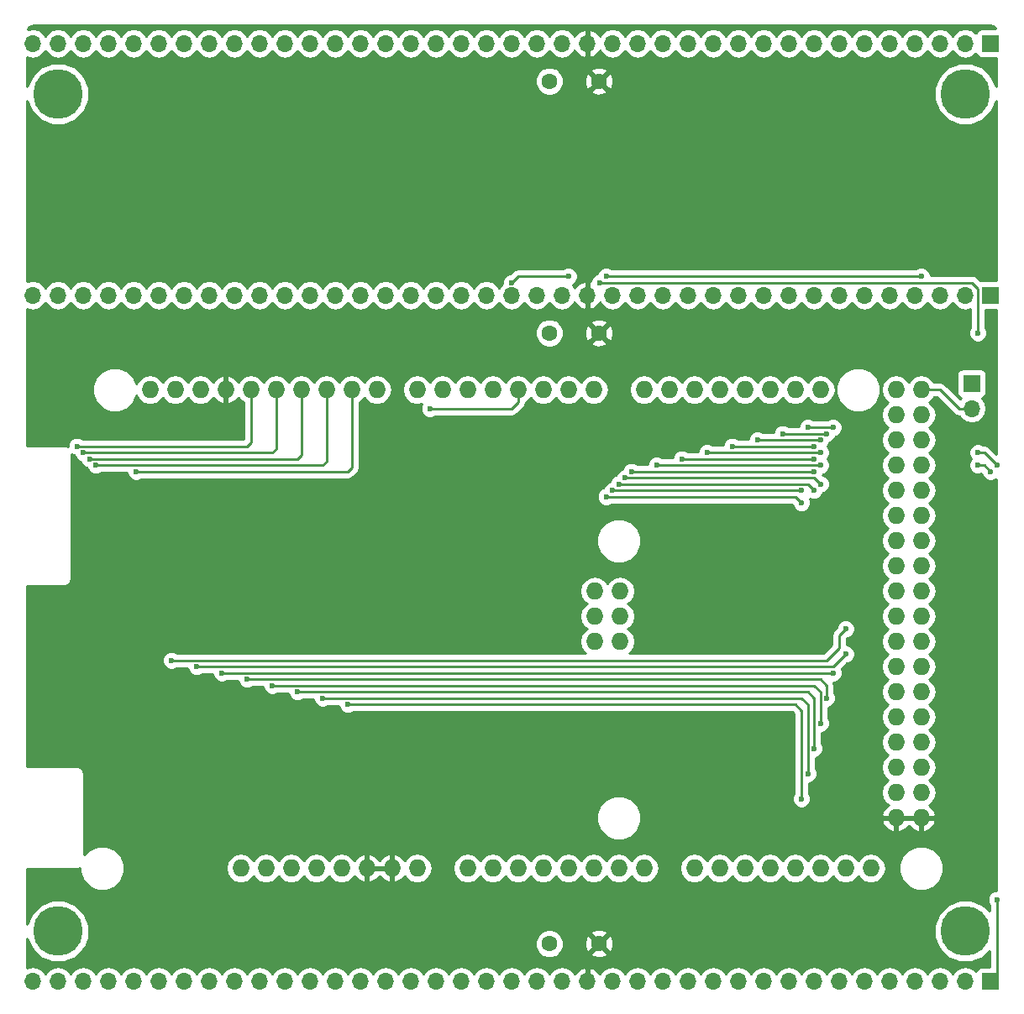
<source format=gbl>
G04 #@! TF.FileFunction,Copper,L2,Bot,Signal*
%FSLAX46Y46*%
G04 Gerber Fmt 4.6, Leading zero omitted, Abs format (unit mm)*
G04 Created by KiCad (PCBNEW 4.0.7) date 11/17/19 02:37:22*
%MOMM*%
%LPD*%
G01*
G04 APERTURE LIST*
%ADD10C,0.100000*%
%ADD11R,1.700000X1.700000*%
%ADD12O,1.700000X1.700000*%
%ADD13C,5.000000*%
%ADD14O,1.727200X1.727200*%
%ADD15C,1.600000*%
%ADD16C,0.600000*%
%ADD17C,0.250000*%
%ADD18C,0.254000*%
G04 APERTURE END LIST*
D10*
D11*
X198120000Y-145415000D03*
D12*
X195580000Y-145415000D03*
X193040000Y-145415000D03*
X190500000Y-145415000D03*
X187960000Y-145415000D03*
X185420000Y-145415000D03*
X182880000Y-145415000D03*
X180340000Y-145415000D03*
X177800000Y-145415000D03*
X175260000Y-145415000D03*
X172720000Y-145415000D03*
X170180000Y-145415000D03*
X167640000Y-145415000D03*
X165100000Y-145415000D03*
X162560000Y-145415000D03*
X160020000Y-145415000D03*
X157480000Y-145415000D03*
X154940000Y-145415000D03*
X152400000Y-145415000D03*
X149860000Y-145415000D03*
X147320000Y-145415000D03*
X144780000Y-145415000D03*
X142240000Y-145415000D03*
X139700000Y-145415000D03*
X137160000Y-145415000D03*
X134620000Y-145415000D03*
X132080000Y-145415000D03*
X129540000Y-145415000D03*
X127000000Y-145415000D03*
X124460000Y-145415000D03*
X121920000Y-145415000D03*
X119380000Y-145415000D03*
X116840000Y-145415000D03*
X114300000Y-145415000D03*
X111760000Y-145415000D03*
X109220000Y-145415000D03*
X106680000Y-145415000D03*
X104140000Y-145415000D03*
X101600000Y-145415000D03*
D13*
X104140000Y-140335000D03*
X195580000Y-140335000D03*
X195580000Y-55880000D03*
X104140000Y-55880000D03*
D11*
X196215000Y-85090000D03*
D12*
X196215000Y-87630000D03*
D14*
X158242000Y-111125000D03*
X160782000Y-111125000D03*
X160782000Y-108585000D03*
X158242000Y-108585000D03*
X160782000Y-106045000D03*
X145415000Y-133985000D03*
X140335000Y-133985000D03*
X137795000Y-133985000D03*
X135255000Y-133985000D03*
X132715000Y-133985000D03*
X130175000Y-133985000D03*
X127635000Y-133985000D03*
X125095000Y-133985000D03*
X180975000Y-85725000D03*
X178435000Y-85725000D03*
X175895000Y-85725000D03*
X173355000Y-85725000D03*
X170815000Y-85725000D03*
X168275000Y-85725000D03*
X165735000Y-85725000D03*
X163195000Y-85725000D03*
X158115000Y-85725000D03*
X155575000Y-85725000D03*
X153035000Y-85725000D03*
X150495000Y-85725000D03*
X147955000Y-85725000D03*
X145415000Y-85725000D03*
X142875000Y-85725000D03*
X140335000Y-85725000D03*
X121031000Y-85725000D03*
X136271000Y-85725000D03*
X133731000Y-85725000D03*
X131191000Y-85725000D03*
X113411000Y-85725000D03*
X115951000Y-85725000D03*
X118491000Y-85725000D03*
X123571000Y-85725000D03*
X126111000Y-85725000D03*
X128651000Y-85725000D03*
X122555000Y-133985000D03*
X147955000Y-133985000D03*
X150495000Y-133985000D03*
X153035000Y-133985000D03*
X155575000Y-133985000D03*
X158115000Y-133985000D03*
X160655000Y-133985000D03*
X163195000Y-133985000D03*
X168275000Y-133985000D03*
X170815000Y-133985000D03*
X173355000Y-133985000D03*
X175895000Y-133985000D03*
X178435000Y-133985000D03*
X180975000Y-133985000D03*
X183515000Y-133985000D03*
X186055000Y-133985000D03*
X188595000Y-85725000D03*
X191135000Y-85725000D03*
X188595000Y-88265000D03*
X191135000Y-88265000D03*
X188595000Y-90805000D03*
X191135000Y-90805000D03*
X188595000Y-93345000D03*
X191135000Y-93345000D03*
X188595000Y-95885000D03*
X191135000Y-95885000D03*
X188595000Y-98425000D03*
X191135000Y-98425000D03*
X188595000Y-100965000D03*
X191135000Y-100965000D03*
X188595000Y-103505000D03*
X191135000Y-103505000D03*
X188595000Y-106045000D03*
X191135000Y-106045000D03*
X188595000Y-108585000D03*
X191135000Y-108585000D03*
X188595000Y-111125000D03*
X191135000Y-111125000D03*
X188595000Y-113665000D03*
X191135000Y-113665000D03*
X188595000Y-116205000D03*
X191135000Y-116205000D03*
X188595000Y-118745000D03*
X191135000Y-118745000D03*
X188595000Y-121285000D03*
X191135000Y-121285000D03*
X188595000Y-123825000D03*
X191135000Y-123825000D03*
X188595000Y-126365000D03*
X191135000Y-126365000D03*
X188595000Y-128905000D03*
X191135000Y-128905000D03*
X158242000Y-106045000D03*
D11*
X198120000Y-76200000D03*
D12*
X195580000Y-76200000D03*
X193040000Y-76200000D03*
X190500000Y-76200000D03*
X187960000Y-76200000D03*
X185420000Y-76200000D03*
X182880000Y-76200000D03*
X180340000Y-76200000D03*
X177800000Y-76200000D03*
X175260000Y-76200000D03*
X172720000Y-76200000D03*
X170180000Y-76200000D03*
X167640000Y-76200000D03*
X165100000Y-76200000D03*
X162560000Y-76200000D03*
X160020000Y-76200000D03*
X157480000Y-76200000D03*
X154940000Y-76200000D03*
X152400000Y-76200000D03*
X149860000Y-76200000D03*
X147320000Y-76200000D03*
X144780000Y-76200000D03*
X142240000Y-76200000D03*
X139700000Y-76200000D03*
X137160000Y-76200000D03*
X134620000Y-76200000D03*
X132080000Y-76200000D03*
X129540000Y-76200000D03*
X127000000Y-76200000D03*
X124460000Y-76200000D03*
X121920000Y-76200000D03*
X119380000Y-76200000D03*
X116840000Y-76200000D03*
X114300000Y-76200000D03*
X111760000Y-76200000D03*
X109220000Y-76200000D03*
X106680000Y-76200000D03*
X104140000Y-76200000D03*
X101600000Y-76200000D03*
D11*
X198120000Y-50800000D03*
D12*
X195580000Y-50800000D03*
X193040000Y-50800000D03*
X190500000Y-50800000D03*
X187960000Y-50800000D03*
X185420000Y-50800000D03*
X182880000Y-50800000D03*
X180340000Y-50800000D03*
X177800000Y-50800000D03*
X175260000Y-50800000D03*
X172720000Y-50800000D03*
X170180000Y-50800000D03*
X167640000Y-50800000D03*
X165100000Y-50800000D03*
X162560000Y-50800000D03*
X160020000Y-50800000D03*
X157480000Y-50800000D03*
X154940000Y-50800000D03*
X152400000Y-50800000D03*
X149860000Y-50800000D03*
X147320000Y-50800000D03*
X144780000Y-50800000D03*
X142240000Y-50800000D03*
X139700000Y-50800000D03*
X137160000Y-50800000D03*
X134620000Y-50800000D03*
X132080000Y-50800000D03*
X129540000Y-50800000D03*
X127000000Y-50800000D03*
X124460000Y-50800000D03*
X121920000Y-50800000D03*
X119380000Y-50800000D03*
X116840000Y-50800000D03*
X114300000Y-50800000D03*
X111760000Y-50800000D03*
X109220000Y-50800000D03*
X106680000Y-50800000D03*
X104140000Y-50800000D03*
X101600000Y-50800000D03*
D15*
X153670000Y-54610000D03*
X158670000Y-54610000D03*
X153670000Y-80010000D03*
X158670000Y-80010000D03*
X153670000Y-141605000D03*
X158670000Y-141605000D03*
D16*
X158750000Y-74930000D03*
X196850000Y-80010000D03*
X198755000Y-93345000D03*
X196850000Y-92075000D03*
X198755000Y-137160000D03*
X198120000Y-93980000D03*
X196850000Y-93345000D03*
X179705000Y-89535000D03*
X182245000Y-89535000D03*
X177165000Y-90170000D03*
X181610000Y-90170000D03*
X174625000Y-90805000D03*
X180975000Y-90805000D03*
X172085000Y-91440000D03*
X180340000Y-91440000D03*
X169545000Y-92075000D03*
X180975000Y-92075000D03*
X167005000Y-92710000D03*
X180340000Y-92710000D03*
X164465000Y-93345000D03*
X180975000Y-93345000D03*
X161925000Y-93980000D03*
X180340000Y-93980000D03*
X161290000Y-94615000D03*
X180975000Y-95250000D03*
X160655000Y-95250000D03*
X180340000Y-95885000D03*
X160020000Y-95885000D03*
X179070000Y-95885000D03*
X159385000Y-96520000D03*
X179070000Y-97155000D03*
X141605000Y-87630000D03*
X133350000Y-117475000D03*
X179070000Y-127000000D03*
X130810000Y-116840000D03*
X179705000Y-124460000D03*
X128270000Y-116205000D03*
X180340000Y-121920000D03*
X180975000Y-119380000D03*
X125730000Y-115570000D03*
X181610000Y-116840000D03*
X123190000Y-114935000D03*
X182245000Y-114300000D03*
X120650000Y-114300000D03*
X183515000Y-112395000D03*
X118110000Y-113665000D03*
X183515000Y-109855000D03*
X115570000Y-113030000D03*
X149860000Y-74930000D03*
X155575000Y-74295000D03*
X159385000Y-74295000D03*
X191135000Y-74295000D03*
X112014000Y-93980000D03*
X107950000Y-93345000D03*
X107315000Y-92710000D03*
X106680000Y-92075000D03*
X106045000Y-91440000D03*
D17*
X196215000Y-74930000D02*
X196850000Y-75565000D01*
X158750000Y-74930000D02*
X196215000Y-74930000D01*
X196850000Y-75565000D02*
X196850000Y-80010000D01*
X197485000Y-92075000D02*
X196850000Y-92075000D01*
X197485000Y-92075000D02*
X198755000Y-93345000D01*
X198755000Y-144780000D02*
X198755000Y-137160000D01*
X198120000Y-145415000D02*
X198755000Y-144780000D01*
X198755000Y-76835000D02*
X198120000Y-76200000D01*
X197485000Y-93345000D02*
X196850000Y-93345000D01*
X197485000Y-93345000D02*
X198120000Y-93980000D01*
X182245000Y-89535000D02*
X179705000Y-89535000D01*
X179070000Y-90170000D02*
X177165000Y-90170000D01*
X181610000Y-90170000D02*
X179070000Y-90170000D01*
X178435000Y-90805000D02*
X174625000Y-90805000D01*
X180975000Y-90805000D02*
X178435000Y-90805000D01*
X177800000Y-91440000D02*
X172085000Y-91440000D01*
X180340000Y-91440000D02*
X177800000Y-91440000D01*
X177165000Y-92075000D02*
X169545000Y-92075000D01*
X180975000Y-92075000D02*
X177165000Y-92075000D01*
X180340000Y-92710000D02*
X167005000Y-92710000D01*
X180975000Y-93345000D02*
X164465000Y-93345000D01*
X180340000Y-93980000D02*
X161925000Y-93980000D01*
X180340000Y-94615000D02*
X161290000Y-94615000D01*
X180975000Y-95250000D02*
X180340000Y-94615000D01*
X179705000Y-95250000D02*
X160655000Y-95250000D01*
X180340000Y-95885000D02*
X179705000Y-95250000D01*
X179070000Y-95885000D02*
X160020000Y-95885000D01*
X178435000Y-96520000D02*
X159385000Y-96520000D01*
X179070000Y-97155000D02*
X178435000Y-96520000D01*
X150495000Y-85725000D02*
X150495000Y-86995000D01*
X149860000Y-87630000D02*
X141605000Y-87630000D01*
X150495000Y-86995000D02*
X149860000Y-87630000D01*
X179070000Y-118110000D02*
X178435000Y-117475000D01*
X179070000Y-127000000D02*
X179070000Y-118110000D01*
X133350000Y-117475000D02*
X178435000Y-117475000D01*
X179705000Y-117475000D02*
X179070000Y-116840000D01*
X179705000Y-124460000D02*
X179705000Y-117475000D01*
X130810000Y-116840000D02*
X179070000Y-116840000D01*
X180340000Y-116840000D02*
X179705000Y-116205000D01*
X180340000Y-121920000D02*
X180340000Y-116840000D01*
X128270000Y-116205000D02*
X179705000Y-116205000D01*
X180975000Y-119380000D02*
X180975000Y-116205000D01*
X180975000Y-116205000D02*
X180340000Y-115570000D01*
X180340000Y-115570000D02*
X125730000Y-115570000D01*
X181610000Y-116840000D02*
X181610000Y-115570000D01*
X181610000Y-115570000D02*
X180975000Y-114935000D01*
X180975000Y-114935000D02*
X123190000Y-114935000D01*
X182245000Y-114300000D02*
X120650000Y-114300000D01*
X162560000Y-113665000D02*
X182245000Y-113665000D01*
X182245000Y-113665000D02*
X183515000Y-112395000D01*
X162560000Y-113665000D02*
X160020000Y-113665000D01*
X119380000Y-113665000D02*
X160020000Y-113665000D01*
X118110000Y-113665000D02*
X119380000Y-113665000D01*
X161925000Y-113030000D02*
X181610000Y-113030000D01*
X182880000Y-110490000D02*
X183515000Y-109855000D01*
X182880000Y-111760000D02*
X182880000Y-110490000D01*
X181610000Y-113030000D02*
X182880000Y-111760000D01*
X161925000Y-113030000D02*
X116205000Y-113030000D01*
X115570000Y-113030000D02*
X116205000Y-113030000D01*
X191135000Y-85725000D02*
X193040000Y-85725000D01*
X193040000Y-85725000D02*
X194945000Y-87630000D01*
X194945000Y-87630000D02*
X196215000Y-87630000D01*
X150495000Y-74295000D02*
X149860000Y-74930000D01*
X155575000Y-74295000D02*
X150495000Y-74295000D01*
X191135000Y-74295000D02*
X159385000Y-74295000D01*
X133731000Y-85725000D02*
X133731000Y-93599000D01*
X113030000Y-93980000D02*
X112014000Y-93980000D01*
X131445000Y-93980000D02*
X113030000Y-93980000D01*
X133350000Y-93980000D02*
X131445000Y-93980000D01*
X133731000Y-93599000D02*
X133350000Y-93980000D01*
X131191000Y-85725000D02*
X131191000Y-92964000D01*
X130810000Y-93345000D02*
X107950000Y-93345000D01*
X131191000Y-92964000D02*
X130810000Y-93345000D01*
X128651000Y-85725000D02*
X128651000Y-92329000D01*
X128270000Y-92710000D02*
X107315000Y-92710000D01*
X128651000Y-92329000D02*
X128270000Y-92710000D01*
X126111000Y-85725000D02*
X126111000Y-91694000D01*
X125730000Y-92075000D02*
X106680000Y-92075000D01*
X126111000Y-91694000D02*
X125730000Y-92075000D01*
X123571000Y-85725000D02*
X123571000Y-91059000D01*
X123190000Y-91440000D02*
X106045000Y-91440000D01*
X123571000Y-91059000D02*
X123190000Y-91440000D01*
D18*
G36*
X198328979Y-49025478D02*
X198506145Y-49143856D01*
X198612187Y-49302560D01*
X197270000Y-49302560D01*
X197034683Y-49346838D01*
X196818559Y-49485910D01*
X196673569Y-49698110D01*
X196659914Y-49765541D01*
X196630054Y-49720853D01*
X196148285Y-49398946D01*
X195580000Y-49285907D01*
X195011715Y-49398946D01*
X194529946Y-49720853D01*
X194310000Y-50050026D01*
X194090054Y-49720853D01*
X193608285Y-49398946D01*
X193040000Y-49285907D01*
X192471715Y-49398946D01*
X191989946Y-49720853D01*
X191770000Y-50050026D01*
X191550054Y-49720853D01*
X191068285Y-49398946D01*
X190500000Y-49285907D01*
X189931715Y-49398946D01*
X189449946Y-49720853D01*
X189230000Y-50050026D01*
X189010054Y-49720853D01*
X188528285Y-49398946D01*
X187960000Y-49285907D01*
X187391715Y-49398946D01*
X186909946Y-49720853D01*
X186690000Y-50050026D01*
X186470054Y-49720853D01*
X185988285Y-49398946D01*
X185420000Y-49285907D01*
X184851715Y-49398946D01*
X184369946Y-49720853D01*
X184150000Y-50050026D01*
X183930054Y-49720853D01*
X183448285Y-49398946D01*
X182880000Y-49285907D01*
X182311715Y-49398946D01*
X181829946Y-49720853D01*
X181610000Y-50050026D01*
X181390054Y-49720853D01*
X180908285Y-49398946D01*
X180340000Y-49285907D01*
X179771715Y-49398946D01*
X179289946Y-49720853D01*
X179070000Y-50050026D01*
X178850054Y-49720853D01*
X178368285Y-49398946D01*
X177800000Y-49285907D01*
X177231715Y-49398946D01*
X176749946Y-49720853D01*
X176530000Y-50050026D01*
X176310054Y-49720853D01*
X175828285Y-49398946D01*
X175260000Y-49285907D01*
X174691715Y-49398946D01*
X174209946Y-49720853D01*
X173990000Y-50050026D01*
X173770054Y-49720853D01*
X173288285Y-49398946D01*
X172720000Y-49285907D01*
X172151715Y-49398946D01*
X171669946Y-49720853D01*
X171450000Y-50050026D01*
X171230054Y-49720853D01*
X170748285Y-49398946D01*
X170180000Y-49285907D01*
X169611715Y-49398946D01*
X169129946Y-49720853D01*
X168910000Y-50050026D01*
X168690054Y-49720853D01*
X168208285Y-49398946D01*
X167640000Y-49285907D01*
X167071715Y-49398946D01*
X166589946Y-49720853D01*
X166370000Y-50050026D01*
X166150054Y-49720853D01*
X165668285Y-49398946D01*
X165100000Y-49285907D01*
X164531715Y-49398946D01*
X164049946Y-49720853D01*
X163830000Y-50050026D01*
X163610054Y-49720853D01*
X163128285Y-49398946D01*
X162560000Y-49285907D01*
X161991715Y-49398946D01*
X161509946Y-49720853D01*
X161290000Y-50050026D01*
X161070054Y-49720853D01*
X160588285Y-49398946D01*
X160020000Y-49285907D01*
X159451715Y-49398946D01*
X158969946Y-49720853D01*
X158742298Y-50061553D01*
X158675183Y-49918642D01*
X158246924Y-49528355D01*
X157836890Y-49358524D01*
X157607000Y-49479845D01*
X157607000Y-50673000D01*
X157627000Y-50673000D01*
X157627000Y-50927000D01*
X157607000Y-50927000D01*
X157607000Y-52120155D01*
X157836890Y-52241476D01*
X158246924Y-52071645D01*
X158675183Y-51681358D01*
X158742298Y-51538447D01*
X158969946Y-51879147D01*
X159451715Y-52201054D01*
X160020000Y-52314093D01*
X160588285Y-52201054D01*
X161070054Y-51879147D01*
X161290000Y-51549974D01*
X161509946Y-51879147D01*
X161991715Y-52201054D01*
X162560000Y-52314093D01*
X163128285Y-52201054D01*
X163610054Y-51879147D01*
X163830000Y-51549974D01*
X164049946Y-51879147D01*
X164531715Y-52201054D01*
X165100000Y-52314093D01*
X165668285Y-52201054D01*
X166150054Y-51879147D01*
X166370000Y-51549974D01*
X166589946Y-51879147D01*
X167071715Y-52201054D01*
X167640000Y-52314093D01*
X168208285Y-52201054D01*
X168690054Y-51879147D01*
X168910000Y-51549974D01*
X169129946Y-51879147D01*
X169611715Y-52201054D01*
X170180000Y-52314093D01*
X170748285Y-52201054D01*
X171230054Y-51879147D01*
X171450000Y-51549974D01*
X171669946Y-51879147D01*
X172151715Y-52201054D01*
X172720000Y-52314093D01*
X173288285Y-52201054D01*
X173770054Y-51879147D01*
X173990000Y-51549974D01*
X174209946Y-51879147D01*
X174691715Y-52201054D01*
X175260000Y-52314093D01*
X175828285Y-52201054D01*
X176310054Y-51879147D01*
X176530000Y-51549974D01*
X176749946Y-51879147D01*
X177231715Y-52201054D01*
X177800000Y-52314093D01*
X178368285Y-52201054D01*
X178850054Y-51879147D01*
X179070000Y-51549974D01*
X179289946Y-51879147D01*
X179771715Y-52201054D01*
X180340000Y-52314093D01*
X180908285Y-52201054D01*
X181390054Y-51879147D01*
X181610000Y-51549974D01*
X181829946Y-51879147D01*
X182311715Y-52201054D01*
X182880000Y-52314093D01*
X183448285Y-52201054D01*
X183930054Y-51879147D01*
X184150000Y-51549974D01*
X184369946Y-51879147D01*
X184851715Y-52201054D01*
X185420000Y-52314093D01*
X185988285Y-52201054D01*
X186470054Y-51879147D01*
X186690000Y-51549974D01*
X186909946Y-51879147D01*
X187391715Y-52201054D01*
X187960000Y-52314093D01*
X188528285Y-52201054D01*
X189010054Y-51879147D01*
X189230000Y-51549974D01*
X189449946Y-51879147D01*
X189931715Y-52201054D01*
X190500000Y-52314093D01*
X191068285Y-52201054D01*
X191550054Y-51879147D01*
X191770000Y-51549974D01*
X191989946Y-51879147D01*
X192471715Y-52201054D01*
X193040000Y-52314093D01*
X193608285Y-52201054D01*
X194090054Y-51879147D01*
X194310000Y-51549974D01*
X194529946Y-51879147D01*
X195011715Y-52201054D01*
X195580000Y-52314093D01*
X196148285Y-52201054D01*
X196630054Y-51879147D01*
X196657850Y-51837548D01*
X196666838Y-51885317D01*
X196805910Y-52101441D01*
X197018110Y-52246431D01*
X197270000Y-52297440D01*
X198680000Y-52297440D01*
X198680000Y-55173125D01*
X198239273Y-54106485D01*
X197358153Y-53223826D01*
X196206326Y-52745546D01*
X194959146Y-52744457D01*
X193806485Y-53220727D01*
X192923826Y-54101847D01*
X192445546Y-55253674D01*
X192444457Y-56500854D01*
X192920727Y-57653515D01*
X193801847Y-58536174D01*
X194953674Y-59014454D01*
X196200854Y-59015543D01*
X197353515Y-58539273D01*
X198236174Y-57658153D01*
X198680000Y-56589301D01*
X198680000Y-74702560D01*
X197270000Y-74702560D01*
X197095245Y-74735443D01*
X196752401Y-74392599D01*
X196505839Y-74227852D01*
X196215000Y-74170000D01*
X192070110Y-74170000D01*
X192070162Y-74109833D01*
X191928117Y-73766057D01*
X191665327Y-73502808D01*
X191321799Y-73360162D01*
X190949833Y-73359838D01*
X190606057Y-73501883D01*
X190572882Y-73535000D01*
X159947463Y-73535000D01*
X159915327Y-73502808D01*
X159571799Y-73360162D01*
X159199833Y-73359838D01*
X158856057Y-73501883D01*
X158592808Y-73764673D01*
X158483235Y-74028554D01*
X158221057Y-74136883D01*
X157957808Y-74399673D01*
X157815162Y-74743201D01*
X157815139Y-74770003D01*
X157607000Y-74879845D01*
X157607000Y-76073000D01*
X157627000Y-76073000D01*
X157627000Y-76327000D01*
X157607000Y-76327000D01*
X157607000Y-77520155D01*
X157836890Y-77641476D01*
X158246924Y-77471645D01*
X158675183Y-77081358D01*
X158742298Y-76938447D01*
X158969946Y-77279147D01*
X159451715Y-77601054D01*
X160020000Y-77714093D01*
X160588285Y-77601054D01*
X161070054Y-77279147D01*
X161290000Y-76949974D01*
X161509946Y-77279147D01*
X161991715Y-77601054D01*
X162560000Y-77714093D01*
X163128285Y-77601054D01*
X163610054Y-77279147D01*
X163830000Y-76949974D01*
X164049946Y-77279147D01*
X164531715Y-77601054D01*
X165100000Y-77714093D01*
X165668285Y-77601054D01*
X166150054Y-77279147D01*
X166370000Y-76949974D01*
X166589946Y-77279147D01*
X167071715Y-77601054D01*
X167640000Y-77714093D01*
X168208285Y-77601054D01*
X168690054Y-77279147D01*
X168910000Y-76949974D01*
X169129946Y-77279147D01*
X169611715Y-77601054D01*
X170180000Y-77714093D01*
X170748285Y-77601054D01*
X171230054Y-77279147D01*
X171450000Y-76949974D01*
X171669946Y-77279147D01*
X172151715Y-77601054D01*
X172720000Y-77714093D01*
X173288285Y-77601054D01*
X173770054Y-77279147D01*
X173990000Y-76949974D01*
X174209946Y-77279147D01*
X174691715Y-77601054D01*
X175260000Y-77714093D01*
X175828285Y-77601054D01*
X176310054Y-77279147D01*
X176530000Y-76949974D01*
X176749946Y-77279147D01*
X177231715Y-77601054D01*
X177800000Y-77714093D01*
X178368285Y-77601054D01*
X178850054Y-77279147D01*
X179070000Y-76949974D01*
X179289946Y-77279147D01*
X179771715Y-77601054D01*
X180340000Y-77714093D01*
X180908285Y-77601054D01*
X181390054Y-77279147D01*
X181610000Y-76949974D01*
X181829946Y-77279147D01*
X182311715Y-77601054D01*
X182880000Y-77714093D01*
X183448285Y-77601054D01*
X183930054Y-77279147D01*
X184150000Y-76949974D01*
X184369946Y-77279147D01*
X184851715Y-77601054D01*
X185420000Y-77714093D01*
X185988285Y-77601054D01*
X186470054Y-77279147D01*
X186690000Y-76949974D01*
X186909946Y-77279147D01*
X187391715Y-77601054D01*
X187960000Y-77714093D01*
X188528285Y-77601054D01*
X189010054Y-77279147D01*
X189230000Y-76949974D01*
X189449946Y-77279147D01*
X189931715Y-77601054D01*
X190500000Y-77714093D01*
X191068285Y-77601054D01*
X191550054Y-77279147D01*
X191770000Y-76949974D01*
X191989946Y-77279147D01*
X192471715Y-77601054D01*
X193040000Y-77714093D01*
X193608285Y-77601054D01*
X194090054Y-77279147D01*
X194310000Y-76949974D01*
X194529946Y-77279147D01*
X195011715Y-77601054D01*
X195580000Y-77714093D01*
X196090000Y-77612648D01*
X196090000Y-79447537D01*
X196057808Y-79479673D01*
X195915162Y-79823201D01*
X195914838Y-80195167D01*
X196056883Y-80538943D01*
X196319673Y-80802192D01*
X196663201Y-80944838D01*
X197035167Y-80945162D01*
X197378943Y-80803117D01*
X197642192Y-80540327D01*
X197784838Y-80196799D01*
X197785162Y-79824833D01*
X197643117Y-79481057D01*
X197610000Y-79447882D01*
X197610000Y-77697440D01*
X198680000Y-77697440D01*
X198680000Y-92195198D01*
X198022401Y-91537599D01*
X197775839Y-91372852D01*
X197485000Y-91315000D01*
X197412463Y-91315000D01*
X197380327Y-91282808D01*
X197036799Y-91140162D01*
X196664833Y-91139838D01*
X196321057Y-91281883D01*
X196057808Y-91544673D01*
X195915162Y-91888201D01*
X195914838Y-92260167D01*
X196056883Y-92603943D01*
X196162710Y-92709954D01*
X196057808Y-92814673D01*
X195915162Y-93158201D01*
X195914838Y-93530167D01*
X196056883Y-93873943D01*
X196319673Y-94137192D01*
X196663201Y-94279838D01*
X197035167Y-94280162D01*
X197203597Y-94210568D01*
X197326883Y-94508943D01*
X197589673Y-94772192D01*
X197933201Y-94914838D01*
X198305167Y-94915162D01*
X198648943Y-94773117D01*
X198680000Y-94742114D01*
X198680000Y-136224934D01*
X198569833Y-136224838D01*
X198226057Y-136366883D01*
X197962808Y-136629673D01*
X197820162Y-136973201D01*
X197819838Y-137345167D01*
X197961883Y-137688943D01*
X197995000Y-137722118D01*
X197995000Y-138316785D01*
X197358153Y-137678826D01*
X196206326Y-137200546D01*
X194959146Y-137199457D01*
X193806485Y-137675727D01*
X192923826Y-138556847D01*
X192445546Y-139708674D01*
X192444457Y-140955854D01*
X192920727Y-142108515D01*
X193801847Y-142991174D01*
X194953674Y-143469454D01*
X196200854Y-143470543D01*
X197353515Y-142994273D01*
X197995000Y-142353906D01*
X197995000Y-143917560D01*
X197270000Y-143917560D01*
X197034683Y-143961838D01*
X196818559Y-144100910D01*
X196673569Y-144313110D01*
X196659914Y-144380541D01*
X196630054Y-144335853D01*
X196148285Y-144013946D01*
X195580000Y-143900907D01*
X195011715Y-144013946D01*
X194529946Y-144335853D01*
X194310000Y-144665026D01*
X194090054Y-144335853D01*
X193608285Y-144013946D01*
X193040000Y-143900907D01*
X192471715Y-144013946D01*
X191989946Y-144335853D01*
X191770000Y-144665026D01*
X191550054Y-144335853D01*
X191068285Y-144013946D01*
X190500000Y-143900907D01*
X189931715Y-144013946D01*
X189449946Y-144335853D01*
X189230000Y-144665026D01*
X189010054Y-144335853D01*
X188528285Y-144013946D01*
X187960000Y-143900907D01*
X187391715Y-144013946D01*
X186909946Y-144335853D01*
X186690000Y-144665026D01*
X186470054Y-144335853D01*
X185988285Y-144013946D01*
X185420000Y-143900907D01*
X184851715Y-144013946D01*
X184369946Y-144335853D01*
X184150000Y-144665026D01*
X183930054Y-144335853D01*
X183448285Y-144013946D01*
X182880000Y-143900907D01*
X182311715Y-144013946D01*
X181829946Y-144335853D01*
X181610000Y-144665026D01*
X181390054Y-144335853D01*
X180908285Y-144013946D01*
X180340000Y-143900907D01*
X179771715Y-144013946D01*
X179289946Y-144335853D01*
X179070000Y-144665026D01*
X178850054Y-144335853D01*
X178368285Y-144013946D01*
X177800000Y-143900907D01*
X177231715Y-144013946D01*
X176749946Y-144335853D01*
X176530000Y-144665026D01*
X176310054Y-144335853D01*
X175828285Y-144013946D01*
X175260000Y-143900907D01*
X174691715Y-144013946D01*
X174209946Y-144335853D01*
X173990000Y-144665026D01*
X173770054Y-144335853D01*
X173288285Y-144013946D01*
X172720000Y-143900907D01*
X172151715Y-144013946D01*
X171669946Y-144335853D01*
X171450000Y-144665026D01*
X171230054Y-144335853D01*
X170748285Y-144013946D01*
X170180000Y-143900907D01*
X169611715Y-144013946D01*
X169129946Y-144335853D01*
X168910000Y-144665026D01*
X168690054Y-144335853D01*
X168208285Y-144013946D01*
X167640000Y-143900907D01*
X167071715Y-144013946D01*
X166589946Y-144335853D01*
X166370000Y-144665026D01*
X166150054Y-144335853D01*
X165668285Y-144013946D01*
X165100000Y-143900907D01*
X164531715Y-144013946D01*
X164049946Y-144335853D01*
X163830000Y-144665026D01*
X163610054Y-144335853D01*
X163128285Y-144013946D01*
X162560000Y-143900907D01*
X161991715Y-144013946D01*
X161509946Y-144335853D01*
X161290000Y-144665026D01*
X161070054Y-144335853D01*
X160588285Y-144013946D01*
X160020000Y-143900907D01*
X159451715Y-144013946D01*
X158969946Y-144335853D01*
X158742298Y-144676553D01*
X158675183Y-144533642D01*
X158246924Y-144143355D01*
X157836890Y-143973524D01*
X157607000Y-144094845D01*
X157607000Y-145288000D01*
X157627000Y-145288000D01*
X157627000Y-145542000D01*
X157607000Y-145542000D01*
X157607000Y-145562000D01*
X157353000Y-145562000D01*
X157353000Y-145542000D01*
X157333000Y-145542000D01*
X157333000Y-145288000D01*
X157353000Y-145288000D01*
X157353000Y-144094845D01*
X157123110Y-143973524D01*
X156713076Y-144143355D01*
X156284817Y-144533642D01*
X156217702Y-144676553D01*
X155990054Y-144335853D01*
X155508285Y-144013946D01*
X154940000Y-143900907D01*
X154371715Y-144013946D01*
X153889946Y-144335853D01*
X153670000Y-144665026D01*
X153450054Y-144335853D01*
X152968285Y-144013946D01*
X152400000Y-143900907D01*
X151831715Y-144013946D01*
X151349946Y-144335853D01*
X151130000Y-144665026D01*
X150910054Y-144335853D01*
X150428285Y-144013946D01*
X149860000Y-143900907D01*
X149291715Y-144013946D01*
X148809946Y-144335853D01*
X148590000Y-144665026D01*
X148370054Y-144335853D01*
X147888285Y-144013946D01*
X147320000Y-143900907D01*
X146751715Y-144013946D01*
X146269946Y-144335853D01*
X146050000Y-144665026D01*
X145830054Y-144335853D01*
X145348285Y-144013946D01*
X144780000Y-143900907D01*
X144211715Y-144013946D01*
X143729946Y-144335853D01*
X143510000Y-144665026D01*
X143290054Y-144335853D01*
X142808285Y-144013946D01*
X142240000Y-143900907D01*
X141671715Y-144013946D01*
X141189946Y-144335853D01*
X140970000Y-144665026D01*
X140750054Y-144335853D01*
X140268285Y-144013946D01*
X139700000Y-143900907D01*
X139131715Y-144013946D01*
X138649946Y-144335853D01*
X138430000Y-144665026D01*
X138210054Y-144335853D01*
X137728285Y-144013946D01*
X137160000Y-143900907D01*
X136591715Y-144013946D01*
X136109946Y-144335853D01*
X135890000Y-144665026D01*
X135670054Y-144335853D01*
X135188285Y-144013946D01*
X134620000Y-143900907D01*
X134051715Y-144013946D01*
X133569946Y-144335853D01*
X133350000Y-144665026D01*
X133130054Y-144335853D01*
X132648285Y-144013946D01*
X132080000Y-143900907D01*
X131511715Y-144013946D01*
X131029946Y-144335853D01*
X130810000Y-144665026D01*
X130590054Y-144335853D01*
X130108285Y-144013946D01*
X129540000Y-143900907D01*
X128971715Y-144013946D01*
X128489946Y-144335853D01*
X128270000Y-144665026D01*
X128050054Y-144335853D01*
X127568285Y-144013946D01*
X127000000Y-143900907D01*
X126431715Y-144013946D01*
X125949946Y-144335853D01*
X125730000Y-144665026D01*
X125510054Y-144335853D01*
X125028285Y-144013946D01*
X124460000Y-143900907D01*
X123891715Y-144013946D01*
X123409946Y-144335853D01*
X123190000Y-144665026D01*
X122970054Y-144335853D01*
X122488285Y-144013946D01*
X121920000Y-143900907D01*
X121351715Y-144013946D01*
X120869946Y-144335853D01*
X120650000Y-144665026D01*
X120430054Y-144335853D01*
X119948285Y-144013946D01*
X119380000Y-143900907D01*
X118811715Y-144013946D01*
X118329946Y-144335853D01*
X118110000Y-144665026D01*
X117890054Y-144335853D01*
X117408285Y-144013946D01*
X116840000Y-143900907D01*
X116271715Y-144013946D01*
X115789946Y-144335853D01*
X115570000Y-144665026D01*
X115350054Y-144335853D01*
X114868285Y-144013946D01*
X114300000Y-143900907D01*
X113731715Y-144013946D01*
X113249946Y-144335853D01*
X113030000Y-144665026D01*
X112810054Y-144335853D01*
X112328285Y-144013946D01*
X111760000Y-143900907D01*
X111191715Y-144013946D01*
X110709946Y-144335853D01*
X110490000Y-144665026D01*
X110270054Y-144335853D01*
X109788285Y-144013946D01*
X109220000Y-143900907D01*
X108651715Y-144013946D01*
X108169946Y-144335853D01*
X107950000Y-144665026D01*
X107730054Y-144335853D01*
X107248285Y-144013946D01*
X106680000Y-143900907D01*
X106111715Y-144013946D01*
X105629946Y-144335853D01*
X105410000Y-144665026D01*
X105190054Y-144335853D01*
X104708285Y-144013946D01*
X104140000Y-143900907D01*
X103571715Y-144013946D01*
X103089946Y-144335853D01*
X102870000Y-144665026D01*
X102650054Y-144335853D01*
X102168285Y-144013946D01*
X101600000Y-143900907D01*
X101040000Y-144012298D01*
X101040000Y-141041875D01*
X101480727Y-142108515D01*
X102361847Y-142991174D01*
X103513674Y-143469454D01*
X104760854Y-143470543D01*
X105913515Y-142994273D01*
X106796174Y-142113153D01*
X106889172Y-141889187D01*
X152234752Y-141889187D01*
X152452757Y-142416800D01*
X152856077Y-142820824D01*
X153383309Y-143039750D01*
X153954187Y-143040248D01*
X154481800Y-142822243D01*
X154691663Y-142612745D01*
X157841861Y-142612745D01*
X157915995Y-142858864D01*
X158453223Y-143051965D01*
X159023454Y-143024778D01*
X159424005Y-142858864D01*
X159498139Y-142612745D01*
X158670000Y-141784605D01*
X157841861Y-142612745D01*
X154691663Y-142612745D01*
X154885824Y-142418923D01*
X155104750Y-141891691D01*
X155105189Y-141388223D01*
X157223035Y-141388223D01*
X157250222Y-141958454D01*
X157416136Y-142359005D01*
X157662255Y-142433139D01*
X158490395Y-141605000D01*
X158849605Y-141605000D01*
X159677745Y-142433139D01*
X159923864Y-142359005D01*
X160116965Y-141821777D01*
X160089778Y-141251546D01*
X159923864Y-140850995D01*
X159677745Y-140776861D01*
X158849605Y-141605000D01*
X158490395Y-141605000D01*
X157662255Y-140776861D01*
X157416136Y-140850995D01*
X157223035Y-141388223D01*
X155105189Y-141388223D01*
X155105248Y-141320813D01*
X154887243Y-140793200D01*
X154691640Y-140597255D01*
X157841861Y-140597255D01*
X158670000Y-141425395D01*
X159498139Y-140597255D01*
X159424005Y-140351136D01*
X158886777Y-140158035D01*
X158316546Y-140185222D01*
X157915995Y-140351136D01*
X157841861Y-140597255D01*
X154691640Y-140597255D01*
X154483923Y-140389176D01*
X153956691Y-140170250D01*
X153385813Y-140169752D01*
X152858200Y-140387757D01*
X152454176Y-140791077D01*
X152235250Y-141318309D01*
X152234752Y-141889187D01*
X106889172Y-141889187D01*
X107274454Y-140961326D01*
X107275543Y-139714146D01*
X106799273Y-138561485D01*
X105918153Y-137678826D01*
X104766326Y-137200546D01*
X103519146Y-137199457D01*
X102366485Y-137675727D01*
X101483826Y-138556847D01*
X101040000Y-139625699D01*
X101040000Y-134060000D01*
X106045000Y-134060000D01*
X106316705Y-134005954D01*
X106350000Y-133983707D01*
X106349613Y-134427619D01*
X106689155Y-135249372D01*
X107317321Y-135878636D01*
X108138481Y-136219611D01*
X109027619Y-136220387D01*
X109849372Y-135880845D01*
X110478636Y-135252679D01*
X110819611Y-134431519D01*
X110820000Y-133985000D01*
X121027041Y-133985000D01*
X121141115Y-134558489D01*
X121465971Y-135044670D01*
X121952152Y-135369526D01*
X122525641Y-135483600D01*
X122584359Y-135483600D01*
X123157848Y-135369526D01*
X123644029Y-135044670D01*
X123825000Y-134773828D01*
X124005971Y-135044670D01*
X124492152Y-135369526D01*
X125065641Y-135483600D01*
X125124359Y-135483600D01*
X125697848Y-135369526D01*
X126184029Y-135044670D01*
X126365000Y-134773828D01*
X126545971Y-135044670D01*
X127032152Y-135369526D01*
X127605641Y-135483600D01*
X127664359Y-135483600D01*
X128237848Y-135369526D01*
X128724029Y-135044670D01*
X128905000Y-134773828D01*
X129085971Y-135044670D01*
X129572152Y-135369526D01*
X130145641Y-135483600D01*
X130204359Y-135483600D01*
X130777848Y-135369526D01*
X131264029Y-135044670D01*
X131445000Y-134773828D01*
X131625971Y-135044670D01*
X132112152Y-135369526D01*
X132685641Y-135483600D01*
X132744359Y-135483600D01*
X133317848Y-135369526D01*
X133804029Y-135044670D01*
X133984992Y-134773839D01*
X134366510Y-135191821D01*
X134895973Y-135439968D01*
X135128000Y-135319469D01*
X135128000Y-134112000D01*
X135382000Y-134112000D01*
X135382000Y-135319469D01*
X135614027Y-135439968D01*
X136143490Y-135191821D01*
X136525000Y-134773848D01*
X136906510Y-135191821D01*
X137435973Y-135439968D01*
X137668000Y-135319469D01*
X137668000Y-134112000D01*
X135382000Y-134112000D01*
X135128000Y-134112000D01*
X135108000Y-134112000D01*
X135108000Y-133858000D01*
X135128000Y-133858000D01*
X135128000Y-132650531D01*
X135382000Y-132650531D01*
X135382000Y-133858000D01*
X137668000Y-133858000D01*
X137668000Y-132650531D01*
X137922000Y-132650531D01*
X137922000Y-133858000D01*
X137942000Y-133858000D01*
X137942000Y-134112000D01*
X137922000Y-134112000D01*
X137922000Y-135319469D01*
X138154027Y-135439968D01*
X138683490Y-135191821D01*
X139065008Y-134773839D01*
X139245971Y-135044670D01*
X139732152Y-135369526D01*
X140305641Y-135483600D01*
X140364359Y-135483600D01*
X140937848Y-135369526D01*
X141424029Y-135044670D01*
X141748885Y-134558489D01*
X141862959Y-133985000D01*
X143887041Y-133985000D01*
X144001115Y-134558489D01*
X144325971Y-135044670D01*
X144812152Y-135369526D01*
X145385641Y-135483600D01*
X145444359Y-135483600D01*
X146017848Y-135369526D01*
X146504029Y-135044670D01*
X146685000Y-134773828D01*
X146865971Y-135044670D01*
X147352152Y-135369526D01*
X147925641Y-135483600D01*
X147984359Y-135483600D01*
X148557848Y-135369526D01*
X149044029Y-135044670D01*
X149225000Y-134773828D01*
X149405971Y-135044670D01*
X149892152Y-135369526D01*
X150465641Y-135483600D01*
X150524359Y-135483600D01*
X151097848Y-135369526D01*
X151584029Y-135044670D01*
X151765000Y-134773828D01*
X151945971Y-135044670D01*
X152432152Y-135369526D01*
X153005641Y-135483600D01*
X153064359Y-135483600D01*
X153637848Y-135369526D01*
X154124029Y-135044670D01*
X154305000Y-134773828D01*
X154485971Y-135044670D01*
X154972152Y-135369526D01*
X155545641Y-135483600D01*
X155604359Y-135483600D01*
X156177848Y-135369526D01*
X156664029Y-135044670D01*
X156845000Y-134773828D01*
X157025971Y-135044670D01*
X157512152Y-135369526D01*
X158085641Y-135483600D01*
X158144359Y-135483600D01*
X158717848Y-135369526D01*
X159204029Y-135044670D01*
X159385000Y-134773828D01*
X159565971Y-135044670D01*
X160052152Y-135369526D01*
X160625641Y-135483600D01*
X160684359Y-135483600D01*
X161257848Y-135369526D01*
X161744029Y-135044670D01*
X161925000Y-134773828D01*
X162105971Y-135044670D01*
X162592152Y-135369526D01*
X163165641Y-135483600D01*
X163224359Y-135483600D01*
X163797848Y-135369526D01*
X164284029Y-135044670D01*
X164608885Y-134558489D01*
X164722959Y-133985000D01*
X166747041Y-133985000D01*
X166861115Y-134558489D01*
X167185971Y-135044670D01*
X167672152Y-135369526D01*
X168245641Y-135483600D01*
X168304359Y-135483600D01*
X168877848Y-135369526D01*
X169364029Y-135044670D01*
X169545000Y-134773828D01*
X169725971Y-135044670D01*
X170212152Y-135369526D01*
X170785641Y-135483600D01*
X170844359Y-135483600D01*
X171417848Y-135369526D01*
X171904029Y-135044670D01*
X172085000Y-134773828D01*
X172265971Y-135044670D01*
X172752152Y-135369526D01*
X173325641Y-135483600D01*
X173384359Y-135483600D01*
X173957848Y-135369526D01*
X174444029Y-135044670D01*
X174625000Y-134773828D01*
X174805971Y-135044670D01*
X175292152Y-135369526D01*
X175865641Y-135483600D01*
X175924359Y-135483600D01*
X176497848Y-135369526D01*
X176984029Y-135044670D01*
X177165000Y-134773828D01*
X177345971Y-135044670D01*
X177832152Y-135369526D01*
X178405641Y-135483600D01*
X178464359Y-135483600D01*
X179037848Y-135369526D01*
X179524029Y-135044670D01*
X179705000Y-134773828D01*
X179885971Y-135044670D01*
X180372152Y-135369526D01*
X180945641Y-135483600D01*
X181004359Y-135483600D01*
X181577848Y-135369526D01*
X182064029Y-135044670D01*
X182245000Y-134773828D01*
X182425971Y-135044670D01*
X182912152Y-135369526D01*
X183485641Y-135483600D01*
X183544359Y-135483600D01*
X184117848Y-135369526D01*
X184604029Y-135044670D01*
X184785000Y-134773828D01*
X184965971Y-135044670D01*
X185452152Y-135369526D01*
X186025641Y-135483600D01*
X186084359Y-135483600D01*
X186657848Y-135369526D01*
X187144029Y-135044670D01*
X187468885Y-134558489D01*
X187494916Y-134427619D01*
X188899613Y-134427619D01*
X189239155Y-135249372D01*
X189867321Y-135878636D01*
X190688481Y-136219611D01*
X191577619Y-136220387D01*
X192399372Y-135880845D01*
X193028636Y-135252679D01*
X193369611Y-134431519D01*
X193370387Y-133542381D01*
X193030845Y-132720628D01*
X192402679Y-132091364D01*
X191581519Y-131750389D01*
X190692381Y-131749613D01*
X189870628Y-132089155D01*
X189241364Y-132717321D01*
X188900389Y-133538481D01*
X188899613Y-134427619D01*
X187494916Y-134427619D01*
X187582959Y-133985000D01*
X187468885Y-133411511D01*
X187144029Y-132925330D01*
X186657848Y-132600474D01*
X186084359Y-132486400D01*
X186025641Y-132486400D01*
X185452152Y-132600474D01*
X184965971Y-132925330D01*
X184785000Y-133196172D01*
X184604029Y-132925330D01*
X184117848Y-132600474D01*
X183544359Y-132486400D01*
X183485641Y-132486400D01*
X182912152Y-132600474D01*
X182425971Y-132925330D01*
X182245000Y-133196172D01*
X182064029Y-132925330D01*
X181577848Y-132600474D01*
X181004359Y-132486400D01*
X180945641Y-132486400D01*
X180372152Y-132600474D01*
X179885971Y-132925330D01*
X179705000Y-133196172D01*
X179524029Y-132925330D01*
X179037848Y-132600474D01*
X178464359Y-132486400D01*
X178405641Y-132486400D01*
X177832152Y-132600474D01*
X177345971Y-132925330D01*
X177165000Y-133196172D01*
X176984029Y-132925330D01*
X176497848Y-132600474D01*
X175924359Y-132486400D01*
X175865641Y-132486400D01*
X175292152Y-132600474D01*
X174805971Y-132925330D01*
X174625000Y-133196172D01*
X174444029Y-132925330D01*
X173957848Y-132600474D01*
X173384359Y-132486400D01*
X173325641Y-132486400D01*
X172752152Y-132600474D01*
X172265971Y-132925330D01*
X172085000Y-133196172D01*
X171904029Y-132925330D01*
X171417848Y-132600474D01*
X170844359Y-132486400D01*
X170785641Y-132486400D01*
X170212152Y-132600474D01*
X169725971Y-132925330D01*
X169545000Y-133196172D01*
X169364029Y-132925330D01*
X168877848Y-132600474D01*
X168304359Y-132486400D01*
X168245641Y-132486400D01*
X167672152Y-132600474D01*
X167185971Y-132925330D01*
X166861115Y-133411511D01*
X166747041Y-133985000D01*
X164722959Y-133985000D01*
X164608885Y-133411511D01*
X164284029Y-132925330D01*
X163797848Y-132600474D01*
X163224359Y-132486400D01*
X163165641Y-132486400D01*
X162592152Y-132600474D01*
X162105971Y-132925330D01*
X161925000Y-133196172D01*
X161744029Y-132925330D01*
X161257848Y-132600474D01*
X160684359Y-132486400D01*
X160625641Y-132486400D01*
X160052152Y-132600474D01*
X159565971Y-132925330D01*
X159385000Y-133196172D01*
X159204029Y-132925330D01*
X158717848Y-132600474D01*
X158144359Y-132486400D01*
X158085641Y-132486400D01*
X157512152Y-132600474D01*
X157025971Y-132925330D01*
X156845000Y-133196172D01*
X156664029Y-132925330D01*
X156177848Y-132600474D01*
X155604359Y-132486400D01*
X155545641Y-132486400D01*
X154972152Y-132600474D01*
X154485971Y-132925330D01*
X154305000Y-133196172D01*
X154124029Y-132925330D01*
X153637848Y-132600474D01*
X153064359Y-132486400D01*
X153005641Y-132486400D01*
X152432152Y-132600474D01*
X151945971Y-132925330D01*
X151765000Y-133196172D01*
X151584029Y-132925330D01*
X151097848Y-132600474D01*
X150524359Y-132486400D01*
X150465641Y-132486400D01*
X149892152Y-132600474D01*
X149405971Y-132925330D01*
X149225000Y-133196172D01*
X149044029Y-132925330D01*
X148557848Y-132600474D01*
X147984359Y-132486400D01*
X147925641Y-132486400D01*
X147352152Y-132600474D01*
X146865971Y-132925330D01*
X146685000Y-133196172D01*
X146504029Y-132925330D01*
X146017848Y-132600474D01*
X145444359Y-132486400D01*
X145385641Y-132486400D01*
X144812152Y-132600474D01*
X144325971Y-132925330D01*
X144001115Y-133411511D01*
X143887041Y-133985000D01*
X141862959Y-133985000D01*
X141748885Y-133411511D01*
X141424029Y-132925330D01*
X140937848Y-132600474D01*
X140364359Y-132486400D01*
X140305641Y-132486400D01*
X139732152Y-132600474D01*
X139245971Y-132925330D01*
X139065008Y-133196161D01*
X138683490Y-132778179D01*
X138154027Y-132530032D01*
X137922000Y-132650531D01*
X137668000Y-132650531D01*
X137435973Y-132530032D01*
X136906510Y-132778179D01*
X136525000Y-133196152D01*
X136143490Y-132778179D01*
X135614027Y-132530032D01*
X135382000Y-132650531D01*
X135128000Y-132650531D01*
X134895973Y-132530032D01*
X134366510Y-132778179D01*
X133984992Y-133196161D01*
X133804029Y-132925330D01*
X133317848Y-132600474D01*
X132744359Y-132486400D01*
X132685641Y-132486400D01*
X132112152Y-132600474D01*
X131625971Y-132925330D01*
X131445000Y-133196172D01*
X131264029Y-132925330D01*
X130777848Y-132600474D01*
X130204359Y-132486400D01*
X130145641Y-132486400D01*
X129572152Y-132600474D01*
X129085971Y-132925330D01*
X128905000Y-133196172D01*
X128724029Y-132925330D01*
X128237848Y-132600474D01*
X127664359Y-132486400D01*
X127605641Y-132486400D01*
X127032152Y-132600474D01*
X126545971Y-132925330D01*
X126365000Y-133196172D01*
X126184029Y-132925330D01*
X125697848Y-132600474D01*
X125124359Y-132486400D01*
X125065641Y-132486400D01*
X124492152Y-132600474D01*
X124005971Y-132925330D01*
X123825000Y-133196172D01*
X123644029Y-132925330D01*
X123157848Y-132600474D01*
X122584359Y-132486400D01*
X122525641Y-132486400D01*
X121952152Y-132600474D01*
X121465971Y-132925330D01*
X121141115Y-133411511D01*
X121027041Y-133985000D01*
X110820000Y-133985000D01*
X110820387Y-133542381D01*
X110480845Y-132720628D01*
X109852679Y-132091364D01*
X109031519Y-131750389D01*
X108142381Y-131749613D01*
X107320628Y-132089155D01*
X106755000Y-132653796D01*
X106755000Y-129347619D01*
X158419613Y-129347619D01*
X158759155Y-130169372D01*
X159387321Y-130798636D01*
X160208481Y-131139611D01*
X161097619Y-131140387D01*
X161919372Y-130800845D01*
X162548636Y-130172679D01*
X162889611Y-129351519D01*
X162889687Y-129264026D01*
X187140042Y-129264026D01*
X187312312Y-129679947D01*
X187706510Y-130111821D01*
X188235973Y-130359968D01*
X188468000Y-130239469D01*
X188468000Y-129032000D01*
X188722000Y-129032000D01*
X188722000Y-130239469D01*
X188954027Y-130359968D01*
X189483490Y-130111821D01*
X189865000Y-129693848D01*
X190246510Y-130111821D01*
X190775973Y-130359968D01*
X191008000Y-130239469D01*
X191008000Y-129032000D01*
X191262000Y-129032000D01*
X191262000Y-130239469D01*
X191494027Y-130359968D01*
X192023490Y-130111821D01*
X192417688Y-129679947D01*
X192589958Y-129264026D01*
X192468817Y-129032000D01*
X191262000Y-129032000D01*
X191008000Y-129032000D01*
X188722000Y-129032000D01*
X188468000Y-129032000D01*
X187261183Y-129032000D01*
X187140042Y-129264026D01*
X162889687Y-129264026D01*
X162890387Y-128462381D01*
X162550845Y-127640628D01*
X161922679Y-127011364D01*
X161101519Y-126670389D01*
X160212381Y-126669613D01*
X159390628Y-127009155D01*
X158761364Y-127637321D01*
X158420389Y-128458481D01*
X158419613Y-129347619D01*
X106755000Y-129347619D01*
X106755000Y-124460000D01*
X106700954Y-124188295D01*
X106547046Y-123957954D01*
X106316705Y-123804046D01*
X106045000Y-123750000D01*
X101040000Y-123750000D01*
X101040000Y-113215167D01*
X114634838Y-113215167D01*
X114776883Y-113558943D01*
X115039673Y-113822192D01*
X115383201Y-113964838D01*
X115755167Y-113965162D01*
X116098943Y-113823117D01*
X116132118Y-113790000D01*
X117174890Y-113790000D01*
X117174838Y-113850167D01*
X117316883Y-114193943D01*
X117579673Y-114457192D01*
X117923201Y-114599838D01*
X118295167Y-114600162D01*
X118638943Y-114458117D01*
X118672118Y-114425000D01*
X119714890Y-114425000D01*
X119714838Y-114485167D01*
X119856883Y-114828943D01*
X120119673Y-115092192D01*
X120463201Y-115234838D01*
X120835167Y-115235162D01*
X121178943Y-115093117D01*
X121212118Y-115060000D01*
X122254890Y-115060000D01*
X122254838Y-115120167D01*
X122396883Y-115463943D01*
X122659673Y-115727192D01*
X123003201Y-115869838D01*
X123375167Y-115870162D01*
X123718943Y-115728117D01*
X123752118Y-115695000D01*
X124794890Y-115695000D01*
X124794838Y-115755167D01*
X124936883Y-116098943D01*
X125199673Y-116362192D01*
X125543201Y-116504838D01*
X125915167Y-116505162D01*
X126258943Y-116363117D01*
X126292118Y-116330000D01*
X127334890Y-116330000D01*
X127334838Y-116390167D01*
X127476883Y-116733943D01*
X127739673Y-116997192D01*
X128083201Y-117139838D01*
X128455167Y-117140162D01*
X128798943Y-116998117D01*
X128832118Y-116965000D01*
X129874890Y-116965000D01*
X129874838Y-117025167D01*
X130016883Y-117368943D01*
X130279673Y-117632192D01*
X130623201Y-117774838D01*
X130995167Y-117775162D01*
X131338943Y-117633117D01*
X131372118Y-117600000D01*
X132414890Y-117600000D01*
X132414838Y-117660167D01*
X132556883Y-118003943D01*
X132819673Y-118267192D01*
X133163201Y-118409838D01*
X133535167Y-118410162D01*
X133878943Y-118268117D01*
X133912118Y-118235000D01*
X178120198Y-118235000D01*
X178310000Y-118424802D01*
X178310000Y-126437537D01*
X178277808Y-126469673D01*
X178135162Y-126813201D01*
X178134838Y-127185167D01*
X178276883Y-127528943D01*
X178539673Y-127792192D01*
X178883201Y-127934838D01*
X179255167Y-127935162D01*
X179598943Y-127793117D01*
X179862192Y-127530327D01*
X180004838Y-127186799D01*
X180005162Y-126814833D01*
X179863117Y-126471057D01*
X179830000Y-126437882D01*
X179830000Y-125395110D01*
X179890167Y-125395162D01*
X180233943Y-125253117D01*
X180497192Y-124990327D01*
X180639838Y-124646799D01*
X180640162Y-124274833D01*
X180498117Y-123931057D01*
X180465000Y-123897882D01*
X180465000Y-122855110D01*
X180525167Y-122855162D01*
X180868943Y-122713117D01*
X181132192Y-122450327D01*
X181274838Y-122106799D01*
X181275162Y-121734833D01*
X181133117Y-121391057D01*
X181100000Y-121357882D01*
X181100000Y-120315110D01*
X181160167Y-120315162D01*
X181503943Y-120173117D01*
X181767192Y-119910327D01*
X181909838Y-119566799D01*
X181910162Y-119194833D01*
X181768117Y-118851057D01*
X181735000Y-118817882D01*
X181735000Y-117775110D01*
X181795167Y-117775162D01*
X182138943Y-117633117D01*
X182402192Y-117370327D01*
X182544838Y-117026799D01*
X182545162Y-116654833D01*
X182403117Y-116311057D01*
X182370000Y-116277882D01*
X182370000Y-115570000D01*
X182312148Y-115279161D01*
X182282663Y-115235034D01*
X182430167Y-115235162D01*
X182773943Y-115093117D01*
X183037192Y-114830327D01*
X183179838Y-114486799D01*
X183180162Y-114114833D01*
X183089467Y-113895335D01*
X183654680Y-113330122D01*
X183700167Y-113330162D01*
X184043943Y-113188117D01*
X184307192Y-112925327D01*
X184449838Y-112581799D01*
X184450162Y-112209833D01*
X184308117Y-111866057D01*
X184045327Y-111602808D01*
X183701799Y-111460162D01*
X183640000Y-111460108D01*
X183640000Y-110804802D01*
X183654680Y-110790122D01*
X183700167Y-110790162D01*
X184043943Y-110648117D01*
X184307192Y-110385327D01*
X184449838Y-110041799D01*
X184450162Y-109669833D01*
X184308117Y-109326057D01*
X184045327Y-109062808D01*
X183701799Y-108920162D01*
X183329833Y-108919838D01*
X182986057Y-109061883D01*
X182722808Y-109324673D01*
X182580162Y-109668201D01*
X182580121Y-109715077D01*
X182342599Y-109952599D01*
X182177852Y-110199161D01*
X182120000Y-110490000D01*
X182120000Y-111445198D01*
X181295198Y-112270000D01*
X161743324Y-112270000D01*
X161871029Y-112184670D01*
X162195885Y-111698489D01*
X162309959Y-111125000D01*
X162195885Y-110551511D01*
X161871029Y-110065330D01*
X161556248Y-109855000D01*
X161871029Y-109644670D01*
X162195885Y-109158489D01*
X162309959Y-108585000D01*
X162195885Y-108011511D01*
X161871029Y-107525330D01*
X161556248Y-107315000D01*
X161871029Y-107104670D01*
X162195885Y-106618489D01*
X162309959Y-106045000D01*
X162195885Y-105471511D01*
X161871029Y-104985330D01*
X161384848Y-104660474D01*
X160811359Y-104546400D01*
X160752641Y-104546400D01*
X160179152Y-104660474D01*
X159692971Y-104985330D01*
X159512000Y-105256172D01*
X159331029Y-104985330D01*
X158844848Y-104660474D01*
X158271359Y-104546400D01*
X158212641Y-104546400D01*
X157639152Y-104660474D01*
X157152971Y-104985330D01*
X156828115Y-105471511D01*
X156714041Y-106045000D01*
X156828115Y-106618489D01*
X157152971Y-107104670D01*
X157467752Y-107315000D01*
X157152971Y-107525330D01*
X156828115Y-108011511D01*
X156714041Y-108585000D01*
X156828115Y-109158489D01*
X157152971Y-109644670D01*
X157467752Y-109855000D01*
X157152971Y-110065330D01*
X156828115Y-110551511D01*
X156714041Y-111125000D01*
X156828115Y-111698489D01*
X157152971Y-112184670D01*
X157280676Y-112270000D01*
X116132463Y-112270000D01*
X116100327Y-112237808D01*
X115756799Y-112095162D01*
X115384833Y-112094838D01*
X115041057Y-112236883D01*
X114777808Y-112499673D01*
X114635162Y-112843201D01*
X114634838Y-113215167D01*
X101040000Y-113215167D01*
X101040000Y-105485000D01*
X104775000Y-105485000D01*
X105046705Y-105430954D01*
X105277046Y-105277046D01*
X105430954Y-105046705D01*
X105485000Y-104775000D01*
X105485000Y-101407619D01*
X158419613Y-101407619D01*
X158759155Y-102229372D01*
X159387321Y-102858636D01*
X160208481Y-103199611D01*
X161097619Y-103200387D01*
X161919372Y-102860845D01*
X162548636Y-102232679D01*
X162889611Y-101411519D01*
X162890387Y-100522381D01*
X162550845Y-99700628D01*
X161922679Y-99071364D01*
X161101519Y-98730389D01*
X160212381Y-98729613D01*
X159390628Y-99069155D01*
X158761364Y-99697321D01*
X158420389Y-100518481D01*
X158419613Y-101407619D01*
X105485000Y-101407619D01*
X105485000Y-96705167D01*
X158449838Y-96705167D01*
X158591883Y-97048943D01*
X158854673Y-97312192D01*
X159198201Y-97454838D01*
X159570167Y-97455162D01*
X159913943Y-97313117D01*
X159947118Y-97280000D01*
X178120198Y-97280000D01*
X178134878Y-97294680D01*
X178134838Y-97340167D01*
X178276883Y-97683943D01*
X178539673Y-97947192D01*
X178883201Y-98089838D01*
X179255167Y-98090162D01*
X179598943Y-97948117D01*
X179862192Y-97685327D01*
X180004838Y-97341799D01*
X180005162Y-96969833D01*
X179899690Y-96714570D01*
X180153201Y-96819838D01*
X180525167Y-96820162D01*
X180868943Y-96678117D01*
X181132192Y-96415327D01*
X181241765Y-96151446D01*
X181503943Y-96043117D01*
X181767192Y-95780327D01*
X181909838Y-95436799D01*
X181910162Y-95064833D01*
X181768117Y-94721057D01*
X181505327Y-94457808D01*
X181205668Y-94333378D01*
X181241765Y-94246446D01*
X181503943Y-94138117D01*
X181767192Y-93875327D01*
X181909838Y-93531799D01*
X181910162Y-93159833D01*
X181768117Y-92816057D01*
X181662290Y-92710046D01*
X181767192Y-92605327D01*
X181909838Y-92261799D01*
X181910162Y-91889833D01*
X181768117Y-91546057D01*
X181662290Y-91440046D01*
X181767192Y-91335327D01*
X181876765Y-91071446D01*
X182138943Y-90963117D01*
X182402192Y-90700327D01*
X182511765Y-90436446D01*
X182773943Y-90328117D01*
X183037192Y-90065327D01*
X183179838Y-89721799D01*
X183180162Y-89349833D01*
X183038117Y-89006057D01*
X182775327Y-88742808D01*
X182431799Y-88600162D01*
X182059833Y-88599838D01*
X181716057Y-88741883D01*
X181682882Y-88775000D01*
X180267463Y-88775000D01*
X180235327Y-88742808D01*
X179891799Y-88600162D01*
X179519833Y-88599838D01*
X179176057Y-88741883D01*
X178912808Y-89004673D01*
X178770162Y-89348201D01*
X178770108Y-89410000D01*
X177727463Y-89410000D01*
X177695327Y-89377808D01*
X177351799Y-89235162D01*
X176979833Y-89234838D01*
X176636057Y-89376883D01*
X176372808Y-89639673D01*
X176230162Y-89983201D01*
X176230108Y-90045000D01*
X175187463Y-90045000D01*
X175155327Y-90012808D01*
X174811799Y-89870162D01*
X174439833Y-89869838D01*
X174096057Y-90011883D01*
X173832808Y-90274673D01*
X173690162Y-90618201D01*
X173690108Y-90680000D01*
X172647463Y-90680000D01*
X172615327Y-90647808D01*
X172271799Y-90505162D01*
X171899833Y-90504838D01*
X171556057Y-90646883D01*
X171292808Y-90909673D01*
X171150162Y-91253201D01*
X171150108Y-91315000D01*
X170107463Y-91315000D01*
X170075327Y-91282808D01*
X169731799Y-91140162D01*
X169359833Y-91139838D01*
X169016057Y-91281883D01*
X168752808Y-91544673D01*
X168610162Y-91888201D01*
X168610108Y-91950000D01*
X167567463Y-91950000D01*
X167535327Y-91917808D01*
X167191799Y-91775162D01*
X166819833Y-91774838D01*
X166476057Y-91916883D01*
X166212808Y-92179673D01*
X166070162Y-92523201D01*
X166070108Y-92585000D01*
X165027463Y-92585000D01*
X164995327Y-92552808D01*
X164651799Y-92410162D01*
X164279833Y-92409838D01*
X163936057Y-92551883D01*
X163672808Y-92814673D01*
X163530162Y-93158201D01*
X163530108Y-93220000D01*
X162487463Y-93220000D01*
X162455327Y-93187808D01*
X162111799Y-93045162D01*
X161739833Y-93044838D01*
X161396057Y-93186883D01*
X161132808Y-93449673D01*
X161023235Y-93713554D01*
X160761057Y-93821883D01*
X160497808Y-94084673D01*
X160388235Y-94348554D01*
X160126057Y-94456883D01*
X159862808Y-94719673D01*
X159753235Y-94983554D01*
X159491057Y-95091883D01*
X159227808Y-95354673D01*
X159118235Y-95618554D01*
X158856057Y-95726883D01*
X158592808Y-95989673D01*
X158450162Y-96333201D01*
X158449838Y-96705167D01*
X105485000Y-96705167D01*
X105485000Y-92202467D01*
X105514673Y-92232192D01*
X105778554Y-92341765D01*
X105886883Y-92603943D01*
X106149673Y-92867192D01*
X106413554Y-92976765D01*
X106521883Y-93238943D01*
X106784673Y-93502192D01*
X107048554Y-93611765D01*
X107156883Y-93873943D01*
X107419673Y-94137192D01*
X107763201Y-94279838D01*
X108135167Y-94280162D01*
X108478943Y-94138117D01*
X108512118Y-94105000D01*
X111078890Y-94105000D01*
X111078838Y-94165167D01*
X111220883Y-94508943D01*
X111483673Y-94772192D01*
X111827201Y-94914838D01*
X112199167Y-94915162D01*
X112542943Y-94773117D01*
X112576118Y-94740000D01*
X133350000Y-94740000D01*
X133640839Y-94682148D01*
X133887401Y-94517401D01*
X134268401Y-94136401D01*
X134433148Y-93889840D01*
X134491000Y-93599000D01*
X134491000Y-87004520D01*
X134820029Y-86784670D01*
X135001000Y-86513828D01*
X135181971Y-86784670D01*
X135668152Y-87109526D01*
X136241641Y-87223600D01*
X136300359Y-87223600D01*
X136873848Y-87109526D01*
X137360029Y-86784670D01*
X137684885Y-86298489D01*
X137798959Y-85725000D01*
X138807041Y-85725000D01*
X138921115Y-86298489D01*
X139245971Y-86784670D01*
X139732152Y-87109526D01*
X140305641Y-87223600D01*
X140364359Y-87223600D01*
X140797091Y-87137524D01*
X140670162Y-87443201D01*
X140669838Y-87815167D01*
X140811883Y-88158943D01*
X141074673Y-88422192D01*
X141418201Y-88564838D01*
X141790167Y-88565162D01*
X142133943Y-88423117D01*
X142167118Y-88390000D01*
X149860000Y-88390000D01*
X150150839Y-88332148D01*
X150397401Y-88167401D01*
X151032401Y-87532401D01*
X151197148Y-87285839D01*
X151252816Y-87005980D01*
X151584029Y-86784670D01*
X151765000Y-86513828D01*
X151945971Y-86784670D01*
X152432152Y-87109526D01*
X153005641Y-87223600D01*
X153064359Y-87223600D01*
X153637848Y-87109526D01*
X154124029Y-86784670D01*
X154305000Y-86513828D01*
X154485971Y-86784670D01*
X154972152Y-87109526D01*
X155545641Y-87223600D01*
X155604359Y-87223600D01*
X156177848Y-87109526D01*
X156664029Y-86784670D01*
X156845000Y-86513828D01*
X157025971Y-86784670D01*
X157512152Y-87109526D01*
X158085641Y-87223600D01*
X158144359Y-87223600D01*
X158717848Y-87109526D01*
X159204029Y-86784670D01*
X159528885Y-86298489D01*
X159642959Y-85725000D01*
X161667041Y-85725000D01*
X161781115Y-86298489D01*
X162105971Y-86784670D01*
X162592152Y-87109526D01*
X163165641Y-87223600D01*
X163224359Y-87223600D01*
X163797848Y-87109526D01*
X164284029Y-86784670D01*
X164465000Y-86513828D01*
X164645971Y-86784670D01*
X165132152Y-87109526D01*
X165705641Y-87223600D01*
X165764359Y-87223600D01*
X166337848Y-87109526D01*
X166824029Y-86784670D01*
X167005000Y-86513828D01*
X167185971Y-86784670D01*
X167672152Y-87109526D01*
X168245641Y-87223600D01*
X168304359Y-87223600D01*
X168877848Y-87109526D01*
X169364029Y-86784670D01*
X169545000Y-86513828D01*
X169725971Y-86784670D01*
X170212152Y-87109526D01*
X170785641Y-87223600D01*
X170844359Y-87223600D01*
X171417848Y-87109526D01*
X171904029Y-86784670D01*
X172085000Y-86513828D01*
X172265971Y-86784670D01*
X172752152Y-87109526D01*
X173325641Y-87223600D01*
X173384359Y-87223600D01*
X173957848Y-87109526D01*
X174444029Y-86784670D01*
X174625000Y-86513828D01*
X174805971Y-86784670D01*
X175292152Y-87109526D01*
X175865641Y-87223600D01*
X175924359Y-87223600D01*
X176497848Y-87109526D01*
X176984029Y-86784670D01*
X177165000Y-86513828D01*
X177345971Y-86784670D01*
X177832152Y-87109526D01*
X178405641Y-87223600D01*
X178464359Y-87223600D01*
X179037848Y-87109526D01*
X179524029Y-86784670D01*
X179705000Y-86513828D01*
X179885971Y-86784670D01*
X180372152Y-87109526D01*
X180945641Y-87223600D01*
X181004359Y-87223600D01*
X181577848Y-87109526D01*
X182064029Y-86784670D01*
X182388885Y-86298489D01*
X182414916Y-86167619D01*
X182549613Y-86167619D01*
X182889155Y-86989372D01*
X183517321Y-87618636D01*
X184338481Y-87959611D01*
X185227619Y-87960387D01*
X186049372Y-87620845D01*
X186678636Y-86992679D01*
X187019611Y-86171519D01*
X187020000Y-85725000D01*
X187067041Y-85725000D01*
X187181115Y-86298489D01*
X187505971Y-86784670D01*
X187820752Y-86995000D01*
X187505971Y-87205330D01*
X187181115Y-87691511D01*
X187067041Y-88265000D01*
X187181115Y-88838489D01*
X187505971Y-89324670D01*
X187820752Y-89535000D01*
X187505971Y-89745330D01*
X187181115Y-90231511D01*
X187067041Y-90805000D01*
X187181115Y-91378489D01*
X187505971Y-91864670D01*
X187820752Y-92075000D01*
X187505971Y-92285330D01*
X187181115Y-92771511D01*
X187067041Y-93345000D01*
X187181115Y-93918489D01*
X187505971Y-94404670D01*
X187820752Y-94615000D01*
X187505971Y-94825330D01*
X187181115Y-95311511D01*
X187067041Y-95885000D01*
X187181115Y-96458489D01*
X187505971Y-96944670D01*
X187820752Y-97155000D01*
X187505971Y-97365330D01*
X187181115Y-97851511D01*
X187067041Y-98425000D01*
X187181115Y-98998489D01*
X187505971Y-99484670D01*
X187820752Y-99695000D01*
X187505971Y-99905330D01*
X187181115Y-100391511D01*
X187067041Y-100965000D01*
X187181115Y-101538489D01*
X187505971Y-102024670D01*
X187820752Y-102235000D01*
X187505971Y-102445330D01*
X187181115Y-102931511D01*
X187067041Y-103505000D01*
X187181115Y-104078489D01*
X187505971Y-104564670D01*
X187820752Y-104775000D01*
X187505971Y-104985330D01*
X187181115Y-105471511D01*
X187067041Y-106045000D01*
X187181115Y-106618489D01*
X187505971Y-107104670D01*
X187820752Y-107315000D01*
X187505971Y-107525330D01*
X187181115Y-108011511D01*
X187067041Y-108585000D01*
X187181115Y-109158489D01*
X187505971Y-109644670D01*
X187820752Y-109855000D01*
X187505971Y-110065330D01*
X187181115Y-110551511D01*
X187067041Y-111125000D01*
X187181115Y-111698489D01*
X187505971Y-112184670D01*
X187820752Y-112395000D01*
X187505971Y-112605330D01*
X187181115Y-113091511D01*
X187067041Y-113665000D01*
X187181115Y-114238489D01*
X187505971Y-114724670D01*
X187820752Y-114935000D01*
X187505971Y-115145330D01*
X187181115Y-115631511D01*
X187067041Y-116205000D01*
X187181115Y-116778489D01*
X187505971Y-117264670D01*
X187820752Y-117475000D01*
X187505971Y-117685330D01*
X187181115Y-118171511D01*
X187067041Y-118745000D01*
X187181115Y-119318489D01*
X187505971Y-119804670D01*
X187820752Y-120015000D01*
X187505971Y-120225330D01*
X187181115Y-120711511D01*
X187067041Y-121285000D01*
X187181115Y-121858489D01*
X187505971Y-122344670D01*
X187820752Y-122555000D01*
X187505971Y-122765330D01*
X187181115Y-123251511D01*
X187067041Y-123825000D01*
X187181115Y-124398489D01*
X187505971Y-124884670D01*
X187820752Y-125095000D01*
X187505971Y-125305330D01*
X187181115Y-125791511D01*
X187067041Y-126365000D01*
X187181115Y-126938489D01*
X187505971Y-127424670D01*
X187829228Y-127640664D01*
X187706510Y-127698179D01*
X187312312Y-128130053D01*
X187140042Y-128545974D01*
X187261183Y-128778000D01*
X188468000Y-128778000D01*
X188468000Y-128758000D01*
X188722000Y-128758000D01*
X188722000Y-128778000D01*
X191008000Y-128778000D01*
X191008000Y-128758000D01*
X191262000Y-128758000D01*
X191262000Y-128778000D01*
X192468817Y-128778000D01*
X192589958Y-128545974D01*
X192417688Y-128130053D01*
X192023490Y-127698179D01*
X191900772Y-127640664D01*
X192224029Y-127424670D01*
X192548885Y-126938489D01*
X192662959Y-126365000D01*
X192548885Y-125791511D01*
X192224029Y-125305330D01*
X191909248Y-125095000D01*
X192224029Y-124884670D01*
X192548885Y-124398489D01*
X192662959Y-123825000D01*
X192548885Y-123251511D01*
X192224029Y-122765330D01*
X191909248Y-122555000D01*
X192224029Y-122344670D01*
X192548885Y-121858489D01*
X192662959Y-121285000D01*
X192548885Y-120711511D01*
X192224029Y-120225330D01*
X191909248Y-120015000D01*
X192224029Y-119804670D01*
X192548885Y-119318489D01*
X192662959Y-118745000D01*
X192548885Y-118171511D01*
X192224029Y-117685330D01*
X191909248Y-117475000D01*
X192224029Y-117264670D01*
X192548885Y-116778489D01*
X192662959Y-116205000D01*
X192548885Y-115631511D01*
X192224029Y-115145330D01*
X191909248Y-114935000D01*
X192224029Y-114724670D01*
X192548885Y-114238489D01*
X192662959Y-113665000D01*
X192548885Y-113091511D01*
X192224029Y-112605330D01*
X191909248Y-112395000D01*
X192224029Y-112184670D01*
X192548885Y-111698489D01*
X192662959Y-111125000D01*
X192548885Y-110551511D01*
X192224029Y-110065330D01*
X191909248Y-109855000D01*
X192224029Y-109644670D01*
X192548885Y-109158489D01*
X192662959Y-108585000D01*
X192548885Y-108011511D01*
X192224029Y-107525330D01*
X191909248Y-107315000D01*
X192224029Y-107104670D01*
X192548885Y-106618489D01*
X192662959Y-106045000D01*
X192548885Y-105471511D01*
X192224029Y-104985330D01*
X191909248Y-104775000D01*
X192224029Y-104564670D01*
X192548885Y-104078489D01*
X192662959Y-103505000D01*
X192548885Y-102931511D01*
X192224029Y-102445330D01*
X191909248Y-102235000D01*
X192224029Y-102024670D01*
X192548885Y-101538489D01*
X192662959Y-100965000D01*
X192548885Y-100391511D01*
X192224029Y-99905330D01*
X191909248Y-99695000D01*
X192224029Y-99484670D01*
X192548885Y-98998489D01*
X192662959Y-98425000D01*
X192548885Y-97851511D01*
X192224029Y-97365330D01*
X191909248Y-97155000D01*
X192224029Y-96944670D01*
X192548885Y-96458489D01*
X192662959Y-95885000D01*
X192548885Y-95311511D01*
X192224029Y-94825330D01*
X191909248Y-94615000D01*
X192224029Y-94404670D01*
X192548885Y-93918489D01*
X192662959Y-93345000D01*
X192548885Y-92771511D01*
X192224029Y-92285330D01*
X191909248Y-92075000D01*
X192224029Y-91864670D01*
X192548885Y-91378489D01*
X192662959Y-90805000D01*
X192548885Y-90231511D01*
X192224029Y-89745330D01*
X191909248Y-89535000D01*
X192224029Y-89324670D01*
X192548885Y-88838489D01*
X192662959Y-88265000D01*
X192548885Y-87691511D01*
X192224029Y-87205330D01*
X191909248Y-86995000D01*
X192224029Y-86784670D01*
X192424262Y-86485000D01*
X192725198Y-86485000D01*
X194407599Y-88167401D01*
X194654161Y-88332148D01*
X194941593Y-88389322D01*
X195135853Y-88680054D01*
X195617622Y-89001961D01*
X196185907Y-89115000D01*
X196244093Y-89115000D01*
X196812378Y-89001961D01*
X197294147Y-88680054D01*
X197616054Y-88198285D01*
X197729093Y-87630000D01*
X197616054Y-87061715D01*
X197294147Y-86579946D01*
X197252548Y-86552150D01*
X197300317Y-86543162D01*
X197516441Y-86404090D01*
X197661431Y-86191890D01*
X197712440Y-85940000D01*
X197712440Y-84240000D01*
X197668162Y-84004683D01*
X197529090Y-83788559D01*
X197316890Y-83643569D01*
X197065000Y-83592560D01*
X195365000Y-83592560D01*
X195129683Y-83636838D01*
X194913559Y-83775910D01*
X194768569Y-83988110D01*
X194717560Y-84240000D01*
X194717560Y-85940000D01*
X194761838Y-86175317D01*
X194900910Y-86391441D01*
X195113110Y-86536431D01*
X195180541Y-86550086D01*
X195135853Y-86579946D01*
X195069321Y-86679519D01*
X193577401Y-85187599D01*
X193330839Y-85022852D01*
X193040000Y-84965000D01*
X192424262Y-84965000D01*
X192224029Y-84665330D01*
X191737848Y-84340474D01*
X191164359Y-84226400D01*
X191105641Y-84226400D01*
X190532152Y-84340474D01*
X190045971Y-84665330D01*
X189865000Y-84936172D01*
X189684029Y-84665330D01*
X189197848Y-84340474D01*
X188624359Y-84226400D01*
X188565641Y-84226400D01*
X187992152Y-84340474D01*
X187505971Y-84665330D01*
X187181115Y-85151511D01*
X187067041Y-85725000D01*
X187020000Y-85725000D01*
X187020387Y-85282381D01*
X186680845Y-84460628D01*
X186052679Y-83831364D01*
X185231519Y-83490389D01*
X184342381Y-83489613D01*
X183520628Y-83829155D01*
X182891364Y-84457321D01*
X182550389Y-85278481D01*
X182549613Y-86167619D01*
X182414916Y-86167619D01*
X182502959Y-85725000D01*
X182388885Y-85151511D01*
X182064029Y-84665330D01*
X181577848Y-84340474D01*
X181004359Y-84226400D01*
X180945641Y-84226400D01*
X180372152Y-84340474D01*
X179885971Y-84665330D01*
X179705000Y-84936172D01*
X179524029Y-84665330D01*
X179037848Y-84340474D01*
X178464359Y-84226400D01*
X178405641Y-84226400D01*
X177832152Y-84340474D01*
X177345971Y-84665330D01*
X177165000Y-84936172D01*
X176984029Y-84665330D01*
X176497848Y-84340474D01*
X175924359Y-84226400D01*
X175865641Y-84226400D01*
X175292152Y-84340474D01*
X174805971Y-84665330D01*
X174625000Y-84936172D01*
X174444029Y-84665330D01*
X173957848Y-84340474D01*
X173384359Y-84226400D01*
X173325641Y-84226400D01*
X172752152Y-84340474D01*
X172265971Y-84665330D01*
X172085000Y-84936172D01*
X171904029Y-84665330D01*
X171417848Y-84340474D01*
X170844359Y-84226400D01*
X170785641Y-84226400D01*
X170212152Y-84340474D01*
X169725971Y-84665330D01*
X169545000Y-84936172D01*
X169364029Y-84665330D01*
X168877848Y-84340474D01*
X168304359Y-84226400D01*
X168245641Y-84226400D01*
X167672152Y-84340474D01*
X167185971Y-84665330D01*
X167005000Y-84936172D01*
X166824029Y-84665330D01*
X166337848Y-84340474D01*
X165764359Y-84226400D01*
X165705641Y-84226400D01*
X165132152Y-84340474D01*
X164645971Y-84665330D01*
X164465000Y-84936172D01*
X164284029Y-84665330D01*
X163797848Y-84340474D01*
X163224359Y-84226400D01*
X163165641Y-84226400D01*
X162592152Y-84340474D01*
X162105971Y-84665330D01*
X161781115Y-85151511D01*
X161667041Y-85725000D01*
X159642959Y-85725000D01*
X159528885Y-85151511D01*
X159204029Y-84665330D01*
X158717848Y-84340474D01*
X158144359Y-84226400D01*
X158085641Y-84226400D01*
X157512152Y-84340474D01*
X157025971Y-84665330D01*
X156845000Y-84936172D01*
X156664029Y-84665330D01*
X156177848Y-84340474D01*
X155604359Y-84226400D01*
X155545641Y-84226400D01*
X154972152Y-84340474D01*
X154485971Y-84665330D01*
X154305000Y-84936172D01*
X154124029Y-84665330D01*
X153637848Y-84340474D01*
X153064359Y-84226400D01*
X153005641Y-84226400D01*
X152432152Y-84340474D01*
X151945971Y-84665330D01*
X151765000Y-84936172D01*
X151584029Y-84665330D01*
X151097848Y-84340474D01*
X150524359Y-84226400D01*
X150465641Y-84226400D01*
X149892152Y-84340474D01*
X149405971Y-84665330D01*
X149225000Y-84936172D01*
X149044029Y-84665330D01*
X148557848Y-84340474D01*
X147984359Y-84226400D01*
X147925641Y-84226400D01*
X147352152Y-84340474D01*
X146865971Y-84665330D01*
X146685000Y-84936172D01*
X146504029Y-84665330D01*
X146017848Y-84340474D01*
X145444359Y-84226400D01*
X145385641Y-84226400D01*
X144812152Y-84340474D01*
X144325971Y-84665330D01*
X144145000Y-84936172D01*
X143964029Y-84665330D01*
X143477848Y-84340474D01*
X142904359Y-84226400D01*
X142845641Y-84226400D01*
X142272152Y-84340474D01*
X141785971Y-84665330D01*
X141605000Y-84936172D01*
X141424029Y-84665330D01*
X140937848Y-84340474D01*
X140364359Y-84226400D01*
X140305641Y-84226400D01*
X139732152Y-84340474D01*
X139245971Y-84665330D01*
X138921115Y-85151511D01*
X138807041Y-85725000D01*
X137798959Y-85725000D01*
X137684885Y-85151511D01*
X137360029Y-84665330D01*
X136873848Y-84340474D01*
X136300359Y-84226400D01*
X136241641Y-84226400D01*
X135668152Y-84340474D01*
X135181971Y-84665330D01*
X135001000Y-84936172D01*
X134820029Y-84665330D01*
X134333848Y-84340474D01*
X133760359Y-84226400D01*
X133701641Y-84226400D01*
X133128152Y-84340474D01*
X132641971Y-84665330D01*
X132461000Y-84936172D01*
X132280029Y-84665330D01*
X131793848Y-84340474D01*
X131220359Y-84226400D01*
X131161641Y-84226400D01*
X130588152Y-84340474D01*
X130101971Y-84665330D01*
X129921000Y-84936172D01*
X129740029Y-84665330D01*
X129253848Y-84340474D01*
X128680359Y-84226400D01*
X128621641Y-84226400D01*
X128048152Y-84340474D01*
X127561971Y-84665330D01*
X127381000Y-84936172D01*
X127200029Y-84665330D01*
X126713848Y-84340474D01*
X126140359Y-84226400D01*
X126081641Y-84226400D01*
X125508152Y-84340474D01*
X125021971Y-84665330D01*
X124841000Y-84936172D01*
X124660029Y-84665330D01*
X124173848Y-84340474D01*
X123600359Y-84226400D01*
X123541641Y-84226400D01*
X122968152Y-84340474D01*
X122481971Y-84665330D01*
X122301008Y-84936161D01*
X121919490Y-84518179D01*
X121390027Y-84270032D01*
X121158000Y-84390531D01*
X121158000Y-85598000D01*
X121178000Y-85598000D01*
X121178000Y-85852000D01*
X121158000Y-85852000D01*
X121158000Y-87059469D01*
X121390027Y-87179968D01*
X121919490Y-86931821D01*
X122301008Y-86513839D01*
X122481971Y-86784670D01*
X122811000Y-87004520D01*
X122811000Y-90680000D01*
X106607463Y-90680000D01*
X106575327Y-90647808D01*
X106231799Y-90505162D01*
X105859833Y-90504838D01*
X105516057Y-90646883D01*
X105252808Y-90909673D01*
X105110162Y-91253201D01*
X105109981Y-91461325D01*
X105046705Y-91419046D01*
X104775000Y-91365000D01*
X101040000Y-91365000D01*
X101040000Y-86167619D01*
X107619613Y-86167619D01*
X107959155Y-86989372D01*
X108587321Y-87618636D01*
X109408481Y-87959611D01*
X110297619Y-87960387D01*
X111119372Y-87620845D01*
X111748636Y-86992679D01*
X112021645Y-86335200D01*
X112321971Y-86784670D01*
X112808152Y-87109526D01*
X113381641Y-87223600D01*
X113440359Y-87223600D01*
X114013848Y-87109526D01*
X114500029Y-86784670D01*
X114681000Y-86513828D01*
X114861971Y-86784670D01*
X115348152Y-87109526D01*
X115921641Y-87223600D01*
X115980359Y-87223600D01*
X116553848Y-87109526D01*
X117040029Y-86784670D01*
X117221000Y-86513828D01*
X117401971Y-86784670D01*
X117888152Y-87109526D01*
X118461641Y-87223600D01*
X118520359Y-87223600D01*
X119093848Y-87109526D01*
X119580029Y-86784670D01*
X119760992Y-86513839D01*
X120142510Y-86931821D01*
X120671973Y-87179968D01*
X120904000Y-87059469D01*
X120904000Y-85852000D01*
X120884000Y-85852000D01*
X120884000Y-85598000D01*
X120904000Y-85598000D01*
X120904000Y-84390531D01*
X120671973Y-84270032D01*
X120142510Y-84518179D01*
X119760992Y-84936161D01*
X119580029Y-84665330D01*
X119093848Y-84340474D01*
X118520359Y-84226400D01*
X118461641Y-84226400D01*
X117888152Y-84340474D01*
X117401971Y-84665330D01*
X117221000Y-84936172D01*
X117040029Y-84665330D01*
X116553848Y-84340474D01*
X115980359Y-84226400D01*
X115921641Y-84226400D01*
X115348152Y-84340474D01*
X114861971Y-84665330D01*
X114681000Y-84936172D01*
X114500029Y-84665330D01*
X114013848Y-84340474D01*
X113440359Y-84226400D01*
X113381641Y-84226400D01*
X112808152Y-84340474D01*
X112321971Y-84665330D01*
X112021335Y-85115263D01*
X111750845Y-84460628D01*
X111122679Y-83831364D01*
X110301519Y-83490389D01*
X109412381Y-83489613D01*
X108590628Y-83829155D01*
X107961364Y-84457321D01*
X107620389Y-85278481D01*
X107619613Y-86167619D01*
X101040000Y-86167619D01*
X101040000Y-80294187D01*
X152234752Y-80294187D01*
X152452757Y-80821800D01*
X152856077Y-81225824D01*
X153383309Y-81444750D01*
X153954187Y-81445248D01*
X154481800Y-81227243D01*
X154691663Y-81017745D01*
X157841861Y-81017745D01*
X157915995Y-81263864D01*
X158453223Y-81456965D01*
X159023454Y-81429778D01*
X159424005Y-81263864D01*
X159498139Y-81017745D01*
X158670000Y-80189605D01*
X157841861Y-81017745D01*
X154691663Y-81017745D01*
X154885824Y-80823923D01*
X155104750Y-80296691D01*
X155105189Y-79793223D01*
X157223035Y-79793223D01*
X157250222Y-80363454D01*
X157416136Y-80764005D01*
X157662255Y-80838139D01*
X158490395Y-80010000D01*
X158849605Y-80010000D01*
X159677745Y-80838139D01*
X159923864Y-80764005D01*
X160116965Y-80226777D01*
X160089778Y-79656546D01*
X159923864Y-79255995D01*
X159677745Y-79181861D01*
X158849605Y-80010000D01*
X158490395Y-80010000D01*
X157662255Y-79181861D01*
X157416136Y-79255995D01*
X157223035Y-79793223D01*
X155105189Y-79793223D01*
X155105248Y-79725813D01*
X154887243Y-79198200D01*
X154691640Y-79002255D01*
X157841861Y-79002255D01*
X158670000Y-79830395D01*
X159498139Y-79002255D01*
X159424005Y-78756136D01*
X158886777Y-78563035D01*
X158316546Y-78590222D01*
X157915995Y-78756136D01*
X157841861Y-79002255D01*
X154691640Y-79002255D01*
X154483923Y-78794176D01*
X153956691Y-78575250D01*
X153385813Y-78574752D01*
X152858200Y-78792757D01*
X152454176Y-79196077D01*
X152235250Y-79723309D01*
X152234752Y-80294187D01*
X101040000Y-80294187D01*
X101040000Y-77602702D01*
X101600000Y-77714093D01*
X102168285Y-77601054D01*
X102650054Y-77279147D01*
X102870000Y-76949974D01*
X103089946Y-77279147D01*
X103571715Y-77601054D01*
X104140000Y-77714093D01*
X104708285Y-77601054D01*
X105190054Y-77279147D01*
X105410000Y-76949974D01*
X105629946Y-77279147D01*
X106111715Y-77601054D01*
X106680000Y-77714093D01*
X107248285Y-77601054D01*
X107730054Y-77279147D01*
X107950000Y-76949974D01*
X108169946Y-77279147D01*
X108651715Y-77601054D01*
X109220000Y-77714093D01*
X109788285Y-77601054D01*
X110270054Y-77279147D01*
X110490000Y-76949974D01*
X110709946Y-77279147D01*
X111191715Y-77601054D01*
X111760000Y-77714093D01*
X112328285Y-77601054D01*
X112810054Y-77279147D01*
X113030000Y-76949974D01*
X113249946Y-77279147D01*
X113731715Y-77601054D01*
X114300000Y-77714093D01*
X114868285Y-77601054D01*
X115350054Y-77279147D01*
X115570000Y-76949974D01*
X115789946Y-77279147D01*
X116271715Y-77601054D01*
X116840000Y-77714093D01*
X117408285Y-77601054D01*
X117890054Y-77279147D01*
X118110000Y-76949974D01*
X118329946Y-77279147D01*
X118811715Y-77601054D01*
X119380000Y-77714093D01*
X119948285Y-77601054D01*
X120430054Y-77279147D01*
X120650000Y-76949974D01*
X120869946Y-77279147D01*
X121351715Y-77601054D01*
X121920000Y-77714093D01*
X122488285Y-77601054D01*
X122970054Y-77279147D01*
X123190000Y-76949974D01*
X123409946Y-77279147D01*
X123891715Y-77601054D01*
X124460000Y-77714093D01*
X125028285Y-77601054D01*
X125510054Y-77279147D01*
X125730000Y-76949974D01*
X125949946Y-77279147D01*
X126431715Y-77601054D01*
X127000000Y-77714093D01*
X127568285Y-77601054D01*
X128050054Y-77279147D01*
X128270000Y-76949974D01*
X128489946Y-77279147D01*
X128971715Y-77601054D01*
X129540000Y-77714093D01*
X130108285Y-77601054D01*
X130590054Y-77279147D01*
X130810000Y-76949974D01*
X131029946Y-77279147D01*
X131511715Y-77601054D01*
X132080000Y-77714093D01*
X132648285Y-77601054D01*
X133130054Y-77279147D01*
X133350000Y-76949974D01*
X133569946Y-77279147D01*
X134051715Y-77601054D01*
X134620000Y-77714093D01*
X135188285Y-77601054D01*
X135670054Y-77279147D01*
X135890000Y-76949974D01*
X136109946Y-77279147D01*
X136591715Y-77601054D01*
X137160000Y-77714093D01*
X137728285Y-77601054D01*
X138210054Y-77279147D01*
X138430000Y-76949974D01*
X138649946Y-77279147D01*
X139131715Y-77601054D01*
X139700000Y-77714093D01*
X140268285Y-77601054D01*
X140750054Y-77279147D01*
X140970000Y-76949974D01*
X141189946Y-77279147D01*
X141671715Y-77601054D01*
X142240000Y-77714093D01*
X142808285Y-77601054D01*
X143290054Y-77279147D01*
X143510000Y-76949974D01*
X143729946Y-77279147D01*
X144211715Y-77601054D01*
X144780000Y-77714093D01*
X145348285Y-77601054D01*
X145830054Y-77279147D01*
X146050000Y-76949974D01*
X146269946Y-77279147D01*
X146751715Y-77601054D01*
X147320000Y-77714093D01*
X147888285Y-77601054D01*
X148370054Y-77279147D01*
X148590000Y-76949974D01*
X148809946Y-77279147D01*
X149291715Y-77601054D01*
X149860000Y-77714093D01*
X150428285Y-77601054D01*
X150910054Y-77279147D01*
X151130000Y-76949974D01*
X151349946Y-77279147D01*
X151831715Y-77601054D01*
X152400000Y-77714093D01*
X152968285Y-77601054D01*
X153450054Y-77279147D01*
X153670000Y-76949974D01*
X153889946Y-77279147D01*
X154371715Y-77601054D01*
X154940000Y-77714093D01*
X155508285Y-77601054D01*
X155990054Y-77279147D01*
X156217702Y-76938447D01*
X156284817Y-77081358D01*
X156713076Y-77471645D01*
X157123110Y-77641476D01*
X157353000Y-77520155D01*
X157353000Y-76327000D01*
X157333000Y-76327000D01*
X157333000Y-76073000D01*
X157353000Y-76073000D01*
X157353000Y-74879845D01*
X157123110Y-74758524D01*
X156713076Y-74928355D01*
X156284817Y-75318642D01*
X156217702Y-75461553D01*
X155997553Y-75132076D01*
X156103943Y-75088117D01*
X156367192Y-74825327D01*
X156509838Y-74481799D01*
X156510162Y-74109833D01*
X156368117Y-73766057D01*
X156105327Y-73502808D01*
X155761799Y-73360162D01*
X155389833Y-73359838D01*
X155046057Y-73501883D01*
X155012882Y-73535000D01*
X150495000Y-73535000D01*
X150204161Y-73592852D01*
X149957599Y-73757599D01*
X149720320Y-73994878D01*
X149674833Y-73994838D01*
X149331057Y-74136883D01*
X149067808Y-74399673D01*
X148925162Y-74743201D01*
X148924900Y-75044043D01*
X148809946Y-75120853D01*
X148590000Y-75450026D01*
X148370054Y-75120853D01*
X147888285Y-74798946D01*
X147320000Y-74685907D01*
X146751715Y-74798946D01*
X146269946Y-75120853D01*
X146050000Y-75450026D01*
X145830054Y-75120853D01*
X145348285Y-74798946D01*
X144780000Y-74685907D01*
X144211715Y-74798946D01*
X143729946Y-75120853D01*
X143510000Y-75450026D01*
X143290054Y-75120853D01*
X142808285Y-74798946D01*
X142240000Y-74685907D01*
X141671715Y-74798946D01*
X141189946Y-75120853D01*
X140970000Y-75450026D01*
X140750054Y-75120853D01*
X140268285Y-74798946D01*
X139700000Y-74685907D01*
X139131715Y-74798946D01*
X138649946Y-75120853D01*
X138430000Y-75450026D01*
X138210054Y-75120853D01*
X137728285Y-74798946D01*
X137160000Y-74685907D01*
X136591715Y-74798946D01*
X136109946Y-75120853D01*
X135890000Y-75450026D01*
X135670054Y-75120853D01*
X135188285Y-74798946D01*
X134620000Y-74685907D01*
X134051715Y-74798946D01*
X133569946Y-75120853D01*
X133350000Y-75450026D01*
X133130054Y-75120853D01*
X132648285Y-74798946D01*
X132080000Y-74685907D01*
X131511715Y-74798946D01*
X131029946Y-75120853D01*
X130810000Y-75450026D01*
X130590054Y-75120853D01*
X130108285Y-74798946D01*
X129540000Y-74685907D01*
X128971715Y-74798946D01*
X128489946Y-75120853D01*
X128270000Y-75450026D01*
X128050054Y-75120853D01*
X127568285Y-74798946D01*
X127000000Y-74685907D01*
X126431715Y-74798946D01*
X125949946Y-75120853D01*
X125730000Y-75450026D01*
X125510054Y-75120853D01*
X125028285Y-74798946D01*
X124460000Y-74685907D01*
X123891715Y-74798946D01*
X123409946Y-75120853D01*
X123190000Y-75450026D01*
X122970054Y-75120853D01*
X122488285Y-74798946D01*
X121920000Y-74685907D01*
X121351715Y-74798946D01*
X120869946Y-75120853D01*
X120650000Y-75450026D01*
X120430054Y-75120853D01*
X119948285Y-74798946D01*
X119380000Y-74685907D01*
X118811715Y-74798946D01*
X118329946Y-75120853D01*
X118110000Y-75450026D01*
X117890054Y-75120853D01*
X117408285Y-74798946D01*
X116840000Y-74685907D01*
X116271715Y-74798946D01*
X115789946Y-75120853D01*
X115570000Y-75450026D01*
X115350054Y-75120853D01*
X114868285Y-74798946D01*
X114300000Y-74685907D01*
X113731715Y-74798946D01*
X113249946Y-75120853D01*
X113030000Y-75450026D01*
X112810054Y-75120853D01*
X112328285Y-74798946D01*
X111760000Y-74685907D01*
X111191715Y-74798946D01*
X110709946Y-75120853D01*
X110490000Y-75450026D01*
X110270054Y-75120853D01*
X109788285Y-74798946D01*
X109220000Y-74685907D01*
X108651715Y-74798946D01*
X108169946Y-75120853D01*
X107950000Y-75450026D01*
X107730054Y-75120853D01*
X107248285Y-74798946D01*
X106680000Y-74685907D01*
X106111715Y-74798946D01*
X105629946Y-75120853D01*
X105410000Y-75450026D01*
X105190054Y-75120853D01*
X104708285Y-74798946D01*
X104140000Y-74685907D01*
X103571715Y-74798946D01*
X103089946Y-75120853D01*
X102870000Y-75450026D01*
X102650054Y-75120853D01*
X102168285Y-74798946D01*
X101600000Y-74685907D01*
X101040000Y-74797298D01*
X101040000Y-56586875D01*
X101480727Y-57653515D01*
X102361847Y-58536174D01*
X103513674Y-59014454D01*
X104760854Y-59015543D01*
X105913515Y-58539273D01*
X106796174Y-57658153D01*
X107274454Y-56506326D01*
X107275543Y-55259146D01*
X107124745Y-54894187D01*
X152234752Y-54894187D01*
X152452757Y-55421800D01*
X152856077Y-55825824D01*
X153383309Y-56044750D01*
X153954187Y-56045248D01*
X154481800Y-55827243D01*
X154691663Y-55617745D01*
X157841861Y-55617745D01*
X157915995Y-55863864D01*
X158453223Y-56056965D01*
X159023454Y-56029778D01*
X159424005Y-55863864D01*
X159498139Y-55617745D01*
X158670000Y-54789605D01*
X157841861Y-55617745D01*
X154691663Y-55617745D01*
X154885824Y-55423923D01*
X155104750Y-54896691D01*
X155105189Y-54393223D01*
X157223035Y-54393223D01*
X157250222Y-54963454D01*
X157416136Y-55364005D01*
X157662255Y-55438139D01*
X158490395Y-54610000D01*
X158849605Y-54610000D01*
X159677745Y-55438139D01*
X159923864Y-55364005D01*
X160116965Y-54826777D01*
X160089778Y-54256546D01*
X159923864Y-53855995D01*
X159677745Y-53781861D01*
X158849605Y-54610000D01*
X158490395Y-54610000D01*
X157662255Y-53781861D01*
X157416136Y-53855995D01*
X157223035Y-54393223D01*
X155105189Y-54393223D01*
X155105248Y-54325813D01*
X154887243Y-53798200D01*
X154691640Y-53602255D01*
X157841861Y-53602255D01*
X158670000Y-54430395D01*
X159498139Y-53602255D01*
X159424005Y-53356136D01*
X158886777Y-53163035D01*
X158316546Y-53190222D01*
X157915995Y-53356136D01*
X157841861Y-53602255D01*
X154691640Y-53602255D01*
X154483923Y-53394176D01*
X153956691Y-53175250D01*
X153385813Y-53174752D01*
X152858200Y-53392757D01*
X152454176Y-53796077D01*
X152235250Y-54323309D01*
X152234752Y-54894187D01*
X107124745Y-54894187D01*
X106799273Y-54106485D01*
X105918153Y-53223826D01*
X104766326Y-52745546D01*
X103519146Y-52744457D01*
X102366485Y-53220727D01*
X101483826Y-54101847D01*
X101040000Y-55170699D01*
X101040000Y-52202702D01*
X101600000Y-52314093D01*
X102168285Y-52201054D01*
X102650054Y-51879147D01*
X102870000Y-51549974D01*
X103089946Y-51879147D01*
X103571715Y-52201054D01*
X104140000Y-52314093D01*
X104708285Y-52201054D01*
X105190054Y-51879147D01*
X105410000Y-51549974D01*
X105629946Y-51879147D01*
X106111715Y-52201054D01*
X106680000Y-52314093D01*
X107248285Y-52201054D01*
X107730054Y-51879147D01*
X107950000Y-51549974D01*
X108169946Y-51879147D01*
X108651715Y-52201054D01*
X109220000Y-52314093D01*
X109788285Y-52201054D01*
X110270054Y-51879147D01*
X110490000Y-51549974D01*
X110709946Y-51879147D01*
X111191715Y-52201054D01*
X111760000Y-52314093D01*
X112328285Y-52201054D01*
X112810054Y-51879147D01*
X113030000Y-51549974D01*
X113249946Y-51879147D01*
X113731715Y-52201054D01*
X114300000Y-52314093D01*
X114868285Y-52201054D01*
X115350054Y-51879147D01*
X115570000Y-51549974D01*
X115789946Y-51879147D01*
X116271715Y-52201054D01*
X116840000Y-52314093D01*
X117408285Y-52201054D01*
X117890054Y-51879147D01*
X118110000Y-51549974D01*
X118329946Y-51879147D01*
X118811715Y-52201054D01*
X119380000Y-52314093D01*
X119948285Y-52201054D01*
X120430054Y-51879147D01*
X120650000Y-51549974D01*
X120869946Y-51879147D01*
X121351715Y-52201054D01*
X121920000Y-52314093D01*
X122488285Y-52201054D01*
X122970054Y-51879147D01*
X123190000Y-51549974D01*
X123409946Y-51879147D01*
X123891715Y-52201054D01*
X124460000Y-52314093D01*
X125028285Y-52201054D01*
X125510054Y-51879147D01*
X125730000Y-51549974D01*
X125949946Y-51879147D01*
X126431715Y-52201054D01*
X127000000Y-52314093D01*
X127568285Y-52201054D01*
X128050054Y-51879147D01*
X128270000Y-51549974D01*
X128489946Y-51879147D01*
X128971715Y-52201054D01*
X129540000Y-52314093D01*
X130108285Y-52201054D01*
X130590054Y-51879147D01*
X130810000Y-51549974D01*
X131029946Y-51879147D01*
X131511715Y-52201054D01*
X132080000Y-52314093D01*
X132648285Y-52201054D01*
X133130054Y-51879147D01*
X133350000Y-51549974D01*
X133569946Y-51879147D01*
X134051715Y-52201054D01*
X134620000Y-52314093D01*
X135188285Y-52201054D01*
X135670054Y-51879147D01*
X135890000Y-51549974D01*
X136109946Y-51879147D01*
X136591715Y-52201054D01*
X137160000Y-52314093D01*
X137728285Y-52201054D01*
X138210054Y-51879147D01*
X138430000Y-51549974D01*
X138649946Y-51879147D01*
X139131715Y-52201054D01*
X139700000Y-52314093D01*
X140268285Y-52201054D01*
X140750054Y-51879147D01*
X140970000Y-51549974D01*
X141189946Y-51879147D01*
X141671715Y-52201054D01*
X142240000Y-52314093D01*
X142808285Y-52201054D01*
X143290054Y-51879147D01*
X143510000Y-51549974D01*
X143729946Y-51879147D01*
X144211715Y-52201054D01*
X144780000Y-52314093D01*
X145348285Y-52201054D01*
X145830054Y-51879147D01*
X146050000Y-51549974D01*
X146269946Y-51879147D01*
X146751715Y-52201054D01*
X147320000Y-52314093D01*
X147888285Y-52201054D01*
X148370054Y-51879147D01*
X148590000Y-51549974D01*
X148809946Y-51879147D01*
X149291715Y-52201054D01*
X149860000Y-52314093D01*
X150428285Y-52201054D01*
X150910054Y-51879147D01*
X151130000Y-51549974D01*
X151349946Y-51879147D01*
X151831715Y-52201054D01*
X152400000Y-52314093D01*
X152968285Y-52201054D01*
X153450054Y-51879147D01*
X153670000Y-51549974D01*
X153889946Y-51879147D01*
X154371715Y-52201054D01*
X154940000Y-52314093D01*
X155508285Y-52201054D01*
X155990054Y-51879147D01*
X156217702Y-51538447D01*
X156284817Y-51681358D01*
X156713076Y-52071645D01*
X157123110Y-52241476D01*
X157353000Y-52120155D01*
X157353000Y-50927000D01*
X157333000Y-50927000D01*
X157333000Y-50673000D01*
X157353000Y-50673000D01*
X157353000Y-49479845D01*
X157123110Y-49358524D01*
X156713076Y-49528355D01*
X156284817Y-49918642D01*
X156217702Y-50061553D01*
X155990054Y-49720853D01*
X155508285Y-49398946D01*
X154940000Y-49285907D01*
X154371715Y-49398946D01*
X153889946Y-49720853D01*
X153670000Y-50050026D01*
X153450054Y-49720853D01*
X152968285Y-49398946D01*
X152400000Y-49285907D01*
X151831715Y-49398946D01*
X151349946Y-49720853D01*
X151130000Y-50050026D01*
X150910054Y-49720853D01*
X150428285Y-49398946D01*
X149860000Y-49285907D01*
X149291715Y-49398946D01*
X148809946Y-49720853D01*
X148590000Y-50050026D01*
X148370054Y-49720853D01*
X147888285Y-49398946D01*
X147320000Y-49285907D01*
X146751715Y-49398946D01*
X146269946Y-49720853D01*
X146050000Y-50050026D01*
X145830054Y-49720853D01*
X145348285Y-49398946D01*
X144780000Y-49285907D01*
X144211715Y-49398946D01*
X143729946Y-49720853D01*
X143510000Y-50050026D01*
X143290054Y-49720853D01*
X142808285Y-49398946D01*
X142240000Y-49285907D01*
X141671715Y-49398946D01*
X141189946Y-49720853D01*
X140970000Y-50050026D01*
X140750054Y-49720853D01*
X140268285Y-49398946D01*
X139700000Y-49285907D01*
X139131715Y-49398946D01*
X138649946Y-49720853D01*
X138430000Y-50050026D01*
X138210054Y-49720853D01*
X137728285Y-49398946D01*
X137160000Y-49285907D01*
X136591715Y-49398946D01*
X136109946Y-49720853D01*
X135890000Y-50050026D01*
X135670054Y-49720853D01*
X135188285Y-49398946D01*
X134620000Y-49285907D01*
X134051715Y-49398946D01*
X133569946Y-49720853D01*
X133350000Y-50050026D01*
X133130054Y-49720853D01*
X132648285Y-49398946D01*
X132080000Y-49285907D01*
X131511715Y-49398946D01*
X131029946Y-49720853D01*
X130810000Y-50050026D01*
X130590054Y-49720853D01*
X130108285Y-49398946D01*
X129540000Y-49285907D01*
X128971715Y-49398946D01*
X128489946Y-49720853D01*
X128270000Y-50050026D01*
X128050054Y-49720853D01*
X127568285Y-49398946D01*
X127000000Y-49285907D01*
X126431715Y-49398946D01*
X125949946Y-49720853D01*
X125730000Y-50050026D01*
X125510054Y-49720853D01*
X125028285Y-49398946D01*
X124460000Y-49285907D01*
X123891715Y-49398946D01*
X123409946Y-49720853D01*
X123190000Y-50050026D01*
X122970054Y-49720853D01*
X122488285Y-49398946D01*
X121920000Y-49285907D01*
X121351715Y-49398946D01*
X120869946Y-49720853D01*
X120650000Y-50050026D01*
X120430054Y-49720853D01*
X119948285Y-49398946D01*
X119380000Y-49285907D01*
X118811715Y-49398946D01*
X118329946Y-49720853D01*
X118110000Y-50050026D01*
X117890054Y-49720853D01*
X117408285Y-49398946D01*
X116840000Y-49285907D01*
X116271715Y-49398946D01*
X115789946Y-49720853D01*
X115570000Y-50050026D01*
X115350054Y-49720853D01*
X114868285Y-49398946D01*
X114300000Y-49285907D01*
X113731715Y-49398946D01*
X113249946Y-49720853D01*
X113030000Y-50050026D01*
X112810054Y-49720853D01*
X112328285Y-49398946D01*
X111760000Y-49285907D01*
X111191715Y-49398946D01*
X110709946Y-49720853D01*
X110490000Y-50050026D01*
X110270054Y-49720853D01*
X109788285Y-49398946D01*
X109220000Y-49285907D01*
X108651715Y-49398946D01*
X108169946Y-49720853D01*
X107950000Y-50050026D01*
X107730054Y-49720853D01*
X107248285Y-49398946D01*
X106680000Y-49285907D01*
X106111715Y-49398946D01*
X105629946Y-49720853D01*
X105410000Y-50050026D01*
X105190054Y-49720853D01*
X104708285Y-49398946D01*
X104140000Y-49285907D01*
X103571715Y-49398946D01*
X103089946Y-49720853D01*
X102870000Y-50050026D01*
X102650054Y-49720853D01*
X102168285Y-49398946D01*
X101600000Y-49285907D01*
X101081966Y-49388950D01*
X101095478Y-49321021D01*
X101213856Y-49143855D01*
X101391019Y-49025479D01*
X101669931Y-48970000D01*
X198050070Y-48970000D01*
X198328979Y-49025478D01*
X198328979Y-49025478D01*
G37*
X198328979Y-49025478D02*
X198506145Y-49143856D01*
X198612187Y-49302560D01*
X197270000Y-49302560D01*
X197034683Y-49346838D01*
X196818559Y-49485910D01*
X196673569Y-49698110D01*
X196659914Y-49765541D01*
X196630054Y-49720853D01*
X196148285Y-49398946D01*
X195580000Y-49285907D01*
X195011715Y-49398946D01*
X194529946Y-49720853D01*
X194310000Y-50050026D01*
X194090054Y-49720853D01*
X193608285Y-49398946D01*
X193040000Y-49285907D01*
X192471715Y-49398946D01*
X191989946Y-49720853D01*
X191770000Y-50050026D01*
X191550054Y-49720853D01*
X191068285Y-49398946D01*
X190500000Y-49285907D01*
X189931715Y-49398946D01*
X189449946Y-49720853D01*
X189230000Y-50050026D01*
X189010054Y-49720853D01*
X188528285Y-49398946D01*
X187960000Y-49285907D01*
X187391715Y-49398946D01*
X186909946Y-49720853D01*
X186690000Y-50050026D01*
X186470054Y-49720853D01*
X185988285Y-49398946D01*
X185420000Y-49285907D01*
X184851715Y-49398946D01*
X184369946Y-49720853D01*
X184150000Y-50050026D01*
X183930054Y-49720853D01*
X183448285Y-49398946D01*
X182880000Y-49285907D01*
X182311715Y-49398946D01*
X181829946Y-49720853D01*
X181610000Y-50050026D01*
X181390054Y-49720853D01*
X180908285Y-49398946D01*
X180340000Y-49285907D01*
X179771715Y-49398946D01*
X179289946Y-49720853D01*
X179070000Y-50050026D01*
X178850054Y-49720853D01*
X178368285Y-49398946D01*
X177800000Y-49285907D01*
X177231715Y-49398946D01*
X176749946Y-49720853D01*
X176530000Y-50050026D01*
X176310054Y-49720853D01*
X175828285Y-49398946D01*
X175260000Y-49285907D01*
X174691715Y-49398946D01*
X174209946Y-49720853D01*
X173990000Y-50050026D01*
X173770054Y-49720853D01*
X173288285Y-49398946D01*
X172720000Y-49285907D01*
X172151715Y-49398946D01*
X171669946Y-49720853D01*
X171450000Y-50050026D01*
X171230054Y-49720853D01*
X170748285Y-49398946D01*
X170180000Y-49285907D01*
X169611715Y-49398946D01*
X169129946Y-49720853D01*
X168910000Y-50050026D01*
X168690054Y-49720853D01*
X168208285Y-49398946D01*
X167640000Y-49285907D01*
X167071715Y-49398946D01*
X166589946Y-49720853D01*
X166370000Y-50050026D01*
X166150054Y-49720853D01*
X165668285Y-49398946D01*
X165100000Y-49285907D01*
X164531715Y-49398946D01*
X164049946Y-49720853D01*
X163830000Y-50050026D01*
X163610054Y-49720853D01*
X163128285Y-49398946D01*
X162560000Y-49285907D01*
X161991715Y-49398946D01*
X161509946Y-49720853D01*
X161290000Y-50050026D01*
X161070054Y-49720853D01*
X160588285Y-49398946D01*
X160020000Y-49285907D01*
X159451715Y-49398946D01*
X158969946Y-49720853D01*
X158742298Y-50061553D01*
X158675183Y-49918642D01*
X158246924Y-49528355D01*
X157836890Y-49358524D01*
X157607000Y-49479845D01*
X157607000Y-50673000D01*
X157627000Y-50673000D01*
X157627000Y-50927000D01*
X157607000Y-50927000D01*
X157607000Y-52120155D01*
X157836890Y-52241476D01*
X158246924Y-52071645D01*
X158675183Y-51681358D01*
X158742298Y-51538447D01*
X158969946Y-51879147D01*
X159451715Y-52201054D01*
X160020000Y-52314093D01*
X160588285Y-52201054D01*
X161070054Y-51879147D01*
X161290000Y-51549974D01*
X161509946Y-51879147D01*
X161991715Y-52201054D01*
X162560000Y-52314093D01*
X163128285Y-52201054D01*
X163610054Y-51879147D01*
X163830000Y-51549974D01*
X164049946Y-51879147D01*
X164531715Y-52201054D01*
X165100000Y-52314093D01*
X165668285Y-52201054D01*
X166150054Y-51879147D01*
X166370000Y-51549974D01*
X166589946Y-51879147D01*
X167071715Y-52201054D01*
X167640000Y-52314093D01*
X168208285Y-52201054D01*
X168690054Y-51879147D01*
X168910000Y-51549974D01*
X169129946Y-51879147D01*
X169611715Y-52201054D01*
X170180000Y-52314093D01*
X170748285Y-52201054D01*
X171230054Y-51879147D01*
X171450000Y-51549974D01*
X171669946Y-51879147D01*
X172151715Y-52201054D01*
X172720000Y-52314093D01*
X173288285Y-52201054D01*
X173770054Y-51879147D01*
X173990000Y-51549974D01*
X174209946Y-51879147D01*
X174691715Y-52201054D01*
X175260000Y-52314093D01*
X175828285Y-52201054D01*
X176310054Y-51879147D01*
X176530000Y-51549974D01*
X176749946Y-51879147D01*
X177231715Y-52201054D01*
X177800000Y-52314093D01*
X178368285Y-52201054D01*
X178850054Y-51879147D01*
X179070000Y-51549974D01*
X179289946Y-51879147D01*
X179771715Y-52201054D01*
X180340000Y-52314093D01*
X180908285Y-52201054D01*
X181390054Y-51879147D01*
X181610000Y-51549974D01*
X181829946Y-51879147D01*
X182311715Y-52201054D01*
X182880000Y-52314093D01*
X183448285Y-52201054D01*
X183930054Y-51879147D01*
X184150000Y-51549974D01*
X184369946Y-51879147D01*
X184851715Y-52201054D01*
X185420000Y-52314093D01*
X185988285Y-52201054D01*
X186470054Y-51879147D01*
X186690000Y-51549974D01*
X186909946Y-51879147D01*
X187391715Y-52201054D01*
X187960000Y-52314093D01*
X188528285Y-52201054D01*
X189010054Y-51879147D01*
X189230000Y-51549974D01*
X189449946Y-51879147D01*
X189931715Y-52201054D01*
X190500000Y-52314093D01*
X191068285Y-52201054D01*
X191550054Y-51879147D01*
X191770000Y-51549974D01*
X191989946Y-51879147D01*
X192471715Y-52201054D01*
X193040000Y-52314093D01*
X193608285Y-52201054D01*
X194090054Y-51879147D01*
X194310000Y-51549974D01*
X194529946Y-51879147D01*
X195011715Y-52201054D01*
X195580000Y-52314093D01*
X196148285Y-52201054D01*
X196630054Y-51879147D01*
X196657850Y-51837548D01*
X196666838Y-51885317D01*
X196805910Y-52101441D01*
X197018110Y-52246431D01*
X197270000Y-52297440D01*
X198680000Y-52297440D01*
X198680000Y-55173125D01*
X198239273Y-54106485D01*
X197358153Y-53223826D01*
X196206326Y-52745546D01*
X194959146Y-52744457D01*
X193806485Y-53220727D01*
X192923826Y-54101847D01*
X192445546Y-55253674D01*
X192444457Y-56500854D01*
X192920727Y-57653515D01*
X193801847Y-58536174D01*
X194953674Y-59014454D01*
X196200854Y-59015543D01*
X197353515Y-58539273D01*
X198236174Y-57658153D01*
X198680000Y-56589301D01*
X198680000Y-74702560D01*
X197270000Y-74702560D01*
X197095245Y-74735443D01*
X196752401Y-74392599D01*
X196505839Y-74227852D01*
X196215000Y-74170000D01*
X192070110Y-74170000D01*
X192070162Y-74109833D01*
X191928117Y-73766057D01*
X191665327Y-73502808D01*
X191321799Y-73360162D01*
X190949833Y-73359838D01*
X190606057Y-73501883D01*
X190572882Y-73535000D01*
X159947463Y-73535000D01*
X159915327Y-73502808D01*
X159571799Y-73360162D01*
X159199833Y-73359838D01*
X158856057Y-73501883D01*
X158592808Y-73764673D01*
X158483235Y-74028554D01*
X158221057Y-74136883D01*
X157957808Y-74399673D01*
X157815162Y-74743201D01*
X157815139Y-74770003D01*
X157607000Y-74879845D01*
X157607000Y-76073000D01*
X157627000Y-76073000D01*
X157627000Y-76327000D01*
X157607000Y-76327000D01*
X157607000Y-77520155D01*
X157836890Y-77641476D01*
X158246924Y-77471645D01*
X158675183Y-77081358D01*
X158742298Y-76938447D01*
X158969946Y-77279147D01*
X159451715Y-77601054D01*
X160020000Y-77714093D01*
X160588285Y-77601054D01*
X161070054Y-77279147D01*
X161290000Y-76949974D01*
X161509946Y-77279147D01*
X161991715Y-77601054D01*
X162560000Y-77714093D01*
X163128285Y-77601054D01*
X163610054Y-77279147D01*
X163830000Y-76949974D01*
X164049946Y-77279147D01*
X164531715Y-77601054D01*
X165100000Y-77714093D01*
X165668285Y-77601054D01*
X166150054Y-77279147D01*
X166370000Y-76949974D01*
X166589946Y-77279147D01*
X167071715Y-77601054D01*
X167640000Y-77714093D01*
X168208285Y-77601054D01*
X168690054Y-77279147D01*
X168910000Y-76949974D01*
X169129946Y-77279147D01*
X169611715Y-77601054D01*
X170180000Y-77714093D01*
X170748285Y-77601054D01*
X171230054Y-77279147D01*
X171450000Y-76949974D01*
X171669946Y-77279147D01*
X172151715Y-77601054D01*
X172720000Y-77714093D01*
X173288285Y-77601054D01*
X173770054Y-77279147D01*
X173990000Y-76949974D01*
X174209946Y-77279147D01*
X174691715Y-77601054D01*
X175260000Y-77714093D01*
X175828285Y-77601054D01*
X176310054Y-77279147D01*
X176530000Y-76949974D01*
X176749946Y-77279147D01*
X177231715Y-77601054D01*
X177800000Y-77714093D01*
X178368285Y-77601054D01*
X178850054Y-77279147D01*
X179070000Y-76949974D01*
X179289946Y-77279147D01*
X179771715Y-77601054D01*
X180340000Y-77714093D01*
X180908285Y-77601054D01*
X181390054Y-77279147D01*
X181610000Y-76949974D01*
X181829946Y-77279147D01*
X182311715Y-77601054D01*
X182880000Y-77714093D01*
X183448285Y-77601054D01*
X183930054Y-77279147D01*
X184150000Y-76949974D01*
X184369946Y-77279147D01*
X184851715Y-77601054D01*
X185420000Y-77714093D01*
X185988285Y-77601054D01*
X186470054Y-77279147D01*
X186690000Y-76949974D01*
X186909946Y-77279147D01*
X187391715Y-77601054D01*
X187960000Y-77714093D01*
X188528285Y-77601054D01*
X189010054Y-77279147D01*
X189230000Y-76949974D01*
X189449946Y-77279147D01*
X189931715Y-77601054D01*
X190500000Y-77714093D01*
X191068285Y-77601054D01*
X191550054Y-77279147D01*
X191770000Y-76949974D01*
X191989946Y-77279147D01*
X192471715Y-77601054D01*
X193040000Y-77714093D01*
X193608285Y-77601054D01*
X194090054Y-77279147D01*
X194310000Y-76949974D01*
X194529946Y-77279147D01*
X195011715Y-77601054D01*
X195580000Y-77714093D01*
X196090000Y-77612648D01*
X196090000Y-79447537D01*
X196057808Y-79479673D01*
X195915162Y-79823201D01*
X195914838Y-80195167D01*
X196056883Y-80538943D01*
X196319673Y-80802192D01*
X196663201Y-80944838D01*
X197035167Y-80945162D01*
X197378943Y-80803117D01*
X197642192Y-80540327D01*
X197784838Y-80196799D01*
X197785162Y-79824833D01*
X197643117Y-79481057D01*
X197610000Y-79447882D01*
X197610000Y-77697440D01*
X198680000Y-77697440D01*
X198680000Y-92195198D01*
X198022401Y-91537599D01*
X197775839Y-91372852D01*
X197485000Y-91315000D01*
X197412463Y-91315000D01*
X197380327Y-91282808D01*
X197036799Y-91140162D01*
X196664833Y-91139838D01*
X196321057Y-91281883D01*
X196057808Y-91544673D01*
X195915162Y-91888201D01*
X195914838Y-92260167D01*
X196056883Y-92603943D01*
X196162710Y-92709954D01*
X196057808Y-92814673D01*
X195915162Y-93158201D01*
X195914838Y-93530167D01*
X196056883Y-93873943D01*
X196319673Y-94137192D01*
X196663201Y-94279838D01*
X197035167Y-94280162D01*
X197203597Y-94210568D01*
X197326883Y-94508943D01*
X197589673Y-94772192D01*
X197933201Y-94914838D01*
X198305167Y-94915162D01*
X198648943Y-94773117D01*
X198680000Y-94742114D01*
X198680000Y-136224934D01*
X198569833Y-136224838D01*
X198226057Y-136366883D01*
X197962808Y-136629673D01*
X197820162Y-136973201D01*
X197819838Y-137345167D01*
X197961883Y-137688943D01*
X197995000Y-137722118D01*
X197995000Y-138316785D01*
X197358153Y-137678826D01*
X196206326Y-137200546D01*
X194959146Y-137199457D01*
X193806485Y-137675727D01*
X192923826Y-138556847D01*
X192445546Y-139708674D01*
X192444457Y-140955854D01*
X192920727Y-142108515D01*
X193801847Y-142991174D01*
X194953674Y-143469454D01*
X196200854Y-143470543D01*
X197353515Y-142994273D01*
X197995000Y-142353906D01*
X197995000Y-143917560D01*
X197270000Y-143917560D01*
X197034683Y-143961838D01*
X196818559Y-144100910D01*
X196673569Y-144313110D01*
X196659914Y-144380541D01*
X196630054Y-144335853D01*
X196148285Y-144013946D01*
X195580000Y-143900907D01*
X195011715Y-144013946D01*
X194529946Y-144335853D01*
X194310000Y-144665026D01*
X194090054Y-144335853D01*
X193608285Y-144013946D01*
X193040000Y-143900907D01*
X192471715Y-144013946D01*
X191989946Y-144335853D01*
X191770000Y-144665026D01*
X191550054Y-144335853D01*
X191068285Y-144013946D01*
X190500000Y-143900907D01*
X189931715Y-144013946D01*
X189449946Y-144335853D01*
X189230000Y-144665026D01*
X189010054Y-144335853D01*
X188528285Y-144013946D01*
X187960000Y-143900907D01*
X187391715Y-144013946D01*
X186909946Y-144335853D01*
X186690000Y-144665026D01*
X186470054Y-144335853D01*
X185988285Y-144013946D01*
X185420000Y-143900907D01*
X184851715Y-144013946D01*
X184369946Y-144335853D01*
X184150000Y-144665026D01*
X183930054Y-144335853D01*
X183448285Y-144013946D01*
X182880000Y-143900907D01*
X182311715Y-144013946D01*
X181829946Y-144335853D01*
X181610000Y-144665026D01*
X181390054Y-144335853D01*
X180908285Y-144013946D01*
X180340000Y-143900907D01*
X179771715Y-144013946D01*
X179289946Y-144335853D01*
X179070000Y-144665026D01*
X178850054Y-144335853D01*
X178368285Y-144013946D01*
X177800000Y-143900907D01*
X177231715Y-144013946D01*
X176749946Y-144335853D01*
X176530000Y-144665026D01*
X176310054Y-144335853D01*
X175828285Y-144013946D01*
X175260000Y-143900907D01*
X174691715Y-144013946D01*
X174209946Y-144335853D01*
X173990000Y-144665026D01*
X173770054Y-144335853D01*
X173288285Y-144013946D01*
X172720000Y-143900907D01*
X172151715Y-144013946D01*
X171669946Y-144335853D01*
X171450000Y-144665026D01*
X171230054Y-144335853D01*
X170748285Y-144013946D01*
X170180000Y-143900907D01*
X169611715Y-144013946D01*
X169129946Y-144335853D01*
X168910000Y-144665026D01*
X168690054Y-144335853D01*
X168208285Y-144013946D01*
X167640000Y-143900907D01*
X167071715Y-144013946D01*
X166589946Y-144335853D01*
X166370000Y-144665026D01*
X166150054Y-144335853D01*
X165668285Y-144013946D01*
X165100000Y-143900907D01*
X164531715Y-144013946D01*
X164049946Y-144335853D01*
X163830000Y-144665026D01*
X163610054Y-144335853D01*
X163128285Y-144013946D01*
X162560000Y-143900907D01*
X161991715Y-144013946D01*
X161509946Y-144335853D01*
X161290000Y-144665026D01*
X161070054Y-144335853D01*
X160588285Y-144013946D01*
X160020000Y-143900907D01*
X159451715Y-144013946D01*
X158969946Y-144335853D01*
X158742298Y-144676553D01*
X158675183Y-144533642D01*
X158246924Y-144143355D01*
X157836890Y-143973524D01*
X157607000Y-144094845D01*
X157607000Y-145288000D01*
X157627000Y-145288000D01*
X157627000Y-145542000D01*
X157607000Y-145542000D01*
X157607000Y-145562000D01*
X157353000Y-145562000D01*
X157353000Y-145542000D01*
X157333000Y-145542000D01*
X157333000Y-145288000D01*
X157353000Y-145288000D01*
X157353000Y-144094845D01*
X157123110Y-143973524D01*
X156713076Y-144143355D01*
X156284817Y-144533642D01*
X156217702Y-144676553D01*
X155990054Y-144335853D01*
X155508285Y-144013946D01*
X154940000Y-143900907D01*
X154371715Y-144013946D01*
X153889946Y-144335853D01*
X153670000Y-144665026D01*
X153450054Y-144335853D01*
X152968285Y-144013946D01*
X152400000Y-143900907D01*
X151831715Y-144013946D01*
X151349946Y-144335853D01*
X151130000Y-144665026D01*
X150910054Y-144335853D01*
X150428285Y-144013946D01*
X149860000Y-143900907D01*
X149291715Y-144013946D01*
X148809946Y-144335853D01*
X148590000Y-144665026D01*
X148370054Y-144335853D01*
X147888285Y-144013946D01*
X147320000Y-143900907D01*
X146751715Y-144013946D01*
X146269946Y-144335853D01*
X146050000Y-144665026D01*
X145830054Y-144335853D01*
X145348285Y-144013946D01*
X144780000Y-143900907D01*
X144211715Y-144013946D01*
X143729946Y-144335853D01*
X143510000Y-144665026D01*
X143290054Y-144335853D01*
X142808285Y-144013946D01*
X142240000Y-143900907D01*
X141671715Y-144013946D01*
X141189946Y-144335853D01*
X140970000Y-144665026D01*
X140750054Y-144335853D01*
X140268285Y-144013946D01*
X139700000Y-143900907D01*
X139131715Y-144013946D01*
X138649946Y-144335853D01*
X138430000Y-144665026D01*
X138210054Y-144335853D01*
X137728285Y-144013946D01*
X137160000Y-143900907D01*
X136591715Y-144013946D01*
X136109946Y-144335853D01*
X135890000Y-144665026D01*
X135670054Y-144335853D01*
X135188285Y-144013946D01*
X134620000Y-143900907D01*
X134051715Y-144013946D01*
X133569946Y-144335853D01*
X133350000Y-144665026D01*
X133130054Y-144335853D01*
X132648285Y-144013946D01*
X132080000Y-143900907D01*
X131511715Y-144013946D01*
X131029946Y-144335853D01*
X130810000Y-144665026D01*
X130590054Y-144335853D01*
X130108285Y-144013946D01*
X129540000Y-143900907D01*
X128971715Y-144013946D01*
X128489946Y-144335853D01*
X128270000Y-144665026D01*
X128050054Y-144335853D01*
X127568285Y-144013946D01*
X127000000Y-143900907D01*
X126431715Y-144013946D01*
X125949946Y-144335853D01*
X125730000Y-144665026D01*
X125510054Y-144335853D01*
X125028285Y-144013946D01*
X124460000Y-143900907D01*
X123891715Y-144013946D01*
X123409946Y-144335853D01*
X123190000Y-144665026D01*
X122970054Y-144335853D01*
X122488285Y-144013946D01*
X121920000Y-143900907D01*
X121351715Y-144013946D01*
X120869946Y-144335853D01*
X120650000Y-144665026D01*
X120430054Y-144335853D01*
X119948285Y-144013946D01*
X119380000Y-143900907D01*
X118811715Y-144013946D01*
X118329946Y-144335853D01*
X118110000Y-144665026D01*
X117890054Y-144335853D01*
X117408285Y-144013946D01*
X116840000Y-143900907D01*
X116271715Y-144013946D01*
X115789946Y-144335853D01*
X115570000Y-144665026D01*
X115350054Y-144335853D01*
X114868285Y-144013946D01*
X114300000Y-143900907D01*
X113731715Y-144013946D01*
X113249946Y-144335853D01*
X113030000Y-144665026D01*
X112810054Y-144335853D01*
X112328285Y-144013946D01*
X111760000Y-143900907D01*
X111191715Y-144013946D01*
X110709946Y-144335853D01*
X110490000Y-144665026D01*
X110270054Y-144335853D01*
X109788285Y-144013946D01*
X109220000Y-143900907D01*
X108651715Y-144013946D01*
X108169946Y-144335853D01*
X107950000Y-144665026D01*
X107730054Y-144335853D01*
X107248285Y-144013946D01*
X106680000Y-143900907D01*
X106111715Y-144013946D01*
X105629946Y-144335853D01*
X105410000Y-144665026D01*
X105190054Y-144335853D01*
X104708285Y-144013946D01*
X104140000Y-143900907D01*
X103571715Y-144013946D01*
X103089946Y-144335853D01*
X102870000Y-144665026D01*
X102650054Y-144335853D01*
X102168285Y-144013946D01*
X101600000Y-143900907D01*
X101040000Y-144012298D01*
X101040000Y-141041875D01*
X101480727Y-142108515D01*
X102361847Y-142991174D01*
X103513674Y-143469454D01*
X104760854Y-143470543D01*
X105913515Y-142994273D01*
X106796174Y-142113153D01*
X106889172Y-141889187D01*
X152234752Y-141889187D01*
X152452757Y-142416800D01*
X152856077Y-142820824D01*
X153383309Y-143039750D01*
X153954187Y-143040248D01*
X154481800Y-142822243D01*
X154691663Y-142612745D01*
X157841861Y-142612745D01*
X157915995Y-142858864D01*
X158453223Y-143051965D01*
X159023454Y-143024778D01*
X159424005Y-142858864D01*
X159498139Y-142612745D01*
X158670000Y-141784605D01*
X157841861Y-142612745D01*
X154691663Y-142612745D01*
X154885824Y-142418923D01*
X155104750Y-141891691D01*
X155105189Y-141388223D01*
X157223035Y-141388223D01*
X157250222Y-141958454D01*
X157416136Y-142359005D01*
X157662255Y-142433139D01*
X158490395Y-141605000D01*
X158849605Y-141605000D01*
X159677745Y-142433139D01*
X159923864Y-142359005D01*
X160116965Y-141821777D01*
X160089778Y-141251546D01*
X159923864Y-140850995D01*
X159677745Y-140776861D01*
X158849605Y-141605000D01*
X158490395Y-141605000D01*
X157662255Y-140776861D01*
X157416136Y-140850995D01*
X157223035Y-141388223D01*
X155105189Y-141388223D01*
X155105248Y-141320813D01*
X154887243Y-140793200D01*
X154691640Y-140597255D01*
X157841861Y-140597255D01*
X158670000Y-141425395D01*
X159498139Y-140597255D01*
X159424005Y-140351136D01*
X158886777Y-140158035D01*
X158316546Y-140185222D01*
X157915995Y-140351136D01*
X157841861Y-140597255D01*
X154691640Y-140597255D01*
X154483923Y-140389176D01*
X153956691Y-140170250D01*
X153385813Y-140169752D01*
X152858200Y-140387757D01*
X152454176Y-140791077D01*
X152235250Y-141318309D01*
X152234752Y-141889187D01*
X106889172Y-141889187D01*
X107274454Y-140961326D01*
X107275543Y-139714146D01*
X106799273Y-138561485D01*
X105918153Y-137678826D01*
X104766326Y-137200546D01*
X103519146Y-137199457D01*
X102366485Y-137675727D01*
X101483826Y-138556847D01*
X101040000Y-139625699D01*
X101040000Y-134060000D01*
X106045000Y-134060000D01*
X106316705Y-134005954D01*
X106350000Y-133983707D01*
X106349613Y-134427619D01*
X106689155Y-135249372D01*
X107317321Y-135878636D01*
X108138481Y-136219611D01*
X109027619Y-136220387D01*
X109849372Y-135880845D01*
X110478636Y-135252679D01*
X110819611Y-134431519D01*
X110820000Y-133985000D01*
X121027041Y-133985000D01*
X121141115Y-134558489D01*
X121465971Y-135044670D01*
X121952152Y-135369526D01*
X122525641Y-135483600D01*
X122584359Y-135483600D01*
X123157848Y-135369526D01*
X123644029Y-135044670D01*
X123825000Y-134773828D01*
X124005971Y-135044670D01*
X124492152Y-135369526D01*
X125065641Y-135483600D01*
X125124359Y-135483600D01*
X125697848Y-135369526D01*
X126184029Y-135044670D01*
X126365000Y-134773828D01*
X126545971Y-135044670D01*
X127032152Y-135369526D01*
X127605641Y-135483600D01*
X127664359Y-135483600D01*
X128237848Y-135369526D01*
X128724029Y-135044670D01*
X128905000Y-134773828D01*
X129085971Y-135044670D01*
X129572152Y-135369526D01*
X130145641Y-135483600D01*
X130204359Y-135483600D01*
X130777848Y-135369526D01*
X131264029Y-135044670D01*
X131445000Y-134773828D01*
X131625971Y-135044670D01*
X132112152Y-135369526D01*
X132685641Y-135483600D01*
X132744359Y-135483600D01*
X133317848Y-135369526D01*
X133804029Y-135044670D01*
X133984992Y-134773839D01*
X134366510Y-135191821D01*
X134895973Y-135439968D01*
X135128000Y-135319469D01*
X135128000Y-134112000D01*
X135382000Y-134112000D01*
X135382000Y-135319469D01*
X135614027Y-135439968D01*
X136143490Y-135191821D01*
X136525000Y-134773848D01*
X136906510Y-135191821D01*
X137435973Y-135439968D01*
X137668000Y-135319469D01*
X137668000Y-134112000D01*
X135382000Y-134112000D01*
X135128000Y-134112000D01*
X135108000Y-134112000D01*
X135108000Y-133858000D01*
X135128000Y-133858000D01*
X135128000Y-132650531D01*
X135382000Y-132650531D01*
X135382000Y-133858000D01*
X137668000Y-133858000D01*
X137668000Y-132650531D01*
X137922000Y-132650531D01*
X137922000Y-133858000D01*
X137942000Y-133858000D01*
X137942000Y-134112000D01*
X137922000Y-134112000D01*
X137922000Y-135319469D01*
X138154027Y-135439968D01*
X138683490Y-135191821D01*
X139065008Y-134773839D01*
X139245971Y-135044670D01*
X139732152Y-135369526D01*
X140305641Y-135483600D01*
X140364359Y-135483600D01*
X140937848Y-135369526D01*
X141424029Y-135044670D01*
X141748885Y-134558489D01*
X141862959Y-133985000D01*
X143887041Y-133985000D01*
X144001115Y-134558489D01*
X144325971Y-135044670D01*
X144812152Y-135369526D01*
X145385641Y-135483600D01*
X145444359Y-135483600D01*
X146017848Y-135369526D01*
X146504029Y-135044670D01*
X146685000Y-134773828D01*
X146865971Y-135044670D01*
X147352152Y-135369526D01*
X147925641Y-135483600D01*
X147984359Y-135483600D01*
X148557848Y-135369526D01*
X149044029Y-135044670D01*
X149225000Y-134773828D01*
X149405971Y-135044670D01*
X149892152Y-135369526D01*
X150465641Y-135483600D01*
X150524359Y-135483600D01*
X151097848Y-135369526D01*
X151584029Y-135044670D01*
X151765000Y-134773828D01*
X151945971Y-135044670D01*
X152432152Y-135369526D01*
X153005641Y-135483600D01*
X153064359Y-135483600D01*
X153637848Y-135369526D01*
X154124029Y-135044670D01*
X154305000Y-134773828D01*
X154485971Y-135044670D01*
X154972152Y-135369526D01*
X155545641Y-135483600D01*
X155604359Y-135483600D01*
X156177848Y-135369526D01*
X156664029Y-135044670D01*
X156845000Y-134773828D01*
X157025971Y-135044670D01*
X157512152Y-135369526D01*
X158085641Y-135483600D01*
X158144359Y-135483600D01*
X158717848Y-135369526D01*
X159204029Y-135044670D01*
X159385000Y-134773828D01*
X159565971Y-135044670D01*
X160052152Y-135369526D01*
X160625641Y-135483600D01*
X160684359Y-135483600D01*
X161257848Y-135369526D01*
X161744029Y-135044670D01*
X161925000Y-134773828D01*
X162105971Y-135044670D01*
X162592152Y-135369526D01*
X163165641Y-135483600D01*
X163224359Y-135483600D01*
X163797848Y-135369526D01*
X164284029Y-135044670D01*
X164608885Y-134558489D01*
X164722959Y-133985000D01*
X166747041Y-133985000D01*
X166861115Y-134558489D01*
X167185971Y-135044670D01*
X167672152Y-135369526D01*
X168245641Y-135483600D01*
X168304359Y-135483600D01*
X168877848Y-135369526D01*
X169364029Y-135044670D01*
X169545000Y-134773828D01*
X169725971Y-135044670D01*
X170212152Y-135369526D01*
X170785641Y-135483600D01*
X170844359Y-135483600D01*
X171417848Y-135369526D01*
X171904029Y-135044670D01*
X172085000Y-134773828D01*
X172265971Y-135044670D01*
X172752152Y-135369526D01*
X173325641Y-135483600D01*
X173384359Y-135483600D01*
X173957848Y-135369526D01*
X174444029Y-135044670D01*
X174625000Y-134773828D01*
X174805971Y-135044670D01*
X175292152Y-135369526D01*
X175865641Y-135483600D01*
X175924359Y-135483600D01*
X176497848Y-135369526D01*
X176984029Y-135044670D01*
X177165000Y-134773828D01*
X177345971Y-135044670D01*
X177832152Y-135369526D01*
X178405641Y-135483600D01*
X178464359Y-135483600D01*
X179037848Y-135369526D01*
X179524029Y-135044670D01*
X179705000Y-134773828D01*
X179885971Y-135044670D01*
X180372152Y-135369526D01*
X180945641Y-135483600D01*
X181004359Y-135483600D01*
X181577848Y-135369526D01*
X182064029Y-135044670D01*
X182245000Y-134773828D01*
X182425971Y-135044670D01*
X182912152Y-135369526D01*
X183485641Y-135483600D01*
X183544359Y-135483600D01*
X184117848Y-135369526D01*
X184604029Y-135044670D01*
X184785000Y-134773828D01*
X184965971Y-135044670D01*
X185452152Y-135369526D01*
X186025641Y-135483600D01*
X186084359Y-135483600D01*
X186657848Y-135369526D01*
X187144029Y-135044670D01*
X187468885Y-134558489D01*
X187494916Y-134427619D01*
X188899613Y-134427619D01*
X189239155Y-135249372D01*
X189867321Y-135878636D01*
X190688481Y-136219611D01*
X191577619Y-136220387D01*
X192399372Y-135880845D01*
X193028636Y-135252679D01*
X193369611Y-134431519D01*
X193370387Y-133542381D01*
X193030845Y-132720628D01*
X192402679Y-132091364D01*
X191581519Y-131750389D01*
X190692381Y-131749613D01*
X189870628Y-132089155D01*
X189241364Y-132717321D01*
X188900389Y-133538481D01*
X188899613Y-134427619D01*
X187494916Y-134427619D01*
X187582959Y-133985000D01*
X187468885Y-133411511D01*
X187144029Y-132925330D01*
X186657848Y-132600474D01*
X186084359Y-132486400D01*
X186025641Y-132486400D01*
X185452152Y-132600474D01*
X184965971Y-132925330D01*
X184785000Y-133196172D01*
X184604029Y-132925330D01*
X184117848Y-132600474D01*
X183544359Y-132486400D01*
X183485641Y-132486400D01*
X182912152Y-132600474D01*
X182425971Y-132925330D01*
X182245000Y-133196172D01*
X182064029Y-132925330D01*
X181577848Y-132600474D01*
X181004359Y-132486400D01*
X180945641Y-132486400D01*
X180372152Y-132600474D01*
X179885971Y-132925330D01*
X179705000Y-133196172D01*
X179524029Y-132925330D01*
X179037848Y-132600474D01*
X178464359Y-132486400D01*
X178405641Y-132486400D01*
X177832152Y-132600474D01*
X177345971Y-132925330D01*
X177165000Y-133196172D01*
X176984029Y-132925330D01*
X176497848Y-132600474D01*
X175924359Y-132486400D01*
X175865641Y-132486400D01*
X175292152Y-132600474D01*
X174805971Y-132925330D01*
X174625000Y-133196172D01*
X174444029Y-132925330D01*
X173957848Y-132600474D01*
X173384359Y-132486400D01*
X173325641Y-132486400D01*
X172752152Y-132600474D01*
X172265971Y-132925330D01*
X172085000Y-133196172D01*
X171904029Y-132925330D01*
X171417848Y-132600474D01*
X170844359Y-132486400D01*
X170785641Y-132486400D01*
X170212152Y-132600474D01*
X169725971Y-132925330D01*
X169545000Y-133196172D01*
X169364029Y-132925330D01*
X168877848Y-132600474D01*
X168304359Y-132486400D01*
X168245641Y-132486400D01*
X167672152Y-132600474D01*
X167185971Y-132925330D01*
X166861115Y-133411511D01*
X166747041Y-133985000D01*
X164722959Y-133985000D01*
X164608885Y-133411511D01*
X164284029Y-132925330D01*
X163797848Y-132600474D01*
X163224359Y-132486400D01*
X163165641Y-132486400D01*
X162592152Y-132600474D01*
X162105971Y-132925330D01*
X161925000Y-133196172D01*
X161744029Y-132925330D01*
X161257848Y-132600474D01*
X160684359Y-132486400D01*
X160625641Y-132486400D01*
X160052152Y-132600474D01*
X159565971Y-132925330D01*
X159385000Y-133196172D01*
X159204029Y-132925330D01*
X158717848Y-132600474D01*
X158144359Y-132486400D01*
X158085641Y-132486400D01*
X157512152Y-132600474D01*
X157025971Y-132925330D01*
X156845000Y-133196172D01*
X156664029Y-132925330D01*
X156177848Y-132600474D01*
X155604359Y-132486400D01*
X155545641Y-132486400D01*
X154972152Y-132600474D01*
X154485971Y-132925330D01*
X154305000Y-133196172D01*
X154124029Y-132925330D01*
X153637848Y-132600474D01*
X153064359Y-132486400D01*
X153005641Y-132486400D01*
X152432152Y-132600474D01*
X151945971Y-132925330D01*
X151765000Y-133196172D01*
X151584029Y-132925330D01*
X151097848Y-132600474D01*
X150524359Y-132486400D01*
X150465641Y-132486400D01*
X149892152Y-132600474D01*
X149405971Y-132925330D01*
X149225000Y-133196172D01*
X149044029Y-132925330D01*
X148557848Y-132600474D01*
X147984359Y-132486400D01*
X147925641Y-132486400D01*
X147352152Y-132600474D01*
X146865971Y-132925330D01*
X146685000Y-133196172D01*
X146504029Y-132925330D01*
X146017848Y-132600474D01*
X145444359Y-132486400D01*
X145385641Y-132486400D01*
X144812152Y-132600474D01*
X144325971Y-132925330D01*
X144001115Y-133411511D01*
X143887041Y-133985000D01*
X141862959Y-133985000D01*
X141748885Y-133411511D01*
X141424029Y-132925330D01*
X140937848Y-132600474D01*
X140364359Y-132486400D01*
X140305641Y-132486400D01*
X139732152Y-132600474D01*
X139245971Y-132925330D01*
X139065008Y-133196161D01*
X138683490Y-132778179D01*
X138154027Y-132530032D01*
X137922000Y-132650531D01*
X137668000Y-132650531D01*
X137435973Y-132530032D01*
X136906510Y-132778179D01*
X136525000Y-133196152D01*
X136143490Y-132778179D01*
X135614027Y-132530032D01*
X135382000Y-132650531D01*
X135128000Y-132650531D01*
X134895973Y-132530032D01*
X134366510Y-132778179D01*
X133984992Y-133196161D01*
X133804029Y-132925330D01*
X133317848Y-132600474D01*
X132744359Y-132486400D01*
X132685641Y-132486400D01*
X132112152Y-132600474D01*
X131625971Y-132925330D01*
X131445000Y-133196172D01*
X131264029Y-132925330D01*
X130777848Y-132600474D01*
X130204359Y-132486400D01*
X130145641Y-132486400D01*
X129572152Y-132600474D01*
X129085971Y-132925330D01*
X128905000Y-133196172D01*
X128724029Y-132925330D01*
X128237848Y-132600474D01*
X127664359Y-132486400D01*
X127605641Y-132486400D01*
X127032152Y-132600474D01*
X126545971Y-132925330D01*
X126365000Y-133196172D01*
X126184029Y-132925330D01*
X125697848Y-132600474D01*
X125124359Y-132486400D01*
X125065641Y-132486400D01*
X124492152Y-132600474D01*
X124005971Y-132925330D01*
X123825000Y-133196172D01*
X123644029Y-132925330D01*
X123157848Y-132600474D01*
X122584359Y-132486400D01*
X122525641Y-132486400D01*
X121952152Y-132600474D01*
X121465971Y-132925330D01*
X121141115Y-133411511D01*
X121027041Y-133985000D01*
X110820000Y-133985000D01*
X110820387Y-133542381D01*
X110480845Y-132720628D01*
X109852679Y-132091364D01*
X109031519Y-131750389D01*
X108142381Y-131749613D01*
X107320628Y-132089155D01*
X106755000Y-132653796D01*
X106755000Y-129347619D01*
X158419613Y-129347619D01*
X158759155Y-130169372D01*
X159387321Y-130798636D01*
X160208481Y-131139611D01*
X161097619Y-131140387D01*
X161919372Y-130800845D01*
X162548636Y-130172679D01*
X162889611Y-129351519D01*
X162889687Y-129264026D01*
X187140042Y-129264026D01*
X187312312Y-129679947D01*
X187706510Y-130111821D01*
X188235973Y-130359968D01*
X188468000Y-130239469D01*
X188468000Y-129032000D01*
X188722000Y-129032000D01*
X188722000Y-130239469D01*
X188954027Y-130359968D01*
X189483490Y-130111821D01*
X189865000Y-129693848D01*
X190246510Y-130111821D01*
X190775973Y-130359968D01*
X191008000Y-130239469D01*
X191008000Y-129032000D01*
X191262000Y-129032000D01*
X191262000Y-130239469D01*
X191494027Y-130359968D01*
X192023490Y-130111821D01*
X192417688Y-129679947D01*
X192589958Y-129264026D01*
X192468817Y-129032000D01*
X191262000Y-129032000D01*
X191008000Y-129032000D01*
X188722000Y-129032000D01*
X188468000Y-129032000D01*
X187261183Y-129032000D01*
X187140042Y-129264026D01*
X162889687Y-129264026D01*
X162890387Y-128462381D01*
X162550845Y-127640628D01*
X161922679Y-127011364D01*
X161101519Y-126670389D01*
X160212381Y-126669613D01*
X159390628Y-127009155D01*
X158761364Y-127637321D01*
X158420389Y-128458481D01*
X158419613Y-129347619D01*
X106755000Y-129347619D01*
X106755000Y-124460000D01*
X106700954Y-124188295D01*
X106547046Y-123957954D01*
X106316705Y-123804046D01*
X106045000Y-123750000D01*
X101040000Y-123750000D01*
X101040000Y-113215167D01*
X114634838Y-113215167D01*
X114776883Y-113558943D01*
X115039673Y-113822192D01*
X115383201Y-113964838D01*
X115755167Y-113965162D01*
X116098943Y-113823117D01*
X116132118Y-113790000D01*
X117174890Y-113790000D01*
X117174838Y-113850167D01*
X117316883Y-114193943D01*
X117579673Y-114457192D01*
X117923201Y-114599838D01*
X118295167Y-114600162D01*
X118638943Y-114458117D01*
X118672118Y-114425000D01*
X119714890Y-114425000D01*
X119714838Y-114485167D01*
X119856883Y-114828943D01*
X120119673Y-115092192D01*
X120463201Y-115234838D01*
X120835167Y-115235162D01*
X121178943Y-115093117D01*
X121212118Y-115060000D01*
X122254890Y-115060000D01*
X122254838Y-115120167D01*
X122396883Y-115463943D01*
X122659673Y-115727192D01*
X123003201Y-115869838D01*
X123375167Y-115870162D01*
X123718943Y-115728117D01*
X123752118Y-115695000D01*
X124794890Y-115695000D01*
X124794838Y-115755167D01*
X124936883Y-116098943D01*
X125199673Y-116362192D01*
X125543201Y-116504838D01*
X125915167Y-116505162D01*
X126258943Y-116363117D01*
X126292118Y-116330000D01*
X127334890Y-116330000D01*
X127334838Y-116390167D01*
X127476883Y-116733943D01*
X127739673Y-116997192D01*
X128083201Y-117139838D01*
X128455167Y-117140162D01*
X128798943Y-116998117D01*
X128832118Y-116965000D01*
X129874890Y-116965000D01*
X129874838Y-117025167D01*
X130016883Y-117368943D01*
X130279673Y-117632192D01*
X130623201Y-117774838D01*
X130995167Y-117775162D01*
X131338943Y-117633117D01*
X131372118Y-117600000D01*
X132414890Y-117600000D01*
X132414838Y-117660167D01*
X132556883Y-118003943D01*
X132819673Y-118267192D01*
X133163201Y-118409838D01*
X133535167Y-118410162D01*
X133878943Y-118268117D01*
X133912118Y-118235000D01*
X178120198Y-118235000D01*
X178310000Y-118424802D01*
X178310000Y-126437537D01*
X178277808Y-126469673D01*
X178135162Y-126813201D01*
X178134838Y-127185167D01*
X178276883Y-127528943D01*
X178539673Y-127792192D01*
X178883201Y-127934838D01*
X179255167Y-127935162D01*
X179598943Y-127793117D01*
X179862192Y-127530327D01*
X180004838Y-127186799D01*
X180005162Y-126814833D01*
X179863117Y-126471057D01*
X179830000Y-126437882D01*
X179830000Y-125395110D01*
X179890167Y-125395162D01*
X180233943Y-125253117D01*
X180497192Y-124990327D01*
X180639838Y-124646799D01*
X180640162Y-124274833D01*
X180498117Y-123931057D01*
X180465000Y-123897882D01*
X180465000Y-122855110D01*
X180525167Y-122855162D01*
X180868943Y-122713117D01*
X181132192Y-122450327D01*
X181274838Y-122106799D01*
X181275162Y-121734833D01*
X181133117Y-121391057D01*
X181100000Y-121357882D01*
X181100000Y-120315110D01*
X181160167Y-120315162D01*
X181503943Y-120173117D01*
X181767192Y-119910327D01*
X181909838Y-119566799D01*
X181910162Y-119194833D01*
X181768117Y-118851057D01*
X181735000Y-118817882D01*
X181735000Y-117775110D01*
X181795167Y-117775162D01*
X182138943Y-117633117D01*
X182402192Y-117370327D01*
X182544838Y-117026799D01*
X182545162Y-116654833D01*
X182403117Y-116311057D01*
X182370000Y-116277882D01*
X182370000Y-115570000D01*
X182312148Y-115279161D01*
X182282663Y-115235034D01*
X182430167Y-115235162D01*
X182773943Y-115093117D01*
X183037192Y-114830327D01*
X183179838Y-114486799D01*
X183180162Y-114114833D01*
X183089467Y-113895335D01*
X183654680Y-113330122D01*
X183700167Y-113330162D01*
X184043943Y-113188117D01*
X184307192Y-112925327D01*
X184449838Y-112581799D01*
X184450162Y-112209833D01*
X184308117Y-111866057D01*
X184045327Y-111602808D01*
X183701799Y-111460162D01*
X183640000Y-111460108D01*
X183640000Y-110804802D01*
X183654680Y-110790122D01*
X183700167Y-110790162D01*
X184043943Y-110648117D01*
X184307192Y-110385327D01*
X184449838Y-110041799D01*
X184450162Y-109669833D01*
X184308117Y-109326057D01*
X184045327Y-109062808D01*
X183701799Y-108920162D01*
X183329833Y-108919838D01*
X182986057Y-109061883D01*
X182722808Y-109324673D01*
X182580162Y-109668201D01*
X182580121Y-109715077D01*
X182342599Y-109952599D01*
X182177852Y-110199161D01*
X182120000Y-110490000D01*
X182120000Y-111445198D01*
X181295198Y-112270000D01*
X161743324Y-112270000D01*
X161871029Y-112184670D01*
X162195885Y-111698489D01*
X162309959Y-111125000D01*
X162195885Y-110551511D01*
X161871029Y-110065330D01*
X161556248Y-109855000D01*
X161871029Y-109644670D01*
X162195885Y-109158489D01*
X162309959Y-108585000D01*
X162195885Y-108011511D01*
X161871029Y-107525330D01*
X161556248Y-107315000D01*
X161871029Y-107104670D01*
X162195885Y-106618489D01*
X162309959Y-106045000D01*
X162195885Y-105471511D01*
X161871029Y-104985330D01*
X161384848Y-104660474D01*
X160811359Y-104546400D01*
X160752641Y-104546400D01*
X160179152Y-104660474D01*
X159692971Y-104985330D01*
X159512000Y-105256172D01*
X159331029Y-104985330D01*
X158844848Y-104660474D01*
X158271359Y-104546400D01*
X158212641Y-104546400D01*
X157639152Y-104660474D01*
X157152971Y-104985330D01*
X156828115Y-105471511D01*
X156714041Y-106045000D01*
X156828115Y-106618489D01*
X157152971Y-107104670D01*
X157467752Y-107315000D01*
X157152971Y-107525330D01*
X156828115Y-108011511D01*
X156714041Y-108585000D01*
X156828115Y-109158489D01*
X157152971Y-109644670D01*
X157467752Y-109855000D01*
X157152971Y-110065330D01*
X156828115Y-110551511D01*
X156714041Y-111125000D01*
X156828115Y-111698489D01*
X157152971Y-112184670D01*
X157280676Y-112270000D01*
X116132463Y-112270000D01*
X116100327Y-112237808D01*
X115756799Y-112095162D01*
X115384833Y-112094838D01*
X115041057Y-112236883D01*
X114777808Y-112499673D01*
X114635162Y-112843201D01*
X114634838Y-113215167D01*
X101040000Y-113215167D01*
X101040000Y-105485000D01*
X104775000Y-105485000D01*
X105046705Y-105430954D01*
X105277046Y-105277046D01*
X105430954Y-105046705D01*
X105485000Y-104775000D01*
X105485000Y-101407619D01*
X158419613Y-101407619D01*
X158759155Y-102229372D01*
X159387321Y-102858636D01*
X160208481Y-103199611D01*
X161097619Y-103200387D01*
X161919372Y-102860845D01*
X162548636Y-102232679D01*
X162889611Y-101411519D01*
X162890387Y-100522381D01*
X162550845Y-99700628D01*
X161922679Y-99071364D01*
X161101519Y-98730389D01*
X160212381Y-98729613D01*
X159390628Y-99069155D01*
X158761364Y-99697321D01*
X158420389Y-100518481D01*
X158419613Y-101407619D01*
X105485000Y-101407619D01*
X105485000Y-96705167D01*
X158449838Y-96705167D01*
X158591883Y-97048943D01*
X158854673Y-97312192D01*
X159198201Y-97454838D01*
X159570167Y-97455162D01*
X159913943Y-97313117D01*
X159947118Y-97280000D01*
X178120198Y-97280000D01*
X178134878Y-97294680D01*
X178134838Y-97340167D01*
X178276883Y-97683943D01*
X178539673Y-97947192D01*
X178883201Y-98089838D01*
X179255167Y-98090162D01*
X179598943Y-97948117D01*
X179862192Y-97685327D01*
X180004838Y-97341799D01*
X180005162Y-96969833D01*
X179899690Y-96714570D01*
X180153201Y-96819838D01*
X180525167Y-96820162D01*
X180868943Y-96678117D01*
X181132192Y-96415327D01*
X181241765Y-96151446D01*
X181503943Y-96043117D01*
X181767192Y-95780327D01*
X181909838Y-95436799D01*
X181910162Y-95064833D01*
X181768117Y-94721057D01*
X181505327Y-94457808D01*
X181205668Y-94333378D01*
X181241765Y-94246446D01*
X181503943Y-94138117D01*
X181767192Y-93875327D01*
X181909838Y-93531799D01*
X181910162Y-93159833D01*
X181768117Y-92816057D01*
X181662290Y-92710046D01*
X181767192Y-92605327D01*
X181909838Y-92261799D01*
X181910162Y-91889833D01*
X181768117Y-91546057D01*
X181662290Y-91440046D01*
X181767192Y-91335327D01*
X181876765Y-91071446D01*
X182138943Y-90963117D01*
X182402192Y-90700327D01*
X182511765Y-90436446D01*
X182773943Y-90328117D01*
X183037192Y-90065327D01*
X183179838Y-89721799D01*
X183180162Y-89349833D01*
X183038117Y-89006057D01*
X182775327Y-88742808D01*
X182431799Y-88600162D01*
X182059833Y-88599838D01*
X181716057Y-88741883D01*
X181682882Y-88775000D01*
X180267463Y-88775000D01*
X180235327Y-88742808D01*
X179891799Y-88600162D01*
X179519833Y-88599838D01*
X179176057Y-88741883D01*
X178912808Y-89004673D01*
X178770162Y-89348201D01*
X178770108Y-89410000D01*
X177727463Y-89410000D01*
X177695327Y-89377808D01*
X177351799Y-89235162D01*
X176979833Y-89234838D01*
X176636057Y-89376883D01*
X176372808Y-89639673D01*
X176230162Y-89983201D01*
X176230108Y-90045000D01*
X175187463Y-90045000D01*
X175155327Y-90012808D01*
X174811799Y-89870162D01*
X174439833Y-89869838D01*
X174096057Y-90011883D01*
X173832808Y-90274673D01*
X173690162Y-90618201D01*
X173690108Y-90680000D01*
X172647463Y-90680000D01*
X172615327Y-90647808D01*
X172271799Y-90505162D01*
X171899833Y-90504838D01*
X171556057Y-90646883D01*
X171292808Y-90909673D01*
X171150162Y-91253201D01*
X171150108Y-91315000D01*
X170107463Y-91315000D01*
X170075327Y-91282808D01*
X169731799Y-91140162D01*
X169359833Y-91139838D01*
X169016057Y-91281883D01*
X168752808Y-91544673D01*
X168610162Y-91888201D01*
X168610108Y-91950000D01*
X167567463Y-91950000D01*
X167535327Y-91917808D01*
X167191799Y-91775162D01*
X166819833Y-91774838D01*
X166476057Y-91916883D01*
X166212808Y-92179673D01*
X166070162Y-92523201D01*
X166070108Y-92585000D01*
X165027463Y-92585000D01*
X164995327Y-92552808D01*
X164651799Y-92410162D01*
X164279833Y-92409838D01*
X163936057Y-92551883D01*
X163672808Y-92814673D01*
X163530162Y-93158201D01*
X163530108Y-93220000D01*
X162487463Y-93220000D01*
X162455327Y-93187808D01*
X162111799Y-93045162D01*
X161739833Y-93044838D01*
X161396057Y-93186883D01*
X161132808Y-93449673D01*
X161023235Y-93713554D01*
X160761057Y-93821883D01*
X160497808Y-94084673D01*
X160388235Y-94348554D01*
X160126057Y-94456883D01*
X159862808Y-94719673D01*
X159753235Y-94983554D01*
X159491057Y-95091883D01*
X159227808Y-95354673D01*
X159118235Y-95618554D01*
X158856057Y-95726883D01*
X158592808Y-95989673D01*
X158450162Y-96333201D01*
X158449838Y-96705167D01*
X105485000Y-96705167D01*
X105485000Y-92202467D01*
X105514673Y-92232192D01*
X105778554Y-92341765D01*
X105886883Y-92603943D01*
X106149673Y-92867192D01*
X106413554Y-92976765D01*
X106521883Y-93238943D01*
X106784673Y-93502192D01*
X107048554Y-93611765D01*
X107156883Y-93873943D01*
X107419673Y-94137192D01*
X107763201Y-94279838D01*
X108135167Y-94280162D01*
X108478943Y-94138117D01*
X108512118Y-94105000D01*
X111078890Y-94105000D01*
X111078838Y-94165167D01*
X111220883Y-94508943D01*
X111483673Y-94772192D01*
X111827201Y-94914838D01*
X112199167Y-94915162D01*
X112542943Y-94773117D01*
X112576118Y-94740000D01*
X133350000Y-94740000D01*
X133640839Y-94682148D01*
X133887401Y-94517401D01*
X134268401Y-94136401D01*
X134433148Y-93889840D01*
X134491000Y-93599000D01*
X134491000Y-87004520D01*
X134820029Y-86784670D01*
X135001000Y-86513828D01*
X135181971Y-86784670D01*
X135668152Y-87109526D01*
X136241641Y-87223600D01*
X136300359Y-87223600D01*
X136873848Y-87109526D01*
X137360029Y-86784670D01*
X137684885Y-86298489D01*
X137798959Y-85725000D01*
X138807041Y-85725000D01*
X138921115Y-86298489D01*
X139245971Y-86784670D01*
X139732152Y-87109526D01*
X140305641Y-87223600D01*
X140364359Y-87223600D01*
X140797091Y-87137524D01*
X140670162Y-87443201D01*
X140669838Y-87815167D01*
X140811883Y-88158943D01*
X141074673Y-88422192D01*
X141418201Y-88564838D01*
X141790167Y-88565162D01*
X142133943Y-88423117D01*
X142167118Y-88390000D01*
X149860000Y-88390000D01*
X150150839Y-88332148D01*
X150397401Y-88167401D01*
X151032401Y-87532401D01*
X151197148Y-87285839D01*
X151252816Y-87005980D01*
X151584029Y-86784670D01*
X151765000Y-86513828D01*
X151945971Y-86784670D01*
X152432152Y-87109526D01*
X153005641Y-87223600D01*
X153064359Y-87223600D01*
X153637848Y-87109526D01*
X154124029Y-86784670D01*
X154305000Y-86513828D01*
X154485971Y-86784670D01*
X154972152Y-87109526D01*
X155545641Y-87223600D01*
X155604359Y-87223600D01*
X156177848Y-87109526D01*
X156664029Y-86784670D01*
X156845000Y-86513828D01*
X157025971Y-86784670D01*
X157512152Y-87109526D01*
X158085641Y-87223600D01*
X158144359Y-87223600D01*
X158717848Y-87109526D01*
X159204029Y-86784670D01*
X159528885Y-86298489D01*
X159642959Y-85725000D01*
X161667041Y-85725000D01*
X161781115Y-86298489D01*
X162105971Y-86784670D01*
X162592152Y-87109526D01*
X163165641Y-87223600D01*
X163224359Y-87223600D01*
X163797848Y-87109526D01*
X164284029Y-86784670D01*
X164465000Y-86513828D01*
X164645971Y-86784670D01*
X165132152Y-87109526D01*
X165705641Y-87223600D01*
X165764359Y-87223600D01*
X166337848Y-87109526D01*
X166824029Y-86784670D01*
X167005000Y-86513828D01*
X167185971Y-86784670D01*
X167672152Y-87109526D01*
X168245641Y-87223600D01*
X168304359Y-87223600D01*
X168877848Y-87109526D01*
X169364029Y-86784670D01*
X169545000Y-86513828D01*
X169725971Y-86784670D01*
X170212152Y-87109526D01*
X170785641Y-87223600D01*
X170844359Y-87223600D01*
X171417848Y-87109526D01*
X171904029Y-86784670D01*
X172085000Y-86513828D01*
X172265971Y-86784670D01*
X172752152Y-87109526D01*
X173325641Y-87223600D01*
X173384359Y-87223600D01*
X173957848Y-87109526D01*
X174444029Y-86784670D01*
X174625000Y-86513828D01*
X174805971Y-86784670D01*
X175292152Y-87109526D01*
X175865641Y-87223600D01*
X175924359Y-87223600D01*
X176497848Y-87109526D01*
X176984029Y-86784670D01*
X177165000Y-86513828D01*
X177345971Y-86784670D01*
X177832152Y-87109526D01*
X178405641Y-87223600D01*
X178464359Y-87223600D01*
X179037848Y-87109526D01*
X179524029Y-86784670D01*
X179705000Y-86513828D01*
X179885971Y-86784670D01*
X180372152Y-87109526D01*
X180945641Y-87223600D01*
X181004359Y-87223600D01*
X181577848Y-87109526D01*
X182064029Y-86784670D01*
X182388885Y-86298489D01*
X182414916Y-86167619D01*
X182549613Y-86167619D01*
X182889155Y-86989372D01*
X183517321Y-87618636D01*
X184338481Y-87959611D01*
X185227619Y-87960387D01*
X186049372Y-87620845D01*
X186678636Y-86992679D01*
X187019611Y-86171519D01*
X187020000Y-85725000D01*
X187067041Y-85725000D01*
X187181115Y-86298489D01*
X187505971Y-86784670D01*
X187820752Y-86995000D01*
X187505971Y-87205330D01*
X187181115Y-87691511D01*
X187067041Y-88265000D01*
X187181115Y-88838489D01*
X187505971Y-89324670D01*
X187820752Y-89535000D01*
X187505971Y-89745330D01*
X187181115Y-90231511D01*
X187067041Y-90805000D01*
X187181115Y-91378489D01*
X187505971Y-91864670D01*
X187820752Y-92075000D01*
X187505971Y-92285330D01*
X187181115Y-92771511D01*
X187067041Y-93345000D01*
X187181115Y-93918489D01*
X187505971Y-94404670D01*
X187820752Y-94615000D01*
X187505971Y-94825330D01*
X187181115Y-95311511D01*
X187067041Y-95885000D01*
X187181115Y-96458489D01*
X187505971Y-96944670D01*
X187820752Y-97155000D01*
X187505971Y-97365330D01*
X187181115Y-97851511D01*
X187067041Y-98425000D01*
X187181115Y-98998489D01*
X187505971Y-99484670D01*
X187820752Y-99695000D01*
X187505971Y-99905330D01*
X187181115Y-100391511D01*
X187067041Y-100965000D01*
X187181115Y-101538489D01*
X187505971Y-102024670D01*
X187820752Y-102235000D01*
X187505971Y-102445330D01*
X187181115Y-102931511D01*
X187067041Y-103505000D01*
X187181115Y-104078489D01*
X187505971Y-104564670D01*
X187820752Y-104775000D01*
X187505971Y-104985330D01*
X187181115Y-105471511D01*
X187067041Y-106045000D01*
X187181115Y-106618489D01*
X187505971Y-107104670D01*
X187820752Y-107315000D01*
X187505971Y-107525330D01*
X187181115Y-108011511D01*
X187067041Y-108585000D01*
X187181115Y-109158489D01*
X187505971Y-109644670D01*
X187820752Y-109855000D01*
X187505971Y-110065330D01*
X187181115Y-110551511D01*
X187067041Y-111125000D01*
X187181115Y-111698489D01*
X187505971Y-112184670D01*
X187820752Y-112395000D01*
X187505971Y-112605330D01*
X187181115Y-113091511D01*
X187067041Y-113665000D01*
X187181115Y-114238489D01*
X187505971Y-114724670D01*
X187820752Y-114935000D01*
X187505971Y-115145330D01*
X187181115Y-115631511D01*
X187067041Y-116205000D01*
X187181115Y-116778489D01*
X187505971Y-117264670D01*
X187820752Y-117475000D01*
X187505971Y-117685330D01*
X187181115Y-118171511D01*
X187067041Y-118745000D01*
X187181115Y-119318489D01*
X187505971Y-119804670D01*
X187820752Y-120015000D01*
X187505971Y-120225330D01*
X187181115Y-120711511D01*
X187067041Y-121285000D01*
X187181115Y-121858489D01*
X187505971Y-122344670D01*
X187820752Y-122555000D01*
X187505971Y-122765330D01*
X187181115Y-123251511D01*
X187067041Y-123825000D01*
X187181115Y-124398489D01*
X187505971Y-124884670D01*
X187820752Y-125095000D01*
X187505971Y-125305330D01*
X187181115Y-125791511D01*
X187067041Y-126365000D01*
X187181115Y-126938489D01*
X187505971Y-127424670D01*
X187829228Y-127640664D01*
X187706510Y-127698179D01*
X187312312Y-128130053D01*
X187140042Y-128545974D01*
X187261183Y-128778000D01*
X188468000Y-128778000D01*
X188468000Y-128758000D01*
X188722000Y-128758000D01*
X188722000Y-128778000D01*
X191008000Y-128778000D01*
X191008000Y-128758000D01*
X191262000Y-128758000D01*
X191262000Y-128778000D01*
X192468817Y-128778000D01*
X192589958Y-128545974D01*
X192417688Y-128130053D01*
X192023490Y-127698179D01*
X191900772Y-127640664D01*
X192224029Y-127424670D01*
X192548885Y-126938489D01*
X192662959Y-126365000D01*
X192548885Y-125791511D01*
X192224029Y-125305330D01*
X191909248Y-125095000D01*
X192224029Y-124884670D01*
X192548885Y-124398489D01*
X192662959Y-123825000D01*
X192548885Y-123251511D01*
X192224029Y-122765330D01*
X191909248Y-122555000D01*
X192224029Y-122344670D01*
X192548885Y-121858489D01*
X192662959Y-121285000D01*
X192548885Y-120711511D01*
X192224029Y-120225330D01*
X191909248Y-120015000D01*
X192224029Y-119804670D01*
X192548885Y-119318489D01*
X192662959Y-118745000D01*
X192548885Y-118171511D01*
X192224029Y-117685330D01*
X191909248Y-117475000D01*
X192224029Y-117264670D01*
X192548885Y-116778489D01*
X192662959Y-116205000D01*
X192548885Y-115631511D01*
X192224029Y-115145330D01*
X191909248Y-114935000D01*
X192224029Y-114724670D01*
X192548885Y-114238489D01*
X192662959Y-113665000D01*
X192548885Y-113091511D01*
X192224029Y-112605330D01*
X191909248Y-112395000D01*
X192224029Y-112184670D01*
X192548885Y-111698489D01*
X192662959Y-111125000D01*
X192548885Y-110551511D01*
X192224029Y-110065330D01*
X191909248Y-109855000D01*
X192224029Y-109644670D01*
X192548885Y-109158489D01*
X192662959Y-108585000D01*
X192548885Y-108011511D01*
X192224029Y-107525330D01*
X191909248Y-107315000D01*
X192224029Y-107104670D01*
X192548885Y-106618489D01*
X192662959Y-106045000D01*
X192548885Y-105471511D01*
X192224029Y-104985330D01*
X191909248Y-104775000D01*
X192224029Y-104564670D01*
X192548885Y-104078489D01*
X192662959Y-103505000D01*
X192548885Y-102931511D01*
X192224029Y-102445330D01*
X191909248Y-102235000D01*
X192224029Y-102024670D01*
X192548885Y-101538489D01*
X192662959Y-100965000D01*
X192548885Y-100391511D01*
X192224029Y-99905330D01*
X191909248Y-99695000D01*
X192224029Y-99484670D01*
X192548885Y-98998489D01*
X192662959Y-98425000D01*
X192548885Y-97851511D01*
X192224029Y-97365330D01*
X191909248Y-97155000D01*
X192224029Y-96944670D01*
X192548885Y-96458489D01*
X192662959Y-95885000D01*
X192548885Y-95311511D01*
X192224029Y-94825330D01*
X191909248Y-94615000D01*
X192224029Y-94404670D01*
X192548885Y-93918489D01*
X192662959Y-93345000D01*
X192548885Y-92771511D01*
X192224029Y-92285330D01*
X191909248Y-92075000D01*
X192224029Y-91864670D01*
X192548885Y-91378489D01*
X192662959Y-90805000D01*
X192548885Y-90231511D01*
X192224029Y-89745330D01*
X191909248Y-89535000D01*
X192224029Y-89324670D01*
X192548885Y-88838489D01*
X192662959Y-88265000D01*
X192548885Y-87691511D01*
X192224029Y-87205330D01*
X191909248Y-86995000D01*
X192224029Y-86784670D01*
X192424262Y-86485000D01*
X192725198Y-86485000D01*
X194407599Y-88167401D01*
X194654161Y-88332148D01*
X194941593Y-88389322D01*
X195135853Y-88680054D01*
X195617622Y-89001961D01*
X196185907Y-89115000D01*
X196244093Y-89115000D01*
X196812378Y-89001961D01*
X197294147Y-88680054D01*
X197616054Y-88198285D01*
X197729093Y-87630000D01*
X197616054Y-87061715D01*
X197294147Y-86579946D01*
X197252548Y-86552150D01*
X197300317Y-86543162D01*
X197516441Y-86404090D01*
X197661431Y-86191890D01*
X197712440Y-85940000D01*
X197712440Y-84240000D01*
X197668162Y-84004683D01*
X197529090Y-83788559D01*
X197316890Y-83643569D01*
X197065000Y-83592560D01*
X195365000Y-83592560D01*
X195129683Y-83636838D01*
X194913559Y-83775910D01*
X194768569Y-83988110D01*
X194717560Y-84240000D01*
X194717560Y-85940000D01*
X194761838Y-86175317D01*
X194900910Y-86391441D01*
X195113110Y-86536431D01*
X195180541Y-86550086D01*
X195135853Y-86579946D01*
X195069321Y-86679519D01*
X193577401Y-85187599D01*
X193330839Y-85022852D01*
X193040000Y-84965000D01*
X192424262Y-84965000D01*
X192224029Y-84665330D01*
X191737848Y-84340474D01*
X191164359Y-84226400D01*
X191105641Y-84226400D01*
X190532152Y-84340474D01*
X190045971Y-84665330D01*
X189865000Y-84936172D01*
X189684029Y-84665330D01*
X189197848Y-84340474D01*
X188624359Y-84226400D01*
X188565641Y-84226400D01*
X187992152Y-84340474D01*
X187505971Y-84665330D01*
X187181115Y-85151511D01*
X187067041Y-85725000D01*
X187020000Y-85725000D01*
X187020387Y-85282381D01*
X186680845Y-84460628D01*
X186052679Y-83831364D01*
X185231519Y-83490389D01*
X184342381Y-83489613D01*
X183520628Y-83829155D01*
X182891364Y-84457321D01*
X182550389Y-85278481D01*
X182549613Y-86167619D01*
X182414916Y-86167619D01*
X182502959Y-85725000D01*
X182388885Y-85151511D01*
X182064029Y-84665330D01*
X181577848Y-84340474D01*
X181004359Y-84226400D01*
X180945641Y-84226400D01*
X180372152Y-84340474D01*
X179885971Y-84665330D01*
X179705000Y-84936172D01*
X179524029Y-84665330D01*
X179037848Y-84340474D01*
X178464359Y-84226400D01*
X178405641Y-84226400D01*
X177832152Y-84340474D01*
X177345971Y-84665330D01*
X177165000Y-84936172D01*
X176984029Y-84665330D01*
X176497848Y-84340474D01*
X175924359Y-84226400D01*
X175865641Y-84226400D01*
X175292152Y-84340474D01*
X174805971Y-84665330D01*
X174625000Y-84936172D01*
X174444029Y-84665330D01*
X173957848Y-84340474D01*
X173384359Y-84226400D01*
X173325641Y-84226400D01*
X172752152Y-84340474D01*
X172265971Y-84665330D01*
X172085000Y-84936172D01*
X171904029Y-84665330D01*
X171417848Y-84340474D01*
X170844359Y-84226400D01*
X170785641Y-84226400D01*
X170212152Y-84340474D01*
X169725971Y-84665330D01*
X169545000Y-84936172D01*
X169364029Y-84665330D01*
X168877848Y-84340474D01*
X168304359Y-84226400D01*
X168245641Y-84226400D01*
X167672152Y-84340474D01*
X167185971Y-84665330D01*
X167005000Y-84936172D01*
X166824029Y-84665330D01*
X166337848Y-84340474D01*
X165764359Y-84226400D01*
X165705641Y-84226400D01*
X165132152Y-84340474D01*
X164645971Y-84665330D01*
X164465000Y-84936172D01*
X164284029Y-84665330D01*
X163797848Y-84340474D01*
X163224359Y-84226400D01*
X163165641Y-84226400D01*
X162592152Y-84340474D01*
X162105971Y-84665330D01*
X161781115Y-85151511D01*
X161667041Y-85725000D01*
X159642959Y-85725000D01*
X159528885Y-85151511D01*
X159204029Y-84665330D01*
X158717848Y-84340474D01*
X158144359Y-84226400D01*
X158085641Y-84226400D01*
X157512152Y-84340474D01*
X157025971Y-84665330D01*
X156845000Y-84936172D01*
X156664029Y-84665330D01*
X156177848Y-84340474D01*
X155604359Y-84226400D01*
X155545641Y-84226400D01*
X154972152Y-84340474D01*
X154485971Y-84665330D01*
X154305000Y-84936172D01*
X154124029Y-84665330D01*
X153637848Y-84340474D01*
X153064359Y-84226400D01*
X153005641Y-84226400D01*
X152432152Y-84340474D01*
X151945971Y-84665330D01*
X151765000Y-84936172D01*
X151584029Y-84665330D01*
X151097848Y-84340474D01*
X150524359Y-84226400D01*
X150465641Y-84226400D01*
X149892152Y-84340474D01*
X149405971Y-84665330D01*
X149225000Y-84936172D01*
X149044029Y-84665330D01*
X148557848Y-84340474D01*
X147984359Y-84226400D01*
X147925641Y-84226400D01*
X147352152Y-84340474D01*
X146865971Y-84665330D01*
X146685000Y-84936172D01*
X146504029Y-84665330D01*
X146017848Y-84340474D01*
X145444359Y-84226400D01*
X145385641Y-84226400D01*
X144812152Y-84340474D01*
X144325971Y-84665330D01*
X144145000Y-84936172D01*
X143964029Y-84665330D01*
X143477848Y-84340474D01*
X142904359Y-84226400D01*
X142845641Y-84226400D01*
X142272152Y-84340474D01*
X141785971Y-84665330D01*
X141605000Y-84936172D01*
X141424029Y-84665330D01*
X140937848Y-84340474D01*
X140364359Y-84226400D01*
X140305641Y-84226400D01*
X139732152Y-84340474D01*
X139245971Y-84665330D01*
X138921115Y-85151511D01*
X138807041Y-85725000D01*
X137798959Y-85725000D01*
X137684885Y-85151511D01*
X137360029Y-84665330D01*
X136873848Y-84340474D01*
X136300359Y-84226400D01*
X136241641Y-84226400D01*
X135668152Y-84340474D01*
X135181971Y-84665330D01*
X135001000Y-84936172D01*
X134820029Y-84665330D01*
X134333848Y-84340474D01*
X133760359Y-84226400D01*
X133701641Y-84226400D01*
X133128152Y-84340474D01*
X132641971Y-84665330D01*
X132461000Y-84936172D01*
X132280029Y-84665330D01*
X131793848Y-84340474D01*
X131220359Y-84226400D01*
X131161641Y-84226400D01*
X130588152Y-84340474D01*
X130101971Y-84665330D01*
X129921000Y-84936172D01*
X129740029Y-84665330D01*
X129253848Y-84340474D01*
X128680359Y-84226400D01*
X128621641Y-84226400D01*
X128048152Y-84340474D01*
X127561971Y-84665330D01*
X127381000Y-84936172D01*
X127200029Y-84665330D01*
X126713848Y-84340474D01*
X126140359Y-84226400D01*
X126081641Y-84226400D01*
X125508152Y-84340474D01*
X125021971Y-84665330D01*
X124841000Y-84936172D01*
X124660029Y-84665330D01*
X124173848Y-84340474D01*
X123600359Y-84226400D01*
X123541641Y-84226400D01*
X122968152Y-84340474D01*
X122481971Y-84665330D01*
X122301008Y-84936161D01*
X121919490Y-84518179D01*
X121390027Y-84270032D01*
X121158000Y-84390531D01*
X121158000Y-85598000D01*
X121178000Y-85598000D01*
X121178000Y-85852000D01*
X121158000Y-85852000D01*
X121158000Y-87059469D01*
X121390027Y-87179968D01*
X121919490Y-86931821D01*
X122301008Y-86513839D01*
X122481971Y-86784670D01*
X122811000Y-87004520D01*
X122811000Y-90680000D01*
X106607463Y-90680000D01*
X106575327Y-90647808D01*
X106231799Y-90505162D01*
X105859833Y-90504838D01*
X105516057Y-90646883D01*
X105252808Y-90909673D01*
X105110162Y-91253201D01*
X105109981Y-91461325D01*
X105046705Y-91419046D01*
X104775000Y-91365000D01*
X101040000Y-91365000D01*
X101040000Y-86167619D01*
X107619613Y-86167619D01*
X107959155Y-86989372D01*
X108587321Y-87618636D01*
X109408481Y-87959611D01*
X110297619Y-87960387D01*
X111119372Y-87620845D01*
X111748636Y-86992679D01*
X112021645Y-86335200D01*
X112321971Y-86784670D01*
X112808152Y-87109526D01*
X113381641Y-87223600D01*
X113440359Y-87223600D01*
X114013848Y-87109526D01*
X114500029Y-86784670D01*
X114681000Y-86513828D01*
X114861971Y-86784670D01*
X115348152Y-87109526D01*
X115921641Y-87223600D01*
X115980359Y-87223600D01*
X116553848Y-87109526D01*
X117040029Y-86784670D01*
X117221000Y-86513828D01*
X117401971Y-86784670D01*
X117888152Y-87109526D01*
X118461641Y-87223600D01*
X118520359Y-87223600D01*
X119093848Y-87109526D01*
X119580029Y-86784670D01*
X119760992Y-86513839D01*
X120142510Y-86931821D01*
X120671973Y-87179968D01*
X120904000Y-87059469D01*
X120904000Y-85852000D01*
X120884000Y-85852000D01*
X120884000Y-85598000D01*
X120904000Y-85598000D01*
X120904000Y-84390531D01*
X120671973Y-84270032D01*
X120142510Y-84518179D01*
X119760992Y-84936161D01*
X119580029Y-84665330D01*
X119093848Y-84340474D01*
X118520359Y-84226400D01*
X118461641Y-84226400D01*
X117888152Y-84340474D01*
X117401971Y-84665330D01*
X117221000Y-84936172D01*
X117040029Y-84665330D01*
X116553848Y-84340474D01*
X115980359Y-84226400D01*
X115921641Y-84226400D01*
X115348152Y-84340474D01*
X114861971Y-84665330D01*
X114681000Y-84936172D01*
X114500029Y-84665330D01*
X114013848Y-84340474D01*
X113440359Y-84226400D01*
X113381641Y-84226400D01*
X112808152Y-84340474D01*
X112321971Y-84665330D01*
X112021335Y-85115263D01*
X111750845Y-84460628D01*
X111122679Y-83831364D01*
X110301519Y-83490389D01*
X109412381Y-83489613D01*
X108590628Y-83829155D01*
X107961364Y-84457321D01*
X107620389Y-85278481D01*
X107619613Y-86167619D01*
X101040000Y-86167619D01*
X101040000Y-80294187D01*
X152234752Y-80294187D01*
X152452757Y-80821800D01*
X152856077Y-81225824D01*
X153383309Y-81444750D01*
X153954187Y-81445248D01*
X154481800Y-81227243D01*
X154691663Y-81017745D01*
X157841861Y-81017745D01*
X157915995Y-81263864D01*
X158453223Y-81456965D01*
X159023454Y-81429778D01*
X159424005Y-81263864D01*
X159498139Y-81017745D01*
X158670000Y-80189605D01*
X157841861Y-81017745D01*
X154691663Y-81017745D01*
X154885824Y-80823923D01*
X155104750Y-80296691D01*
X155105189Y-79793223D01*
X157223035Y-79793223D01*
X157250222Y-80363454D01*
X157416136Y-80764005D01*
X157662255Y-80838139D01*
X158490395Y-80010000D01*
X158849605Y-80010000D01*
X159677745Y-80838139D01*
X159923864Y-80764005D01*
X160116965Y-80226777D01*
X160089778Y-79656546D01*
X159923864Y-79255995D01*
X159677745Y-79181861D01*
X158849605Y-80010000D01*
X158490395Y-80010000D01*
X157662255Y-79181861D01*
X157416136Y-79255995D01*
X157223035Y-79793223D01*
X155105189Y-79793223D01*
X155105248Y-79725813D01*
X154887243Y-79198200D01*
X154691640Y-79002255D01*
X157841861Y-79002255D01*
X158670000Y-79830395D01*
X159498139Y-79002255D01*
X159424005Y-78756136D01*
X158886777Y-78563035D01*
X158316546Y-78590222D01*
X157915995Y-78756136D01*
X157841861Y-79002255D01*
X154691640Y-79002255D01*
X154483923Y-78794176D01*
X153956691Y-78575250D01*
X153385813Y-78574752D01*
X152858200Y-78792757D01*
X152454176Y-79196077D01*
X152235250Y-79723309D01*
X152234752Y-80294187D01*
X101040000Y-80294187D01*
X101040000Y-77602702D01*
X101600000Y-77714093D01*
X102168285Y-77601054D01*
X102650054Y-77279147D01*
X102870000Y-76949974D01*
X103089946Y-77279147D01*
X103571715Y-77601054D01*
X104140000Y-77714093D01*
X104708285Y-77601054D01*
X105190054Y-77279147D01*
X105410000Y-76949974D01*
X105629946Y-77279147D01*
X106111715Y-77601054D01*
X106680000Y-77714093D01*
X107248285Y-77601054D01*
X107730054Y-77279147D01*
X107950000Y-76949974D01*
X108169946Y-77279147D01*
X108651715Y-77601054D01*
X109220000Y-77714093D01*
X109788285Y-77601054D01*
X110270054Y-77279147D01*
X110490000Y-76949974D01*
X110709946Y-77279147D01*
X111191715Y-77601054D01*
X111760000Y-77714093D01*
X112328285Y-77601054D01*
X112810054Y-77279147D01*
X113030000Y-76949974D01*
X113249946Y-77279147D01*
X113731715Y-77601054D01*
X114300000Y-77714093D01*
X114868285Y-77601054D01*
X115350054Y-77279147D01*
X115570000Y-76949974D01*
X115789946Y-77279147D01*
X116271715Y-77601054D01*
X116840000Y-77714093D01*
X117408285Y-77601054D01*
X117890054Y-77279147D01*
X118110000Y-76949974D01*
X118329946Y-77279147D01*
X118811715Y-77601054D01*
X119380000Y-77714093D01*
X119948285Y-77601054D01*
X120430054Y-77279147D01*
X120650000Y-76949974D01*
X120869946Y-77279147D01*
X121351715Y-77601054D01*
X121920000Y-77714093D01*
X122488285Y-77601054D01*
X122970054Y-77279147D01*
X123190000Y-76949974D01*
X123409946Y-77279147D01*
X123891715Y-77601054D01*
X124460000Y-77714093D01*
X125028285Y-77601054D01*
X125510054Y-77279147D01*
X125730000Y-76949974D01*
X125949946Y-77279147D01*
X126431715Y-77601054D01*
X127000000Y-77714093D01*
X127568285Y-77601054D01*
X128050054Y-77279147D01*
X128270000Y-76949974D01*
X128489946Y-77279147D01*
X128971715Y-77601054D01*
X129540000Y-77714093D01*
X130108285Y-77601054D01*
X130590054Y-77279147D01*
X130810000Y-76949974D01*
X131029946Y-77279147D01*
X131511715Y-77601054D01*
X132080000Y-77714093D01*
X132648285Y-77601054D01*
X133130054Y-77279147D01*
X133350000Y-76949974D01*
X133569946Y-77279147D01*
X134051715Y-77601054D01*
X134620000Y-77714093D01*
X135188285Y-77601054D01*
X135670054Y-77279147D01*
X135890000Y-76949974D01*
X136109946Y-77279147D01*
X136591715Y-77601054D01*
X137160000Y-77714093D01*
X137728285Y-77601054D01*
X138210054Y-77279147D01*
X138430000Y-76949974D01*
X138649946Y-77279147D01*
X139131715Y-77601054D01*
X139700000Y-77714093D01*
X140268285Y-77601054D01*
X140750054Y-77279147D01*
X140970000Y-76949974D01*
X141189946Y-77279147D01*
X141671715Y-77601054D01*
X142240000Y-77714093D01*
X142808285Y-77601054D01*
X143290054Y-77279147D01*
X143510000Y-76949974D01*
X143729946Y-77279147D01*
X144211715Y-77601054D01*
X144780000Y-77714093D01*
X145348285Y-77601054D01*
X145830054Y-77279147D01*
X146050000Y-76949974D01*
X146269946Y-77279147D01*
X146751715Y-77601054D01*
X147320000Y-77714093D01*
X147888285Y-77601054D01*
X148370054Y-77279147D01*
X148590000Y-76949974D01*
X148809946Y-77279147D01*
X149291715Y-77601054D01*
X149860000Y-77714093D01*
X150428285Y-77601054D01*
X150910054Y-77279147D01*
X151130000Y-76949974D01*
X151349946Y-77279147D01*
X151831715Y-77601054D01*
X152400000Y-77714093D01*
X152968285Y-77601054D01*
X153450054Y-77279147D01*
X153670000Y-76949974D01*
X153889946Y-77279147D01*
X154371715Y-77601054D01*
X154940000Y-77714093D01*
X155508285Y-77601054D01*
X155990054Y-77279147D01*
X156217702Y-76938447D01*
X156284817Y-77081358D01*
X156713076Y-77471645D01*
X157123110Y-77641476D01*
X157353000Y-77520155D01*
X157353000Y-76327000D01*
X157333000Y-76327000D01*
X157333000Y-76073000D01*
X157353000Y-76073000D01*
X157353000Y-74879845D01*
X157123110Y-74758524D01*
X156713076Y-74928355D01*
X156284817Y-75318642D01*
X156217702Y-75461553D01*
X155997553Y-75132076D01*
X156103943Y-75088117D01*
X156367192Y-74825327D01*
X156509838Y-74481799D01*
X156510162Y-74109833D01*
X156368117Y-73766057D01*
X156105327Y-73502808D01*
X155761799Y-73360162D01*
X155389833Y-73359838D01*
X155046057Y-73501883D01*
X155012882Y-73535000D01*
X150495000Y-73535000D01*
X150204161Y-73592852D01*
X149957599Y-73757599D01*
X149720320Y-73994878D01*
X149674833Y-73994838D01*
X149331057Y-74136883D01*
X149067808Y-74399673D01*
X148925162Y-74743201D01*
X148924900Y-75044043D01*
X148809946Y-75120853D01*
X148590000Y-75450026D01*
X148370054Y-75120853D01*
X147888285Y-74798946D01*
X147320000Y-74685907D01*
X146751715Y-74798946D01*
X146269946Y-75120853D01*
X146050000Y-75450026D01*
X145830054Y-75120853D01*
X145348285Y-74798946D01*
X144780000Y-74685907D01*
X144211715Y-74798946D01*
X143729946Y-75120853D01*
X143510000Y-75450026D01*
X143290054Y-75120853D01*
X142808285Y-74798946D01*
X142240000Y-74685907D01*
X141671715Y-74798946D01*
X141189946Y-75120853D01*
X140970000Y-75450026D01*
X140750054Y-75120853D01*
X140268285Y-74798946D01*
X139700000Y-74685907D01*
X139131715Y-74798946D01*
X138649946Y-75120853D01*
X138430000Y-75450026D01*
X138210054Y-75120853D01*
X137728285Y-74798946D01*
X137160000Y-74685907D01*
X136591715Y-74798946D01*
X136109946Y-75120853D01*
X135890000Y-75450026D01*
X135670054Y-75120853D01*
X135188285Y-74798946D01*
X134620000Y-74685907D01*
X134051715Y-74798946D01*
X133569946Y-75120853D01*
X133350000Y-75450026D01*
X133130054Y-75120853D01*
X132648285Y-74798946D01*
X132080000Y-74685907D01*
X131511715Y-74798946D01*
X131029946Y-75120853D01*
X130810000Y-75450026D01*
X130590054Y-75120853D01*
X130108285Y-74798946D01*
X129540000Y-74685907D01*
X128971715Y-74798946D01*
X128489946Y-75120853D01*
X128270000Y-75450026D01*
X128050054Y-75120853D01*
X127568285Y-74798946D01*
X127000000Y-74685907D01*
X126431715Y-74798946D01*
X125949946Y-75120853D01*
X125730000Y-75450026D01*
X125510054Y-75120853D01*
X125028285Y-74798946D01*
X124460000Y-74685907D01*
X123891715Y-74798946D01*
X123409946Y-75120853D01*
X123190000Y-75450026D01*
X122970054Y-75120853D01*
X122488285Y-74798946D01*
X121920000Y-74685907D01*
X121351715Y-74798946D01*
X120869946Y-75120853D01*
X120650000Y-75450026D01*
X120430054Y-75120853D01*
X119948285Y-74798946D01*
X119380000Y-74685907D01*
X118811715Y-74798946D01*
X118329946Y-75120853D01*
X118110000Y-75450026D01*
X117890054Y-75120853D01*
X117408285Y-74798946D01*
X116840000Y-74685907D01*
X116271715Y-74798946D01*
X115789946Y-75120853D01*
X115570000Y-75450026D01*
X115350054Y-75120853D01*
X114868285Y-74798946D01*
X114300000Y-74685907D01*
X113731715Y-74798946D01*
X113249946Y-75120853D01*
X113030000Y-75450026D01*
X112810054Y-75120853D01*
X112328285Y-74798946D01*
X111760000Y-74685907D01*
X111191715Y-74798946D01*
X110709946Y-75120853D01*
X110490000Y-75450026D01*
X110270054Y-75120853D01*
X109788285Y-74798946D01*
X109220000Y-74685907D01*
X108651715Y-74798946D01*
X108169946Y-75120853D01*
X107950000Y-75450026D01*
X107730054Y-75120853D01*
X107248285Y-74798946D01*
X106680000Y-74685907D01*
X106111715Y-74798946D01*
X105629946Y-75120853D01*
X105410000Y-75450026D01*
X105190054Y-75120853D01*
X104708285Y-74798946D01*
X104140000Y-74685907D01*
X103571715Y-74798946D01*
X103089946Y-75120853D01*
X102870000Y-75450026D01*
X102650054Y-75120853D01*
X102168285Y-74798946D01*
X101600000Y-74685907D01*
X101040000Y-74797298D01*
X101040000Y-56586875D01*
X101480727Y-57653515D01*
X102361847Y-58536174D01*
X103513674Y-59014454D01*
X104760854Y-59015543D01*
X105913515Y-58539273D01*
X106796174Y-57658153D01*
X107274454Y-56506326D01*
X107275543Y-55259146D01*
X107124745Y-54894187D01*
X152234752Y-54894187D01*
X152452757Y-55421800D01*
X152856077Y-55825824D01*
X153383309Y-56044750D01*
X153954187Y-56045248D01*
X154481800Y-55827243D01*
X154691663Y-55617745D01*
X157841861Y-55617745D01*
X157915995Y-55863864D01*
X158453223Y-56056965D01*
X159023454Y-56029778D01*
X159424005Y-55863864D01*
X159498139Y-55617745D01*
X158670000Y-54789605D01*
X157841861Y-55617745D01*
X154691663Y-55617745D01*
X154885824Y-55423923D01*
X155104750Y-54896691D01*
X155105189Y-54393223D01*
X157223035Y-54393223D01*
X157250222Y-54963454D01*
X157416136Y-55364005D01*
X157662255Y-55438139D01*
X158490395Y-54610000D01*
X158849605Y-54610000D01*
X159677745Y-55438139D01*
X159923864Y-55364005D01*
X160116965Y-54826777D01*
X160089778Y-54256546D01*
X159923864Y-53855995D01*
X159677745Y-53781861D01*
X158849605Y-54610000D01*
X158490395Y-54610000D01*
X157662255Y-53781861D01*
X157416136Y-53855995D01*
X157223035Y-54393223D01*
X155105189Y-54393223D01*
X155105248Y-54325813D01*
X154887243Y-53798200D01*
X154691640Y-53602255D01*
X157841861Y-53602255D01*
X158670000Y-54430395D01*
X159498139Y-53602255D01*
X159424005Y-53356136D01*
X158886777Y-53163035D01*
X158316546Y-53190222D01*
X157915995Y-53356136D01*
X157841861Y-53602255D01*
X154691640Y-53602255D01*
X154483923Y-53394176D01*
X153956691Y-53175250D01*
X153385813Y-53174752D01*
X152858200Y-53392757D01*
X152454176Y-53796077D01*
X152235250Y-54323309D01*
X152234752Y-54894187D01*
X107124745Y-54894187D01*
X106799273Y-54106485D01*
X105918153Y-53223826D01*
X104766326Y-52745546D01*
X103519146Y-52744457D01*
X102366485Y-53220727D01*
X101483826Y-54101847D01*
X101040000Y-55170699D01*
X101040000Y-52202702D01*
X101600000Y-52314093D01*
X102168285Y-52201054D01*
X102650054Y-51879147D01*
X102870000Y-51549974D01*
X103089946Y-51879147D01*
X103571715Y-52201054D01*
X104140000Y-52314093D01*
X104708285Y-52201054D01*
X105190054Y-51879147D01*
X105410000Y-51549974D01*
X105629946Y-51879147D01*
X106111715Y-52201054D01*
X106680000Y-52314093D01*
X107248285Y-52201054D01*
X107730054Y-51879147D01*
X107950000Y-51549974D01*
X108169946Y-51879147D01*
X108651715Y-52201054D01*
X109220000Y-52314093D01*
X109788285Y-52201054D01*
X110270054Y-51879147D01*
X110490000Y-51549974D01*
X110709946Y-51879147D01*
X111191715Y-52201054D01*
X111760000Y-52314093D01*
X112328285Y-52201054D01*
X112810054Y-51879147D01*
X113030000Y-51549974D01*
X113249946Y-51879147D01*
X113731715Y-52201054D01*
X114300000Y-52314093D01*
X114868285Y-52201054D01*
X115350054Y-51879147D01*
X115570000Y-51549974D01*
X115789946Y-51879147D01*
X116271715Y-52201054D01*
X116840000Y-52314093D01*
X117408285Y-52201054D01*
X117890054Y-51879147D01*
X118110000Y-51549974D01*
X118329946Y-51879147D01*
X118811715Y-52201054D01*
X119380000Y-52314093D01*
X119948285Y-52201054D01*
X120430054Y-51879147D01*
X120650000Y-51549974D01*
X120869946Y-51879147D01*
X121351715Y-52201054D01*
X121920000Y-52314093D01*
X122488285Y-52201054D01*
X122970054Y-51879147D01*
X123190000Y-51549974D01*
X123409946Y-51879147D01*
X123891715Y-52201054D01*
X124460000Y-52314093D01*
X125028285Y-52201054D01*
X125510054Y-51879147D01*
X125730000Y-51549974D01*
X125949946Y-51879147D01*
X126431715Y-52201054D01*
X127000000Y-52314093D01*
X127568285Y-52201054D01*
X128050054Y-51879147D01*
X128270000Y-51549974D01*
X128489946Y-51879147D01*
X128971715Y-52201054D01*
X129540000Y-52314093D01*
X130108285Y-52201054D01*
X130590054Y-51879147D01*
X130810000Y-51549974D01*
X131029946Y-51879147D01*
X131511715Y-52201054D01*
X132080000Y-52314093D01*
X132648285Y-52201054D01*
X133130054Y-51879147D01*
X133350000Y-51549974D01*
X133569946Y-51879147D01*
X134051715Y-52201054D01*
X134620000Y-52314093D01*
X135188285Y-52201054D01*
X135670054Y-51879147D01*
X135890000Y-51549974D01*
X136109946Y-51879147D01*
X136591715Y-52201054D01*
X137160000Y-52314093D01*
X137728285Y-52201054D01*
X138210054Y-51879147D01*
X138430000Y-51549974D01*
X138649946Y-51879147D01*
X139131715Y-52201054D01*
X139700000Y-52314093D01*
X140268285Y-52201054D01*
X140750054Y-51879147D01*
X140970000Y-51549974D01*
X141189946Y-51879147D01*
X141671715Y-52201054D01*
X142240000Y-52314093D01*
X142808285Y-52201054D01*
X143290054Y-51879147D01*
X143510000Y-51549974D01*
X143729946Y-51879147D01*
X144211715Y-52201054D01*
X144780000Y-52314093D01*
X145348285Y-52201054D01*
X145830054Y-51879147D01*
X146050000Y-51549974D01*
X146269946Y-51879147D01*
X146751715Y-52201054D01*
X147320000Y-52314093D01*
X147888285Y-52201054D01*
X148370054Y-51879147D01*
X148590000Y-51549974D01*
X148809946Y-51879147D01*
X149291715Y-52201054D01*
X149860000Y-52314093D01*
X150428285Y-52201054D01*
X150910054Y-51879147D01*
X151130000Y-51549974D01*
X151349946Y-51879147D01*
X151831715Y-52201054D01*
X152400000Y-52314093D01*
X152968285Y-52201054D01*
X153450054Y-51879147D01*
X153670000Y-51549974D01*
X153889946Y-51879147D01*
X154371715Y-52201054D01*
X154940000Y-52314093D01*
X155508285Y-52201054D01*
X155990054Y-51879147D01*
X156217702Y-51538447D01*
X156284817Y-51681358D01*
X156713076Y-52071645D01*
X157123110Y-52241476D01*
X157353000Y-52120155D01*
X157353000Y-50927000D01*
X157333000Y-50927000D01*
X157333000Y-50673000D01*
X157353000Y-50673000D01*
X157353000Y-49479845D01*
X157123110Y-49358524D01*
X156713076Y-49528355D01*
X156284817Y-49918642D01*
X156217702Y-50061553D01*
X155990054Y-49720853D01*
X155508285Y-49398946D01*
X154940000Y-49285907D01*
X154371715Y-49398946D01*
X153889946Y-49720853D01*
X153670000Y-50050026D01*
X153450054Y-49720853D01*
X152968285Y-49398946D01*
X152400000Y-49285907D01*
X151831715Y-49398946D01*
X151349946Y-49720853D01*
X151130000Y-50050026D01*
X150910054Y-49720853D01*
X150428285Y-49398946D01*
X149860000Y-49285907D01*
X149291715Y-49398946D01*
X148809946Y-49720853D01*
X148590000Y-50050026D01*
X148370054Y-49720853D01*
X147888285Y-49398946D01*
X147320000Y-49285907D01*
X146751715Y-49398946D01*
X146269946Y-49720853D01*
X146050000Y-50050026D01*
X145830054Y-49720853D01*
X145348285Y-49398946D01*
X144780000Y-49285907D01*
X144211715Y-49398946D01*
X143729946Y-49720853D01*
X143510000Y-50050026D01*
X143290054Y-49720853D01*
X142808285Y-49398946D01*
X142240000Y-49285907D01*
X141671715Y-49398946D01*
X141189946Y-49720853D01*
X140970000Y-50050026D01*
X140750054Y-49720853D01*
X140268285Y-49398946D01*
X139700000Y-49285907D01*
X139131715Y-49398946D01*
X138649946Y-49720853D01*
X138430000Y-50050026D01*
X138210054Y-49720853D01*
X137728285Y-49398946D01*
X137160000Y-49285907D01*
X136591715Y-49398946D01*
X136109946Y-49720853D01*
X135890000Y-50050026D01*
X135670054Y-49720853D01*
X135188285Y-49398946D01*
X134620000Y-49285907D01*
X134051715Y-49398946D01*
X133569946Y-49720853D01*
X133350000Y-50050026D01*
X133130054Y-49720853D01*
X132648285Y-49398946D01*
X132080000Y-49285907D01*
X131511715Y-49398946D01*
X131029946Y-49720853D01*
X130810000Y-50050026D01*
X130590054Y-49720853D01*
X130108285Y-49398946D01*
X129540000Y-49285907D01*
X128971715Y-49398946D01*
X128489946Y-49720853D01*
X128270000Y-50050026D01*
X128050054Y-49720853D01*
X127568285Y-49398946D01*
X127000000Y-49285907D01*
X126431715Y-49398946D01*
X125949946Y-49720853D01*
X125730000Y-50050026D01*
X125510054Y-49720853D01*
X125028285Y-49398946D01*
X124460000Y-49285907D01*
X123891715Y-49398946D01*
X123409946Y-49720853D01*
X123190000Y-50050026D01*
X122970054Y-49720853D01*
X122488285Y-49398946D01*
X121920000Y-49285907D01*
X121351715Y-49398946D01*
X120869946Y-49720853D01*
X120650000Y-50050026D01*
X120430054Y-49720853D01*
X119948285Y-49398946D01*
X119380000Y-49285907D01*
X118811715Y-49398946D01*
X118329946Y-49720853D01*
X118110000Y-50050026D01*
X117890054Y-49720853D01*
X117408285Y-49398946D01*
X116840000Y-49285907D01*
X116271715Y-49398946D01*
X115789946Y-49720853D01*
X115570000Y-50050026D01*
X115350054Y-49720853D01*
X114868285Y-49398946D01*
X114300000Y-49285907D01*
X113731715Y-49398946D01*
X113249946Y-49720853D01*
X113030000Y-50050026D01*
X112810054Y-49720853D01*
X112328285Y-49398946D01*
X111760000Y-49285907D01*
X111191715Y-49398946D01*
X110709946Y-49720853D01*
X110490000Y-50050026D01*
X110270054Y-49720853D01*
X109788285Y-49398946D01*
X109220000Y-49285907D01*
X108651715Y-49398946D01*
X108169946Y-49720853D01*
X107950000Y-50050026D01*
X107730054Y-49720853D01*
X107248285Y-49398946D01*
X106680000Y-49285907D01*
X106111715Y-49398946D01*
X105629946Y-49720853D01*
X105410000Y-50050026D01*
X105190054Y-49720853D01*
X104708285Y-49398946D01*
X104140000Y-49285907D01*
X103571715Y-49398946D01*
X103089946Y-49720853D01*
X102870000Y-50050026D01*
X102650054Y-49720853D01*
X102168285Y-49398946D01*
X101600000Y-49285907D01*
X101081966Y-49388950D01*
X101095478Y-49321021D01*
X101213856Y-49143855D01*
X101391019Y-49025479D01*
X101669931Y-48970000D01*
X198050070Y-48970000D01*
X198328979Y-49025478D01*
M02*

</source>
